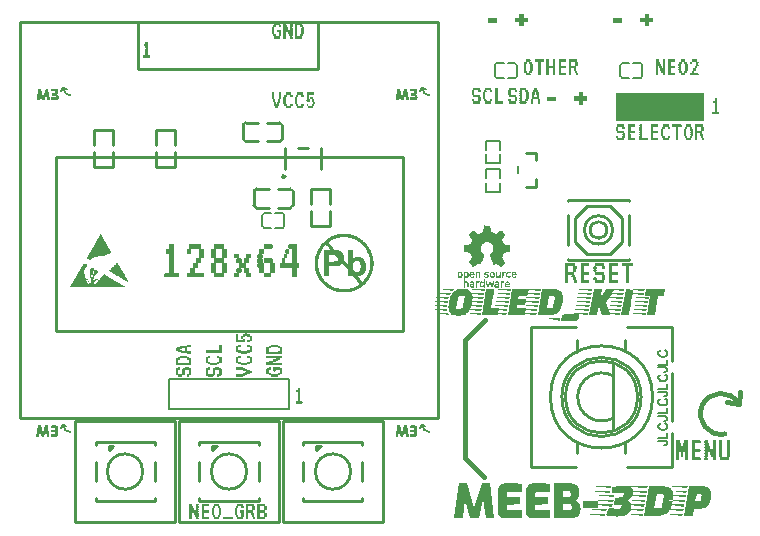
<source format=gto>
G04 Layer: TopSilkLayer*
G04 EasyEDA v6.3.53, 2020-06-18T10:34:05+08:00*
G04 fc4558d4a1fd407c996c982f62b69df0,fed530592efb474aaabf7115e2e2b964,10*
G04 Gerber Generator version 0.2*
G04 Scale: 100 percent, Rotated: No, Reflected: No *
G04 Dimensions in millimeters *
G04 leading zeros omitted , absolute positions ,3 integer and 3 decimal *
%FSLAX33Y33*%
%MOMM*%
G90*
G71D02*

%ADD10C,0.254000*%
%ADD28C,0.399999*%
%ADD29C,0.200000*%
%ADD30C,0.203200*%
%ADD31C,0.202999*%
%ADD32C,0.150012*%

%LPD*%

%LPD*%
G36*
G01X40846Y25476D02*
G01X40580Y25481D01*
G01X40547Y25300D01*
G01X40533Y25222D01*
G01X40518Y25146D01*
G01X40505Y25079D01*
G01X40496Y25031D01*
G01X40477Y24942D01*
G01X40293Y24867D01*
G01X40108Y24792D01*
G01X39894Y24941D01*
G01X39809Y24998D01*
G01X39738Y25046D01*
G01X39686Y25078D01*
G01X39663Y25089D01*
G01X39643Y25075D01*
G01X39598Y25036D01*
G01X39537Y24978D01*
G01X39466Y24908D01*
G01X39285Y24726D01*
G01X39435Y24505D01*
G01X39585Y24283D01*
G01X39539Y24174D01*
G01X39478Y24028D01*
G01X39438Y23945D01*
G01X39409Y23906D01*
G01X39379Y23892D01*
G01X39347Y23886D01*
G01X39291Y23875D01*
G01X39219Y23862D01*
G01X39140Y23848D01*
G01X39062Y23833D01*
G01X38995Y23818D01*
G01X38945Y23805D01*
G01X38920Y23794D01*
G01X38909Y23766D01*
G01X38901Y23706D01*
G01X38896Y23627D01*
G01X38894Y23537D01*
G01X38896Y23446D01*
G01X38901Y23367D01*
G01X38909Y23307D01*
G01X38920Y23279D01*
G01X38946Y23269D01*
G01X38998Y23255D01*
G01X39069Y23240D01*
G01X39150Y23224D01*
G01X39232Y23209D01*
G01X39304Y23194D01*
G01X39358Y23182D01*
G01X39387Y23173D01*
G01X39403Y23154D01*
G01X39427Y23112D01*
G01X39455Y23056D01*
G01X39485Y22990D01*
G01X39513Y22923D01*
G01X39537Y22861D01*
G01X39554Y22810D01*
G01X39560Y22778D01*
G01X39549Y22753D01*
G01X39519Y22702D01*
G01X39475Y22633D01*
G01X39422Y22553D01*
G01X39283Y22353D01*
G01X39464Y22169D01*
G01X39536Y22097D01*
G01X39597Y22038D01*
G01X39641Y21999D01*
G01X39662Y21984D01*
G01X39684Y21995D01*
G01X39732Y22024D01*
G01X39798Y22067D01*
G01X39876Y22120D01*
G01X40072Y22256D01*
G01X40170Y22206D01*
G01X40209Y22188D01*
G01X40244Y22176D01*
G01X40269Y22170D01*
G01X40283Y22173D01*
G01X40290Y22185D01*
G01X40304Y22213D01*
G01X40322Y22256D01*
G01X40346Y22309D01*
G01X40373Y22372D01*
G01X40402Y22442D01*
G01X40434Y22516D01*
G01X40466Y22592D01*
G01X40497Y22669D01*
G01X40528Y22744D01*
G01X40556Y22814D01*
G01X40582Y22877D01*
G01X40603Y22931D01*
G01X40620Y22974D01*
G01X40631Y23003D01*
G01X40634Y23016D01*
G01X40630Y23025D01*
G01X40619Y23035D01*
G01X40603Y23048D01*
G01X40583Y23059D01*
G01X40546Y23083D01*
G01X40508Y23116D01*
G01X40470Y23155D01*
G01X40433Y23198D01*
G01X40399Y23245D01*
G01X40370Y23293D01*
G01X40346Y23341D01*
G01X40329Y23385D01*
G01X40317Y23437D01*
G01X40310Y23488D01*
G01X40308Y23538D01*
G01X40310Y23588D01*
G01X40317Y23636D01*
G01X40328Y23683D01*
G01X40344Y23728D01*
G01X40363Y23771D01*
G01X40386Y23813D01*
G01X40413Y23852D01*
G01X40443Y23888D01*
G01X40475Y23922D01*
G01X40511Y23953D01*
G01X40549Y23981D01*
G01X40590Y24006D01*
G01X40632Y24028D01*
G01X40676Y24045D01*
G01X40722Y24059D01*
G01X40769Y24068D01*
G01X40818Y24073D01*
G01X40868Y24074D01*
G01X40918Y24070D01*
G01X40969Y24061D01*
G01X41021Y24046D01*
G01X41075Y24024D01*
G01X41126Y23997D01*
G01X41173Y23964D01*
G01X41216Y23926D01*
G01X41255Y23885D01*
G01X41289Y23840D01*
G01X41318Y23792D01*
G01X41342Y23741D01*
G01X41362Y23688D01*
G01X41375Y23633D01*
G01X41383Y23577D01*
G01X41386Y23521D01*
G01X41381Y23465D01*
G01X41371Y23408D01*
G01X41355Y23353D01*
G01X41331Y23300D01*
G01X41278Y23221D01*
G01X41204Y23135D01*
G01X41131Y23067D01*
G01X41081Y23038D01*
G01X41074Y23037D01*
G01X41069Y23032D01*
G01X41066Y23026D01*
G01X41064Y23017D01*
G01X41068Y23004D01*
G01X41078Y22975D01*
G01X41094Y22933D01*
G01X41141Y22814D01*
G01X41169Y22743D01*
G01X41200Y22668D01*
G01X41231Y22589D01*
G01X41263Y22512D01*
G01X41293Y22436D01*
G01X41323Y22365D01*
G01X41349Y22301D01*
G01X41372Y22246D01*
G01X41390Y22203D01*
G01X41403Y22173D01*
G01X41410Y22161D01*
G01X41421Y22162D01*
G01X41445Y22170D01*
G01X41480Y22184D01*
G01X41521Y22203D01*
G01X41626Y22255D01*
G01X41822Y22119D01*
G01X41899Y22067D01*
G01X41965Y22023D01*
G01X42012Y21995D01*
G01X42034Y21984D01*
G01X42057Y21999D01*
G01X42101Y22038D01*
G01X42159Y22093D01*
G01X42223Y22157D01*
G01X42286Y22223D01*
G01X42340Y22282D01*
G01X42378Y22327D01*
G01X42392Y22351D01*
G01X42382Y22376D01*
G01X42355Y22424D01*
G01X42314Y22490D01*
G01X42265Y22565D01*
G01X42216Y22641D01*
G01X42175Y22708D01*
G01X42148Y22758D01*
G01X42138Y22784D01*
G01X42143Y22810D01*
G01X42159Y22858D01*
G01X42182Y22921D01*
G01X42210Y22993D01*
G01X42281Y23173D01*
G01X42371Y23192D01*
G01X42417Y23201D01*
G01X42477Y23212D01*
G01X42543Y23224D01*
G01X42607Y23235D01*
G01X42666Y23246D01*
G01X42718Y23258D01*
G01X42757Y23269D01*
G01X42778Y23278D01*
G01X42789Y23301D01*
G01X42796Y23349D01*
G01X42801Y23427D01*
G01X42802Y23537D01*
G01X42801Y23646D01*
G01X42796Y23724D01*
G01X42789Y23773D01*
G01X42778Y23795D01*
G01X42752Y23805D01*
G01X42700Y23819D01*
G01X42630Y23833D01*
G01X42548Y23849D01*
G01X42466Y23863D01*
G01X42392Y23878D01*
G01X42336Y23890D01*
G01X42304Y23898D01*
G01X42283Y23918D01*
G01X42255Y23961D01*
G01X42223Y24020D01*
G01X42191Y24087D01*
G01X42162Y24156D01*
G01X42139Y24218D01*
G01X42126Y24267D01*
G01X42125Y24296D01*
G01X42139Y24322D01*
G01X42170Y24370D01*
G01X42213Y24435D01*
G01X42264Y24509D01*
G01X42314Y24583D01*
G01X42354Y24648D01*
G01X42382Y24697D01*
G01X42392Y24721D01*
G01X42378Y24745D01*
G01X42340Y24791D01*
G01X42286Y24850D01*
G01X42223Y24916D01*
G01X42159Y24981D01*
G01X42101Y25036D01*
G01X42057Y25075D01*
G01X42033Y25089D01*
G01X42010Y25078D01*
G01X41959Y25046D01*
G01X41887Y24999D01*
G01X41803Y24941D01*
G01X41589Y24794D01*
G01X41404Y24867D01*
G01X41333Y24896D01*
G01X41274Y24922D01*
G01X41234Y24941D01*
G01X41218Y24951D01*
G01X41213Y24975D01*
G01X41202Y25034D01*
G01X41185Y25117D01*
G01X41165Y25216D01*
G01X41113Y25470D01*
G01X40846Y25476D01*
G37*

%LPD*%
G36*
G01X42177Y21574D02*
G01X42118Y21574D01*
G01X42128Y21056D01*
G01X42177Y21056D01*
G01X42205Y21059D01*
G01X42221Y21081D01*
G01X42229Y21136D01*
G01X42236Y21242D01*
G01X42241Y21316D01*
G01X42248Y21380D01*
G01X42255Y21429D01*
G01X42262Y21453D01*
G01X42274Y21464D01*
G01X42292Y21471D01*
G01X42317Y21474D01*
G01X42346Y21472D01*
G01X42397Y21476D01*
G01X42439Y21494D01*
G01X42464Y21522D01*
G01X42461Y21553D01*
G01X42426Y21569D01*
G01X42364Y21573D01*
G01X42300Y21567D01*
G01X42259Y21551D01*
G01X42248Y21540D01*
G01X42241Y21537D01*
G01X42237Y21540D01*
G01X42236Y21551D01*
G01X42231Y21560D01*
G01X42219Y21567D01*
G01X42200Y21572D01*
G01X42177Y21574D01*
G37*

%LPD*%
G36*
G01X39643Y21564D02*
G01X39570Y21574D01*
G01X39498Y21564D01*
G01X39437Y21534D01*
G01X39405Y21499D01*
G01X39382Y21452D01*
G01X39366Y21397D01*
G01X39359Y21336D01*
G01X39360Y21275D01*
G01X39369Y21217D01*
G01X39388Y21165D01*
G01X39415Y21123D01*
G01X39465Y21085D01*
G01X39528Y21061D01*
G01X39597Y21054D01*
G01X39663Y21065D01*
G01X39721Y21088D01*
G01X39754Y21114D01*
G01X39762Y21139D01*
G01X39745Y21164D01*
G01X39726Y21176D01*
G01X39707Y21180D01*
G01X39683Y21177D01*
G01X39650Y21167D01*
G01X39597Y21150D01*
G01X39560Y21146D01*
G01X39532Y21157D01*
G01X39501Y21183D01*
G01X39463Y21231D01*
G01X39468Y21261D01*
G01X39521Y21277D01*
G01X39628Y21281D01*
G01X39716Y21282D01*
G01X39766Y21287D01*
G01X39789Y21297D01*
G01X39794Y21315D01*
G01X39787Y21377D01*
G01X39767Y21439D01*
G01X39738Y21495D01*
G01X39703Y21534D01*
G01X39643Y21564D01*
G37*

%LPC*%
G36*
G01X39601Y21474D02*
G01X39570Y21476D01*
G01X39538Y21474D01*
G01X39514Y21467D01*
G01X39496Y21455D01*
G01X39483Y21438D01*
G01X39465Y21397D01*
G01X39471Y21373D01*
G01X39504Y21362D01*
G01X39570Y21359D01*
G01X39635Y21362D01*
G01X39669Y21373D01*
G01X39674Y21397D01*
G01X39657Y21438D01*
G01X39644Y21455D01*
G01X39625Y21467D01*
G01X39601Y21474D01*
G37*

%LPD*%
G36*
G01X43176Y21570D02*
G01X43109Y21573D01*
G01X43047Y21560D01*
G01X43000Y21533D01*
G01X42972Y21500D01*
G01X42949Y21462D01*
G01X42932Y21418D01*
G01X42922Y21372D01*
G01X42919Y21322D01*
G01X42921Y21272D01*
G01X42931Y21221D01*
G01X42948Y21172D01*
G01X42972Y21131D01*
G01X43006Y21098D01*
G01X43046Y21074D01*
G01X43092Y21059D01*
G01X43141Y21053D01*
G01X43191Y21057D01*
G01X43241Y21072D01*
G01X43288Y21097D01*
G01X43311Y21115D01*
G01X43321Y21129D01*
G01X43316Y21144D01*
G01X43300Y21163D01*
G01X43281Y21182D01*
G01X43265Y21189D01*
G01X43245Y21185D01*
G01X43216Y21172D01*
G01X43170Y21151D01*
G01X43134Y21147D01*
G01X43102Y21160D01*
G01X43065Y21192D01*
G01X43025Y21239D01*
G01X43027Y21266D01*
G01X43078Y21278D01*
G01X43183Y21281D01*
G01X43349Y21281D01*
G01X43349Y21341D01*
G01X43340Y21406D01*
G01X43316Y21468D01*
G01X43281Y21520D01*
G01X43240Y21552D01*
G01X43176Y21570D01*
G37*

%LPC*%
G36*
G01X43172Y21473D02*
G01X43126Y21475D01*
G01X43081Y21462D01*
G01X43048Y21433D01*
G01X43024Y21393D01*
G01X43025Y21371D01*
G01X43057Y21361D01*
G01X43124Y21359D01*
G01X43179Y21360D01*
G01X43212Y21366D01*
G01X43228Y21376D01*
G01X43232Y21394D01*
G01X43230Y21410D01*
G01X43225Y21426D01*
G01X43217Y21441D01*
G01X43209Y21452D01*
G01X43172Y21473D01*
G37*

%LPD*%
G36*
G01X41344Y21572D02*
G01X41293Y21574D01*
G01X41242Y21571D01*
G01X41205Y21563D01*
G01X41173Y21545D01*
G01X41141Y21516D01*
G01X41110Y21482D01*
G01X41092Y21447D01*
G01X41085Y21399D01*
G01X41083Y21323D01*
G01X41085Y21249D01*
G01X41092Y21199D01*
G01X41107Y21162D01*
G01X41134Y21127D01*
G01X41175Y21089D01*
G01X41222Y21064D01*
G01X41273Y21053D01*
G01X41325Y21054D01*
G01X41375Y21068D01*
G01X41421Y21093D01*
G01X41459Y21130D01*
G01X41487Y21177D01*
G01X41509Y21267D01*
G01X41507Y21362D01*
G01X41485Y21449D01*
G01X41442Y21518D01*
G01X41411Y21546D01*
G01X41381Y21563D01*
G01X41344Y21572D01*
G37*

%LPC*%
G36*
G01X41328Y21469D02*
G01X41285Y21474D01*
G01X41244Y21462D01*
G01X41212Y21433D01*
G01X41189Y21377D01*
G01X41182Y21307D01*
G01X41189Y21241D01*
G01X41212Y21194D01*
G01X41247Y21173D01*
G01X41293Y21164D01*
G01X41338Y21169D01*
G01X41372Y21187D01*
G01X41391Y21237D01*
G01X41396Y21315D01*
G01X41387Y21395D01*
G01X41365Y21445D01*
G01X41328Y21469D01*
G37*

%LPD*%
G36*
G01X42743Y21571D02*
G01X42700Y21573D01*
G01X42651Y21571D01*
G01X42613Y21563D01*
G01X42579Y21545D01*
G01X42544Y21517D01*
G01X42508Y21482D01*
G01X42489Y21448D01*
G01X42481Y21400D01*
G01X42480Y21323D01*
G01X42481Y21247D01*
G01X42489Y21198D01*
G01X42506Y21162D01*
G01X42537Y21127D01*
G01X42589Y21083D01*
G01X42645Y21058D01*
G01X42706Y21053D01*
G01X42771Y21065D01*
G01X42829Y21090D01*
G01X42863Y21118D01*
G01X42873Y21147D01*
G01X42857Y21176D01*
G01X42840Y21190D01*
G01X42824Y21196D01*
G01X42807Y21194D01*
G01X42786Y21185D01*
G01X42739Y21169D01*
G01X42688Y21164D01*
G01X42641Y21171D01*
G01X42611Y21188D01*
G01X42591Y21224D01*
G01X42577Y21272D01*
G01X42571Y21322D01*
G01X42575Y21367D01*
G01X42606Y21430D01*
G01X42656Y21467D01*
G01X42717Y21475D01*
G01X42783Y21452D01*
G01X42803Y21441D01*
G01X42820Y21439D01*
G01X42836Y21446D01*
G01X42856Y21463D01*
G01X42874Y21483D01*
G01X42879Y21498D01*
G01X42868Y21513D01*
G01X42841Y21535D01*
G01X42814Y21552D01*
G01X42782Y21563D01*
G01X42743Y21571D01*
G37*

%LPD*%
G36*
G01X40893Y21568D02*
G01X40802Y21575D01*
G01X40714Y21564D01*
G01X40654Y21535D01*
G01X40627Y21491D01*
G01X40616Y21436D01*
G01X40620Y21379D01*
G01X40640Y21331D01*
G01X40659Y21315D01*
G01X40691Y21300D01*
G01X40733Y21285D01*
G01X40782Y21273D01*
G01X40839Y21260D01*
G01X40875Y21247D01*
G01X40893Y21232D01*
G01X40898Y21212D01*
G01X40883Y21173D01*
G01X40841Y21153D01*
G01X40783Y21154D01*
G01X40715Y21177D01*
G01X40670Y21198D01*
G01X40642Y21206D01*
G01X40624Y21200D01*
G01X40605Y21183D01*
G01X40589Y21163D01*
G01X40586Y21148D01*
G01X40598Y21131D01*
G01X40625Y21108D01*
G01X40667Y21081D01*
G01X40713Y21063D01*
G01X40760Y21053D01*
G01X40807Y21051D01*
G01X40853Y21056D01*
G01X40896Y21068D01*
G01X40934Y21086D01*
G01X40967Y21110D01*
G01X40993Y21139D01*
G01X41011Y21173D01*
G01X41018Y21211D01*
G01X41013Y21252D01*
G01X40995Y21296D01*
G01X40962Y21327D01*
G01X40910Y21351D01*
G01X40832Y21369D01*
G01X40776Y21380D01*
G01X40743Y21392D01*
G01X40727Y21407D01*
G01X40722Y21427D01*
G01X40725Y21447D01*
G01X40737Y21460D01*
G01X40759Y21468D01*
G01X40795Y21472D01*
G01X40826Y21473D01*
G01X40857Y21471D01*
G01X40884Y21466D01*
G01X40924Y21450D01*
G01X40941Y21450D01*
G01X40957Y21458D01*
G01X40975Y21475D01*
G01X40992Y21496D01*
G01X40996Y21510D01*
G01X40987Y21524D01*
G01X40963Y21542D01*
G01X40893Y21568D01*
G37*

%LPD*%
G36*
G01X38627Y21569D02*
G01X38555Y21573D01*
G01X38485Y21565D01*
G01X38434Y21545D01*
G01X38393Y21503D01*
G01X38366Y21445D01*
G01X38353Y21370D01*
G01X38353Y21278D01*
G01X38359Y21215D01*
G01X38370Y21172D01*
G01X38387Y21140D01*
G01X38415Y21112D01*
G01X38489Y21064D01*
G01X38564Y21049D01*
G01X38639Y21065D01*
G01X38713Y21112D01*
G01X38741Y21141D01*
G01X38759Y21173D01*
G01X38769Y21218D01*
G01X38775Y21285D01*
G01X38774Y21380D01*
G01X38758Y21457D01*
G01X38727Y21515D01*
G01X38682Y21554D01*
G01X38627Y21569D01*
G37*

%LPC*%
G36*
G01X38605Y21470D02*
G01X38561Y21475D01*
G01X38517Y21467D01*
G01X38486Y21447D01*
G01X38468Y21397D01*
G01X38461Y21320D01*
G01X38467Y21245D01*
G01X38484Y21194D01*
G01X38516Y21173D01*
G01X38560Y21164D01*
G01X38604Y21169D01*
G01X38638Y21187D01*
G01X38655Y21237D01*
G01X38661Y21320D01*
G01X38655Y21403D01*
G01X38638Y21452D01*
G01X38605Y21470D01*
G37*

%LPD*%
G36*
G01X41709Y21574D02*
G01X41591Y21574D01*
G01X41591Y21389D01*
G01X41596Y21258D01*
G01X41612Y21170D01*
G01X41643Y21112D01*
G01X41692Y21075D01*
G01X41735Y21055D01*
G01X41771Y21048D01*
G01X41806Y21055D01*
G01X41849Y21074D01*
G01X41876Y21087D01*
G01X41894Y21091D01*
G01X41904Y21087D01*
G01X41912Y21072D01*
G01X41920Y21061D01*
G01X41933Y21054D01*
G01X41949Y21050D01*
G01X41967Y21050D01*
G01X41992Y21058D01*
G01X42006Y21090D01*
G01X42013Y21168D01*
G01X42017Y21315D01*
G01X42022Y21574D01*
G01X41904Y21574D01*
G01X41904Y21392D01*
G01X41900Y21274D01*
G01X41886Y21204D01*
G01X41857Y21172D01*
G01X41806Y21163D01*
G01X41755Y21172D01*
G01X41726Y21204D01*
G01X41712Y21274D01*
G01X41709Y21392D01*
G01X41709Y21574D01*
G37*

%LPD*%
G36*
G01X39931Y21574D02*
G01X39873Y21574D01*
G01X39873Y21044D01*
G01X39926Y21050D01*
G01X39980Y21056D01*
G01X39986Y21241D01*
G01X39993Y21361D01*
G01X40007Y21432D01*
G01X40035Y21467D01*
G01X40078Y21476D01*
G01X40132Y21466D01*
G01X40164Y21428D01*
G01X40181Y21353D01*
G01X40185Y21229D01*
G01X40185Y21044D01*
G01X40239Y21050D01*
G01X40292Y21056D01*
G01X40291Y21269D01*
G01X40290Y21390D01*
G01X40284Y21459D01*
G01X40267Y21497D01*
G01X40236Y21528D01*
G01X40183Y21558D01*
G01X40118Y21573D01*
G01X40057Y21571D01*
G01X40013Y21551D01*
G01X40002Y21540D01*
G01X39995Y21537D01*
G01X39991Y21540D01*
G01X39990Y21551D01*
G01X39985Y21560D01*
G01X39973Y21567D01*
G01X39954Y21572D01*
G01X39931Y21574D01*
G37*

%LPD*%
G36*
G01X40773Y20753D02*
G01X40717Y20753D01*
G01X40800Y20494D01*
G01X40847Y20355D01*
G01X40878Y20277D01*
G01X40902Y20243D01*
G01X40929Y20236D01*
G01X40955Y20241D01*
G01X40976Y20263D01*
G01X40997Y20311D01*
G01X41024Y20395D01*
G01X41044Y20458D01*
G01X41062Y20512D01*
G01X41077Y20549D01*
G01X41085Y20566D01*
G01X41093Y20557D01*
G01X41107Y20524D01*
G01X41125Y20472D01*
G01X41145Y20406D01*
G01X41173Y20315D01*
G01X41194Y20264D01*
G01X41214Y20241D01*
G01X41241Y20236D01*
G01X41257Y20237D01*
G01X41271Y20243D01*
G01X41285Y20261D01*
G01X41303Y20296D01*
G01X41325Y20354D01*
G01X41355Y20440D01*
G01X41394Y20560D01*
G01X41446Y20719D01*
G01X41449Y20736D01*
G01X41443Y20746D01*
G01X41428Y20752D01*
G01X41400Y20753D01*
G01X41366Y20750D01*
G01X41343Y20730D01*
G01X41324Y20678D01*
G01X41297Y20579D01*
G01X41278Y20512D01*
G01X41262Y20458D01*
G01X41249Y20423D01*
G01X41242Y20413D01*
G01X41235Y20429D01*
G01X41220Y20466D01*
G01X41202Y20519D01*
G01X41182Y20583D01*
G01X41154Y20663D01*
G01X41133Y20713D01*
G01X41112Y20740D01*
G01X41089Y20750D01*
G01X41065Y20747D01*
G01X41044Y20725D01*
G01X41021Y20671D01*
G01X40989Y20576D01*
G01X40968Y20510D01*
G01X40953Y20462D01*
G01X40940Y20436D01*
G01X40929Y20430D01*
G01X40917Y20447D01*
G01X40903Y20487D01*
G01X40885Y20552D01*
G01X40860Y20641D01*
G01X40841Y20702D01*
G01X40825Y20736D01*
G01X40804Y20750D01*
G01X40773Y20753D01*
G37*

%LPD*%
G36*
G01X42646Y20740D02*
G01X42593Y20754D01*
G01X42537Y20752D01*
G01X42481Y20734D01*
G01X42428Y20698D01*
G01X42390Y20651D01*
G01X42365Y20594D01*
G01X42353Y20529D01*
G01X42354Y20463D01*
G01X42366Y20398D01*
G01X42390Y20339D01*
G01X42426Y20290D01*
G01X42472Y20255D01*
G01X42536Y20234D01*
G01X42606Y20232D01*
G01X42673Y20246D01*
G01X42726Y20276D01*
G01X42745Y20296D01*
G01X42753Y20310D01*
G01X42749Y20325D01*
G01X42733Y20345D01*
G01X42714Y20362D01*
G01X42698Y20369D01*
G01X42678Y20364D01*
G01X42648Y20348D01*
G01X42596Y20329D01*
G01X42546Y20331D01*
G01X42504Y20353D01*
G01X42474Y20393D01*
G01X42465Y20413D01*
G01X42457Y20431D01*
G01X42452Y20444D01*
G01X42451Y20452D01*
G01X42464Y20455D01*
G01X42500Y20458D01*
G01X42554Y20460D01*
G01X42788Y20460D01*
G01X42777Y20553D01*
G01X42762Y20617D01*
G01X42733Y20671D01*
G01X42694Y20712D01*
G01X42646Y20740D01*
G37*

%LPC*%
G36*
G01X42609Y20649D02*
G01X42566Y20655D01*
G01X42524Y20649D01*
G01X42495Y20632D01*
G01X42465Y20585D01*
G01X42464Y20556D01*
G01X42494Y20543D01*
G01X42559Y20539D01*
G01X42613Y20540D01*
G01X42646Y20545D01*
G01X42662Y20556D01*
G01X42666Y20574D01*
G01X42664Y20589D01*
G01X42659Y20606D01*
G01X42651Y20620D01*
G01X42642Y20633D01*
G01X42609Y20649D01*
G37*

%LPD*%
G36*
G01X40674Y20968D02*
G01X40556Y20968D01*
G01X40556Y20841D01*
G01X40555Y20771D01*
G01X40550Y20735D01*
G01X40539Y20725D01*
G01X40518Y20733D01*
G01X40436Y20756D01*
G01X40355Y20742D01*
G01X40290Y20698D01*
G01X40252Y20626D01*
G01X40243Y20541D01*
G01X40248Y20438D01*
G01X40265Y20345D01*
G01X40291Y20286D01*
G01X40338Y20252D01*
G01X40395Y20234D01*
G01X40455Y20234D01*
G01X40508Y20254D01*
G01X40534Y20270D01*
G01X40548Y20275D01*
G01X40554Y20270D01*
G01X40556Y20255D01*
G01X40559Y20240D01*
G01X40569Y20232D01*
G01X40585Y20229D01*
G01X40610Y20230D01*
G01X40664Y20236D01*
G01X40674Y20968D01*
G37*

%LPC*%
G36*
G01X40492Y20646D02*
G01X40453Y20655D01*
G01X40415Y20650D01*
G01X40384Y20633D01*
G01X40369Y20586D01*
G01X40361Y20505D01*
G01X40363Y20423D01*
G01X40376Y20370D01*
G01X40405Y20344D01*
G01X40442Y20333D01*
G01X40481Y20339D01*
G01X40516Y20362D01*
G01X40545Y20418D01*
G01X40558Y20495D01*
G01X40551Y20571D01*
G01X40526Y20625D01*
G01X40492Y20646D01*
G37*

%LPD*%
G36*
G01X42048Y20753D02*
G01X42001Y20753D01*
G01X42001Y20226D01*
G01X42050Y20226D01*
G01X42078Y20229D01*
G01X42093Y20248D01*
G01X42098Y20299D01*
G01X42099Y20397D01*
G01X42105Y20528D01*
G01X42126Y20609D01*
G01X42164Y20647D01*
G01X42225Y20650D01*
G01X42256Y20647D01*
G01X42279Y20650D01*
G01X42296Y20660D01*
G01X42311Y20678D01*
G01X42319Y20694D01*
G01X42324Y20710D01*
G01X42326Y20725D01*
G01X42323Y20735D01*
G01X42292Y20749D01*
G01X42236Y20753D01*
G01X42179Y20746D01*
G01X42139Y20729D01*
G01X42126Y20718D01*
G01X42117Y20714D01*
G01X42110Y20718D01*
G01X42105Y20729D01*
G01X42098Y20738D01*
G01X42085Y20746D01*
G01X42068Y20751D01*
G01X42048Y20753D01*
G37*

%LPD*%
G36*
G01X41734Y20751D02*
G01X41673Y20753D01*
G01X41617Y20751D01*
G01X41576Y20745D01*
G01X41547Y20734D01*
G01X41525Y20716D01*
G01X41505Y20684D01*
G01X41519Y20662D01*
G01X41566Y20650D01*
G01X41650Y20646D01*
G01X41710Y20645D01*
G01X41743Y20639D01*
G01X41757Y20622D01*
G01X41764Y20592D01*
G01X41765Y20562D01*
G01X41755Y20546D01*
G01X41727Y20540D01*
G01X41672Y20539D01*
G01X41594Y20536D01*
G01X41544Y20524D01*
G01X41509Y20499D01*
G01X41482Y20457D01*
G01X41466Y20406D01*
G01X41469Y20357D01*
G01X41488Y20313D01*
G01X41520Y20274D01*
G01X41562Y20245D01*
G01X41611Y20229D01*
G01X41664Y20227D01*
G01X41719Y20242D01*
G01X41740Y20250D01*
G01X41756Y20253D01*
G01X41769Y20252D01*
G01X41777Y20245D01*
G01X41785Y20237D01*
G01X41800Y20232D01*
G01X41817Y20228D01*
G01X41837Y20226D01*
G01X41864Y20229D01*
G01X41878Y20253D01*
G01X41883Y20317D01*
G01X41884Y20442D01*
G01X41883Y20562D01*
G01X41877Y20633D01*
G01X41863Y20674D01*
G01X41836Y20706D01*
G01X41807Y20730D01*
G01X41776Y20744D01*
G01X41734Y20751D01*
G37*

%LPC*%
G36*
G01X41738Y20458D02*
G01X41704Y20458D01*
G01X41638Y20453D01*
G01X41598Y20442D01*
G01X41578Y20422D01*
G01X41572Y20391D01*
G01X41583Y20356D01*
G01X41615Y20334D01*
G01X41661Y20325D01*
G01X41718Y20332D01*
G01X41742Y20340D01*
G01X41757Y20354D01*
G01X41765Y20373D01*
G01X41767Y20402D01*
G01X41765Y20434D01*
G01X41757Y20451D01*
G01X41738Y20458D01*
G37*

%LPD*%
G36*
G01X39939Y20753D02*
G01X39892Y20753D01*
G01X39892Y20226D01*
G01X39941Y20226D01*
G01X39969Y20229D01*
G01X39983Y20247D01*
G01X39989Y20295D01*
G01X39990Y20387D01*
G01X39996Y20515D01*
G01X40015Y20594D01*
G01X40052Y20635D01*
G01X40112Y20646D01*
G01X40147Y20648D01*
G01X40174Y20656D01*
G01X40196Y20669D01*
G01X40214Y20688D01*
G01X40228Y20711D01*
G01X40233Y20725D01*
G01X40228Y20734D01*
G01X40213Y20742D01*
G01X40166Y20752D01*
G01X40112Y20752D01*
G01X40063Y20745D01*
G01X40030Y20729D01*
G01X40017Y20718D01*
G01X40008Y20714D01*
G01X40001Y20718D01*
G01X39995Y20729D01*
G01X39988Y20738D01*
G01X39975Y20746D01*
G01X39958Y20751D01*
G01X39939Y20753D01*
G37*

%LPD*%
G36*
G01X39629Y20751D02*
G01X39575Y20753D01*
G01X39528Y20751D01*
G01X39486Y20745D01*
G01X39451Y20735D01*
G01X39425Y20721D01*
G01X39401Y20703D01*
G01X39391Y20690D01*
G01X39395Y20679D01*
G01X39410Y20665D01*
G01X39431Y20656D01*
G01X39461Y20651D01*
G01X39499Y20649D01*
G01X39543Y20651D01*
G01X39607Y20653D01*
G01X39649Y20643D01*
G01X39670Y20617D01*
G01X39677Y20573D01*
G01X39673Y20555D01*
G01X39657Y20545D01*
G01X39625Y20540D01*
G01X39572Y20539D01*
G01X39484Y20529D01*
G01X39419Y20501D01*
G01X39378Y20456D01*
G01X39365Y20395D01*
G01X39367Y20367D01*
G01X39373Y20338D01*
G01X39383Y20311D01*
G01X39395Y20290D01*
G01X39435Y20256D01*
G01X39493Y20235D01*
G01X39556Y20231D01*
G01X39615Y20244D01*
G01X39639Y20254D01*
G01X39656Y20258D01*
G01X39667Y20255D01*
G01X39680Y20239D01*
G01X39692Y20232D01*
G01X39709Y20228D01*
G01X39728Y20226D01*
G01X39755Y20230D01*
G01X39769Y20253D01*
G01X39774Y20318D01*
G01X39775Y20442D01*
G01X39774Y20562D01*
G01X39768Y20633D01*
G01X39753Y20674D01*
G01X39727Y20706D01*
G01X39698Y20730D01*
G01X39668Y20744D01*
G01X39629Y20751D01*
G37*

%LPC*%
G36*
G01X39640Y20459D02*
G01X39603Y20460D01*
G01X39537Y20453D01*
G01X39491Y20433D01*
G01X39468Y20404D01*
G01X39474Y20369D01*
G01X39526Y20330D01*
G01X39594Y20331D01*
G01X39652Y20364D01*
G01X39677Y20423D01*
G01X39674Y20442D01*
G01X39663Y20453D01*
G01X39640Y20459D01*
G37*

%LPD*%
G36*
G01X38915Y21574D02*
G01X38857Y21574D01*
G01X38862Y20905D01*
G01X38866Y20236D01*
G01X38974Y20224D01*
G01X38974Y20409D01*
G01X38979Y20532D01*
G01X38995Y20608D01*
G01X39027Y20646D01*
G01X39081Y20656D01*
G01X39124Y20647D01*
G01X39151Y20612D01*
G01X39167Y20540D01*
G01X39174Y20420D01*
G01X39178Y20315D01*
G01X39185Y20260D01*
G01X39200Y20239D01*
G01X39228Y20236D01*
G01X39256Y20239D01*
G01X39271Y20261D01*
G01X39278Y20320D01*
G01X39282Y20434D01*
G01X39284Y20546D01*
G01X39280Y20612D01*
G01X39265Y20654D01*
G01X39237Y20692D01*
G01X39189Y20732D01*
G01X39133Y20753D01*
G01X39072Y20753D01*
G01X38991Y20726D01*
G01X38979Y20743D01*
G01X38975Y20799D01*
G01X38974Y20907D01*
G01X38974Y21102D01*
G01X39034Y21072D01*
G01X39083Y21055D01*
G01X39132Y21055D01*
G01X39180Y21070D01*
G01X39229Y21102D01*
G01X39252Y21126D01*
G01X39268Y21157D01*
G01X39277Y21202D01*
G01X39283Y21268D01*
G01X39285Y21367D01*
G01X39278Y21439D01*
G01X39260Y21493D01*
G01X39228Y21535D01*
G01X39184Y21561D01*
G01X39127Y21573D01*
G01X39066Y21571D01*
G01X39012Y21554D01*
G01X38995Y21546D01*
G01X38983Y21543D01*
G01X38976Y21546D01*
G01X38974Y21554D01*
G01X38970Y21561D01*
G01X38957Y21568D01*
G01X38938Y21572D01*
G01X38915Y21574D01*
G37*

%LPC*%
G36*
G01X39115Y21470D02*
G01X39077Y21475D01*
G01X39038Y21467D01*
G01X39005Y21445D01*
G01X38984Y21401D01*
G01X38975Y21332D01*
G01X38978Y21259D01*
G01X38994Y21202D01*
G01X39022Y21176D01*
G01X39065Y21164D01*
G01X39110Y21167D01*
G01X39146Y21187D01*
G01X39163Y21237D01*
G01X39169Y21320D01*
G01X39163Y21403D01*
G01X39146Y21452D01*
G01X39115Y21470D01*
G37*

%LPD*%
G36*
G01X28772Y24792D02*
G01X28716Y24792D01*
G01X28660Y24791D01*
G01X28604Y24788D01*
G01X28547Y24784D01*
G01X28491Y24779D01*
G01X28432Y24773D01*
G01X28373Y24765D01*
G01X28315Y24756D01*
G01X28258Y24746D01*
G01X28201Y24734D01*
G01X28145Y24721D01*
G01X28089Y24707D01*
G01X28034Y24691D01*
G01X27980Y24675D01*
G01X27926Y24656D01*
G01X27873Y24638D01*
G01X27820Y24617D01*
G01X27769Y24596D01*
G01X27718Y24573D01*
G01X27668Y24550D01*
G01X27618Y24525D01*
G01X27569Y24499D01*
G01X27521Y24473D01*
G01X27473Y24445D01*
G01X27426Y24416D01*
G01X27380Y24386D01*
G01X27335Y24355D01*
G01X27291Y24323D01*
G01X27247Y24290D01*
G01X27204Y24257D01*
G01X27120Y24187D01*
G01X27040Y24113D01*
G01X27002Y24075D01*
G01X26963Y24037D01*
G01X26926Y23997D01*
G01X26890Y23957D01*
G01X26855Y23916D01*
G01X26820Y23874D01*
G01X26787Y23832D01*
G01X26754Y23789D01*
G01X26722Y23745D01*
G01X26692Y23700D01*
G01X26662Y23656D01*
G01X26633Y23610D01*
G01X26605Y23564D01*
G01X26578Y23517D01*
G01X26552Y23469D01*
G01X26527Y23421D01*
G01X26503Y23373D01*
G01X26480Y23324D01*
G01X26458Y23275D01*
G01X26437Y23225D01*
G01X26417Y23175D01*
G01X26381Y23073D01*
G01X26364Y23022D01*
G01X26334Y22918D01*
G01X26321Y22865D01*
G01X26309Y22812D01*
G01X26297Y22760D01*
G01X26279Y22652D01*
G01X26271Y22599D01*
G01X26264Y22545D01*
G01X26259Y22490D01*
G01X26255Y22436D01*
G01X26252Y22382D01*
G01X26250Y22272D01*
G01X26251Y22218D01*
G01X26253Y22163D01*
G01X26256Y22108D01*
G01X26266Y21998D01*
G01X26282Y21888D01*
G01X26291Y21833D01*
G01X26315Y21723D01*
G01X26328Y21669D01*
G01X26344Y21614D01*
G01X26360Y21560D01*
G01X26378Y21506D01*
G01X26397Y21451D01*
G01X26417Y21398D01*
G01X26439Y21344D01*
G01X26462Y21290D01*
G01X26487Y21238D01*
G01X26513Y21185D01*
G01X26540Y21132D01*
G01X26568Y21082D01*
G01X26597Y21032D01*
G01X26657Y20936D01*
G01X26688Y20890D01*
G01X26720Y20844D01*
G01X26786Y20756D01*
G01X26820Y20713D01*
G01X26855Y20672D01*
G01X26891Y20631D01*
G01X26927Y20591D01*
G01X26964Y20553D01*
G01X27002Y20515D01*
G01X27040Y20478D01*
G01X27118Y20408D01*
G01X27158Y20374D01*
G01X27199Y20341D01*
G01X27240Y20309D01*
G01X27281Y20278D01*
G01X27324Y20249D01*
G01X27366Y20220D01*
G01X27409Y20192D01*
G01X27453Y20165D01*
G01X27497Y20139D01*
G01X27541Y20114D01*
G01X27586Y20090D01*
G01X27631Y20067D01*
G01X27677Y20045D01*
G01X27723Y20024D01*
G01X27770Y20004D01*
G01X27816Y19985D01*
G01X27910Y19949D01*
G01X27958Y19933D01*
G01X28006Y19918D01*
G01X28054Y19904D01*
G01X28102Y19891D01*
G01X28200Y19867D01*
G01X28249Y19857D01*
G01X28347Y19839D01*
G01X28396Y19832D01*
G01X28446Y19825D01*
G01X28496Y19820D01*
G01X28545Y19816D01*
G01X28595Y19812D01*
G01X28645Y19810D01*
G01X28695Y19809D01*
G01X28744Y19808D01*
G01X28844Y19810D01*
G01X28894Y19812D01*
G01X28944Y19816D01*
G01X28993Y19820D01*
G01X29043Y19825D01*
G01X29092Y19832D01*
G01X29142Y19839D01*
G01X29192Y19848D01*
G01X29240Y19857D01*
G01X29290Y19867D01*
G01X29338Y19879D01*
G01X29387Y19891D01*
G01X29435Y19904D01*
G01X29483Y19918D01*
G01X29531Y19933D01*
G01X29579Y19949D01*
G01X29673Y19985D01*
G01X29720Y20004D01*
G01X29766Y20024D01*
G01X29812Y20045D01*
G01X29858Y20067D01*
G01X29903Y20090D01*
G01X29948Y20114D01*
G01X29992Y20139D01*
G01X30036Y20165D01*
G01X30080Y20192D01*
G01X30123Y20220D01*
G01X30166Y20249D01*
G01X30208Y20278D01*
G01X30250Y20309D01*
G01X30291Y20341D01*
G01X30331Y20374D01*
G01X30371Y20408D01*
G01X30411Y20443D01*
G01X30449Y20478D01*
G01X30487Y20515D01*
G01X30525Y20553D01*
G01X30562Y20591D01*
G01X30598Y20631D01*
G01X30634Y20672D01*
G01X30669Y20713D01*
G01X30703Y20756D01*
G01X30769Y20844D01*
G01X30801Y20890D01*
G01X30832Y20936D01*
G01X30892Y21032D01*
G01X30921Y21082D01*
G01X30949Y21132D01*
G01X30975Y21182D01*
G01X31000Y21233D01*
G01X31024Y21283D01*
G01X31046Y21334D01*
G01X31068Y21384D01*
G01X31087Y21436D01*
G01X31106Y21487D01*
G01X31140Y21589D01*
G01X31155Y21640D01*
G01X31169Y21692D01*
G01X31181Y21743D01*
G01X31193Y21795D01*
G01X31203Y21846D01*
G01X31212Y21898D01*
G01X31220Y21949D01*
G01X31227Y22001D01*
G01X31232Y22052D01*
G01X31237Y22104D01*
G01X31240Y22155D01*
G01X31242Y22206D01*
G01X31243Y22258D01*
G01X31243Y22308D01*
G01X31242Y22359D01*
G01X31240Y22410D01*
G01X31237Y22461D01*
G01X31233Y22511D01*
G01X31228Y22561D01*
G01X31221Y22612D01*
G01X31214Y22662D01*
G01X31205Y22711D01*
G01X31196Y22761D01*
G01X31174Y22859D01*
G01X31162Y22907D01*
G01X31148Y22956D01*
G01X31134Y23004D01*
G01X31119Y23052D01*
G01X31103Y23099D01*
G01X31086Y23146D01*
G01X31068Y23193D01*
G01X31049Y23239D01*
G01X31029Y23285D01*
G01X31008Y23331D01*
G01X30987Y23376D01*
G01X30964Y23420D01*
G01X30941Y23465D01*
G01X30917Y23508D01*
G01X30891Y23552D01*
G01X30839Y23636D01*
G01X30812Y23678D01*
G01X30754Y23760D01*
G01X30724Y23800D01*
G01X30693Y23840D01*
G01X30662Y23879D01*
G01X30630Y23917D01*
G01X30597Y23954D01*
G01X30563Y23991D01*
G01X30528Y24028D01*
G01X30493Y24064D01*
G01X30457Y24099D01*
G01X30383Y24167D01*
G01X30345Y24200D01*
G01X30307Y24232D01*
G01X30267Y24264D01*
G01X30187Y24324D01*
G01X30146Y24354D01*
G01X30104Y24382D01*
G01X30061Y24410D01*
G01X30018Y24436D01*
G01X29974Y24462D01*
G01X29930Y24487D01*
G01X29885Y24511D01*
G01X29840Y24534D01*
G01X29794Y24556D01*
G01X29747Y24578D01*
G01X29701Y24599D01*
G01X29605Y24637D01*
G01X29507Y24671D01*
G01X29407Y24701D01*
G01X29357Y24714D01*
G01X29305Y24727D01*
G01X29254Y24738D01*
G01X29202Y24749D01*
G01X29150Y24758D01*
G01X29097Y24766D01*
G01X29044Y24773D01*
G01X28990Y24779D01*
G01X28936Y24784D01*
G01X28882Y24788D01*
G01X28772Y24792D01*
G37*

%LPC*%
G36*
G01X27210Y23849D02*
G01X27186Y23854D01*
G01X27165Y23842D01*
G01X27140Y23815D01*
G01X27108Y23777D01*
G01X27069Y23731D01*
G01X27032Y23685D01*
G01X26995Y23638D01*
G01X26961Y23591D01*
G01X26928Y23543D01*
G01X26896Y23494D01*
G01X26865Y23445D01*
G01X26836Y23396D01*
G01X26808Y23346D01*
G01X26783Y23295D01*
G01X26758Y23245D01*
G01X26734Y23193D01*
G01X26712Y23142D01*
G01X26691Y23090D01*
G01X26672Y23038D01*
G01X26654Y22986D01*
G01X26637Y22933D01*
G01X26622Y22880D01*
G01X26608Y22827D01*
G01X26595Y22774D01*
G01X26584Y22720D01*
G01X26574Y22667D01*
G01X26558Y22559D01*
G01X26552Y22505D01*
G01X26544Y22397D01*
G01X26542Y22343D01*
G01X26542Y22236D01*
G01X26544Y22182D01*
G01X26547Y22129D01*
G01X26552Y22075D01*
G01X26558Y22022D01*
G01X26565Y21969D01*
G01X26573Y21916D01*
G01X26583Y21863D01*
G01X26594Y21811D01*
G01X26606Y21759D01*
G01X26620Y21707D01*
G01X26635Y21656D01*
G01X26651Y21604D01*
G01X26668Y21554D01*
G01X26687Y21503D01*
G01X26706Y21453D01*
G01X26727Y21404D01*
G01X26750Y21355D01*
G01X26773Y21307D01*
G01X26797Y21258D01*
G01X26823Y21211D01*
G01X26851Y21164D01*
G01X26879Y21118D01*
G01X26909Y21072D01*
G01X26939Y21027D01*
G01X26971Y20983D01*
G01X27004Y20939D01*
G01X27039Y20896D01*
G01X27074Y20854D01*
G01X27111Y20813D01*
G01X27149Y20772D01*
G01X27188Y20732D01*
G01X27228Y20694D01*
G01X27270Y20655D01*
G01X27312Y20618D01*
G01X27356Y20582D01*
G01X27401Y20546D01*
G01X27447Y20512D01*
G01X27494Y20479D01*
G01X27543Y20446D01*
G01X27592Y20415D01*
G01X27694Y20355D01*
G01X27748Y20327D01*
G01X27803Y20300D01*
G01X27859Y20275D01*
G01X27915Y20253D01*
G01X27973Y20231D01*
G01X28032Y20211D01*
G01X28092Y20193D01*
G01X28153Y20177D01*
G01X28214Y20162D01*
G01X28275Y20149D01*
G01X28338Y20137D01*
G01X28400Y20128D01*
G01X28463Y20119D01*
G01X28527Y20113D01*
G01X28590Y20108D01*
G01X28654Y20104D01*
G01X28718Y20103D01*
G01X28782Y20103D01*
G01X28845Y20104D01*
G01X28909Y20107D01*
G01X28972Y20112D01*
G01X29035Y20118D01*
G01X29098Y20126D01*
G01X29160Y20136D01*
G01X29221Y20147D01*
G01X29282Y20159D01*
G01X29342Y20173D01*
G01X29402Y20190D01*
G01X29460Y20207D01*
G01X29518Y20226D01*
G01X29575Y20246D01*
G01X29630Y20268D01*
G01X29685Y20292D01*
G01X29738Y20317D01*
G01X29790Y20344D01*
G01X29840Y20371D01*
G01X29890Y20401D01*
G01X29937Y20432D01*
G01X29983Y20465D01*
G01X30027Y20499D01*
G01X30078Y20541D01*
G01X29878Y20775D01*
G01X29836Y20825D01*
G01X29792Y20875D01*
G01X29750Y20925D01*
G01X29708Y20973D01*
G01X29669Y21018D01*
G01X29634Y21059D01*
G01X29604Y21093D01*
G01X29580Y21120D01*
G01X29483Y21230D01*
G01X29045Y21224D01*
G01X29045Y21483D01*
G01X29044Y21743D01*
G01X28814Y22010D01*
G01X28585Y22276D01*
G01X28529Y22223D01*
G01X28491Y22190D01*
G01X28451Y22160D01*
G01X28407Y22134D01*
G01X28360Y22111D01*
G01X28309Y22092D01*
G01X28252Y22076D01*
G01X28190Y22063D01*
G01X28121Y22052D01*
G01X28046Y22044D01*
G01X27963Y22039D01*
G01X27872Y22036D01*
G01X27772Y22034D01*
G01X27504Y22034D01*
G01X27504Y21226D01*
G01X27053Y21226D01*
G01X27053Y23405D01*
G01X27324Y23411D01*
G01X27595Y23416D01*
G01X27426Y23613D01*
G01X27344Y23710D01*
G01X27284Y23780D01*
G01X27241Y23825D01*
G01X27210Y23849D01*
G37*
G36*
G01X28671Y24493D02*
G01X28592Y24494D01*
G01X28523Y24493D01*
G01X28466Y24490D01*
G01X28425Y24485D01*
G01X28357Y24472D01*
G01X28292Y24458D01*
G01X28228Y24443D01*
G01X28167Y24427D01*
G01X28107Y24410D01*
G01X28050Y24392D01*
G01X27993Y24372D01*
G01X27937Y24352D01*
G01X27883Y24329D01*
G01X27830Y24306D01*
G01X27777Y24281D01*
G01X27724Y24255D01*
G01X27673Y24227D01*
G01X27621Y24197D01*
G01X27570Y24166D01*
G01X27518Y24133D01*
G01X27481Y24109D01*
G01X27455Y24091D01*
G01X27442Y24073D01*
G01X27444Y24050D01*
G01X27462Y24018D01*
G01X27497Y23972D01*
G01X27553Y23907D01*
G01X27629Y23818D01*
G01X27716Y23717D01*
G01X27787Y23634D01*
G01X27845Y23568D01*
G01X27892Y23515D01*
G01X27930Y23476D01*
G01X27962Y23447D01*
G01X27990Y23428D01*
G01X28016Y23415D01*
G01X28044Y23407D01*
G01X28074Y23401D01*
G01X28111Y23397D01*
G01X28156Y23392D01*
G01X28223Y23382D01*
G01X28287Y23368D01*
G01X28346Y23350D01*
G01X28400Y23328D01*
G01X28450Y23303D01*
G01X28496Y23273D01*
G01X28537Y23240D01*
G01X28574Y23203D01*
G01X28607Y23161D01*
G01X28635Y23116D01*
G01X28660Y23066D01*
G01X28680Y23012D01*
G01X28697Y22954D01*
G01X28709Y22892D01*
G01X28718Y22825D01*
G01X28722Y22753D01*
G01X28730Y22543D01*
G01X28888Y22362D01*
G01X29045Y22182D01*
G01X29045Y23406D01*
G01X29478Y23406D01*
G01X29478Y22920D01*
G01X29480Y22828D01*
G01X29483Y22760D01*
G01X29488Y22714D01*
G01X29495Y22688D01*
G01X29505Y22680D01*
G01X29518Y22685D01*
G01X29535Y22703D01*
G01X29574Y22739D01*
G01X29625Y22770D01*
G01X29686Y22798D01*
G01X29754Y22820D01*
G01X29826Y22836D01*
G01X29899Y22846D01*
G01X29970Y22847D01*
G01X30036Y22840D01*
G01X30083Y22830D01*
G01X30127Y22816D01*
G01X30170Y22800D01*
G01X30211Y22781D01*
G01X30250Y22759D01*
G01X30287Y22735D01*
G01X30322Y22708D01*
G01X30355Y22679D01*
G01X30385Y22647D01*
G01X30414Y22614D01*
G01X30441Y22579D01*
G01X30467Y22542D01*
G01X30489Y22504D01*
G01X30510Y22464D01*
G01X30529Y22423D01*
G01X30546Y22381D01*
G01X30561Y22337D01*
G01X30574Y22293D01*
G01X30585Y22248D01*
G01X30595Y22202D01*
G01X30601Y22156D01*
G01X30606Y22109D01*
G01X30609Y22062D01*
G01X30611Y22015D01*
G01X30610Y21968D01*
G01X30607Y21921D01*
G01X30602Y21875D01*
G01X30595Y21828D01*
G01X30586Y21783D01*
G01X30575Y21738D01*
G01X30562Y21694D01*
G01X30547Y21651D01*
G01X30531Y21609D01*
G01X30512Y21568D01*
G01X30491Y21529D01*
G01X30468Y21491D01*
G01X30443Y21454D01*
G01X30416Y21419D01*
G01X30387Y21387D01*
G01X30357Y21356D01*
G01X30324Y21327D01*
G01X30289Y21302D01*
G01X30252Y21278D01*
G01X30214Y21256D01*
G01X30172Y21238D01*
G01X30130Y21222D01*
G01X30085Y21209D01*
G01X30038Y21199D01*
G01X29911Y21178D01*
G01X30063Y21000D01*
G01X30125Y20927D01*
G01X30183Y20861D01*
G01X30229Y20808D01*
G01X30259Y20776D01*
G01X30303Y20730D01*
G01X30384Y20822D01*
G01X30423Y20867D01*
G01X30460Y20912D01*
G01X30496Y20959D01*
G01X30531Y21005D01*
G01X30564Y21053D01*
G01X30596Y21100D01*
G01X30626Y21148D01*
G01X30655Y21197D01*
G01X30682Y21246D01*
G01X30708Y21295D01*
G01X30733Y21345D01*
G01X30757Y21395D01*
G01X30779Y21445D01*
G01X30799Y21496D01*
G01X30819Y21546D01*
G01X30837Y21597D01*
G01X30854Y21649D01*
G01X30869Y21700D01*
G01X30883Y21752D01*
G01X30895Y21803D01*
G01X30907Y21856D01*
G01X30917Y21908D01*
G01X30926Y21960D01*
G01X30933Y22012D01*
G01X30940Y22065D01*
G01X30948Y22169D01*
G01X30950Y22221D01*
G01X30951Y22273D01*
G01X30951Y22326D01*
G01X30950Y22378D01*
G01X30947Y22430D01*
G01X30943Y22482D01*
G01X30938Y22533D01*
G01X30932Y22585D01*
G01X30916Y22687D01*
G01X30906Y22738D01*
G01X30895Y22789D01*
G01X30869Y22889D01*
G01X30854Y22939D01*
G01X30822Y23037D01*
G01X30803Y23086D01*
G01X30784Y23134D01*
G01X30764Y23182D01*
G01X30720Y23276D01*
G01X30696Y23322D01*
G01X30671Y23368D01*
G01X30645Y23413D01*
G01X30618Y23458D01*
G01X30590Y23502D01*
G01X30561Y23546D01*
G01X30530Y23589D01*
G01X30499Y23631D01*
G01X30433Y23713D01*
G01X30398Y23753D01*
G01X30362Y23793D01*
G01X30326Y23831D01*
G01X30288Y23869D01*
G01X30249Y23906D01*
G01X30210Y23942D01*
G01X30169Y23978D01*
G01X30085Y24046D01*
G01X30041Y24078D01*
G01X29996Y24110D01*
G01X29950Y24141D01*
G01X29904Y24171D01*
G01X29808Y24227D01*
G01X29758Y24254D01*
G01X29708Y24279D01*
G01X29656Y24304D01*
G01X29604Y24327D01*
G01X29551Y24350D01*
G01X29496Y24371D01*
G01X29441Y24391D01*
G01X29386Y24410D01*
G01X29329Y24427D01*
G01X29271Y24443D01*
G01X29228Y24452D01*
G01X29169Y24461D01*
G01X29099Y24469D01*
G01X29019Y24476D01*
G01X28933Y24482D01*
G01X28845Y24487D01*
G01X28756Y24491D01*
G01X28671Y24493D01*
G37*
G36*
G01X29834Y22504D02*
G01X29786Y22504D01*
G01X29740Y22496D01*
G01X29696Y22481D01*
G01X29655Y22458D01*
G01X29618Y22428D01*
G01X29584Y22391D01*
G01X29554Y22348D01*
G01X29529Y22299D01*
G01X29510Y22244D01*
G01X29496Y22184D01*
G01X29487Y22117D01*
G01X29483Y22052D01*
G01X29484Y21990D01*
G01X29488Y21930D01*
G01X29497Y21874D01*
G01X29511Y21821D01*
G01X29528Y21771D01*
G01X29549Y21726D01*
G01X29574Y21685D01*
G01X29602Y21648D01*
G01X29634Y21617D01*
G01X29669Y21590D01*
G01X29706Y21569D01*
G01X29747Y21554D01*
G01X29790Y21545D01*
G01X29836Y21542D01*
G01X29880Y21547D01*
G01X29920Y21559D01*
G01X29958Y21578D01*
G01X29993Y21603D01*
G01X30024Y21634D01*
G01X30052Y21670D01*
G01X30077Y21710D01*
G01X30099Y21754D01*
G01X30117Y21802D01*
G01X30131Y21852D01*
G01X30142Y21904D01*
G01X30150Y21957D01*
G01X30154Y22011D01*
G01X30154Y22065D01*
G01X30150Y22119D01*
G01X30142Y22171D01*
G01X30131Y22222D01*
G01X30115Y22271D01*
G01X30096Y22316D01*
G01X30072Y22358D01*
G01X30044Y22396D01*
G01X30011Y22429D01*
G01X29975Y22457D01*
G01X29934Y22478D01*
G01X29884Y22495D01*
G01X29834Y22504D01*
G37*
G36*
G01X27947Y23012D02*
G01X27504Y23012D01*
G01X27504Y22429D01*
G01X27710Y22429D01*
G01X27803Y22430D01*
G01X27885Y22435D01*
G01X27959Y22442D01*
G01X28024Y22453D01*
G01X28079Y22466D01*
G01X28125Y22483D01*
G01X28162Y22504D01*
G01X28190Y22527D01*
G01X28209Y22554D01*
G01X28218Y22584D01*
G01X28219Y22618D01*
G01X28211Y22656D01*
G01X28194Y22697D01*
G01X28169Y22742D01*
G01X28135Y22791D01*
G01X28092Y22843D01*
G01X27947Y23012D01*
G37*

%LPD*%
G36*
G01X8147Y24786D02*
G01X8142Y24792D01*
G01X8139Y24789D01*
G01X8133Y24778D01*
G01X8123Y24762D01*
G01X8109Y24740D01*
G01X8092Y24712D01*
G01X8072Y24678D01*
G01X8049Y24639D01*
G01X8023Y24595D01*
G01X7994Y24547D01*
G01X7963Y24494D01*
G01X7930Y24436D01*
G01X7894Y24375D01*
G01X7856Y24310D01*
G01X7816Y24242D01*
G01X7775Y24171D01*
G01X7732Y24097D01*
G01X7687Y24020D01*
G01X7642Y23941D01*
G01X7594Y23860D01*
G01X7547Y23777D01*
G01X7499Y23694D01*
G01X7452Y23613D01*
G01X7406Y23534D01*
G01X7362Y23457D01*
G01X7319Y23382D01*
G01X7278Y23310D01*
G01X7238Y23242D01*
G01X7201Y23176D01*
G01X7165Y23114D01*
G01X7132Y23056D01*
G01X7101Y23002D01*
G01X7072Y22953D01*
G01X7047Y22908D01*
G01X7024Y22868D01*
G01X7004Y22833D01*
G01X6987Y22804D01*
G01X6974Y22780D01*
G01X6964Y22763D01*
G01X6958Y22752D01*
G01X6955Y22747D01*
G01X6965Y22734D01*
G01X6996Y22710D01*
G01X7044Y22678D01*
G01X7103Y22642D01*
G01X7257Y22553D01*
G01X7337Y22639D01*
G01X7362Y22665D01*
G01X7385Y22687D01*
G01X7409Y22708D01*
G01X7435Y22726D01*
G01X7463Y22743D01*
G01X7495Y22759D01*
G01X7532Y22773D01*
G01X7576Y22787D01*
G01X7626Y22801D01*
G01X7686Y22815D01*
G01X7754Y22829D01*
G01X7834Y22844D01*
G01X7925Y22860D01*
G01X8029Y22877D01*
G01X8147Y22896D01*
G01X8281Y22917D01*
G01X8374Y22934D01*
G01X8472Y22955D01*
G01X8564Y22978D01*
G01X8638Y23000D01*
G01X8709Y23026D01*
G01X8781Y23056D01*
G01X8851Y23088D01*
G01X8916Y23120D01*
G01X8972Y23151D01*
G01X9015Y23178D01*
G01X9042Y23201D01*
G01X9050Y23216D01*
G01X9046Y23226D01*
G01X9036Y23246D01*
G01X9019Y23276D01*
G01X8998Y23314D01*
G01X8972Y23362D01*
G01X8941Y23416D01*
G01X8907Y23477D01*
G01X8868Y23544D01*
G01X8828Y23616D01*
G01X8785Y23691D01*
G01X8739Y23769D01*
G01X8693Y23851D01*
G01X8549Y24100D01*
G01X8502Y24182D01*
G01X8455Y24263D01*
G01X8410Y24341D01*
G01X8367Y24415D01*
G01X8325Y24485D01*
G01X8288Y24550D01*
G01X8253Y24609D01*
G01X8222Y24662D01*
G01X8195Y24706D01*
G01X8174Y24742D01*
G01X8157Y24769D01*
G01X8147Y24786D01*
G37*

%LPD*%
G36*
G01X9540Y22367D02*
G01X9535Y22373D01*
G01X9514Y22361D01*
G01X9464Y22316D01*
G01X9395Y22246D01*
G01X9312Y22159D01*
G01X9268Y22111D01*
G01X9221Y22060D01*
G01X9173Y22009D01*
G01X9126Y21958D01*
G01X9080Y21910D01*
G01X9037Y21865D01*
G01X9000Y21826D01*
G01X8968Y21794D01*
G01X8916Y21739D01*
G01X8875Y21692D01*
G01X8850Y21658D01*
G01X8845Y21642D01*
G01X8866Y21628D01*
G01X8890Y21614D01*
G01X8922Y21595D01*
G01X8960Y21572D01*
G01X9006Y21545D01*
G01X9056Y21515D01*
G01X9113Y21482D01*
G01X9174Y21446D01*
G01X9240Y21408D01*
G01X9309Y21368D01*
G01X9381Y21326D01*
G01X9455Y21283D01*
G01X9531Y21239D01*
G01X9608Y21194D01*
G01X9764Y21104D01*
G01X9841Y21060D01*
G01X9917Y21016D01*
G01X9991Y20973D01*
G01X10062Y20932D01*
G01X10131Y20893D01*
G01X10196Y20856D01*
G01X10257Y20821D01*
G01X10313Y20789D01*
G01X10363Y20760D01*
G01X10407Y20735D01*
G01X10445Y20714D01*
G01X10476Y20697D01*
G01X10499Y20684D01*
G01X10513Y20677D01*
G01X10518Y20674D01*
G01X10516Y20679D01*
G01X10508Y20694D01*
G01X10496Y20717D01*
G01X10478Y20748D01*
G01X10457Y20786D01*
G01X10432Y20831D01*
G01X10402Y20882D01*
G01X10370Y20939D01*
G01X10335Y21001D01*
G01X10297Y21067D01*
G01X10257Y21136D01*
G01X10215Y21209D01*
G01X10172Y21284D01*
G01X10082Y21440D01*
G01X10036Y21519D01*
G01X9991Y21598D01*
G01X9945Y21676D01*
G01X9900Y21754D01*
G01X9857Y21829D01*
G01X9814Y21902D01*
G01X9773Y21972D01*
G01X9735Y22039D01*
G01X9698Y22101D01*
G01X9665Y22159D01*
G01X9634Y22210D01*
G01X9607Y22256D01*
G01X9584Y22295D01*
G01X9564Y22327D01*
G01X9550Y22351D01*
G01X9540Y22367D01*
G37*

%LPD*%
G36*
G01X6839Y22262D02*
G01X6716Y22332D01*
G01X6637Y22198D01*
G01X6598Y22131D01*
G01X6558Y22062D01*
G01X6435Y21849D01*
G01X6351Y21703D01*
G01X6224Y21484D01*
G01X6183Y21411D01*
G01X6141Y21339D01*
G01X6100Y21268D01*
G01X6060Y21197D01*
G01X6020Y21128D01*
G01X5981Y21060D01*
G01X5943Y20993D01*
G01X5906Y20928D01*
G01X5870Y20865D01*
G01X5835Y20804D01*
G01X5802Y20745D01*
G01X5769Y20688D01*
G01X5739Y20635D01*
G01X5710Y20583D01*
G01X5683Y20536D01*
G01X5657Y20490D01*
G01X5634Y20449D01*
G01X5613Y20411D01*
G01X5593Y20376D01*
G01X5577Y20346D01*
G01X5562Y20319D01*
G01X5550Y20297D01*
G01X5541Y20279D01*
G01X5534Y20267D01*
G01X5530Y20259D01*
G01X5529Y20256D01*
G01X5531Y20255D01*
G01X5552Y20255D01*
G01X5569Y20254D01*
G01X5647Y20254D01*
G01X5681Y20253D01*
G01X5860Y20253D01*
G01X5914Y20252D01*
G01X7496Y20252D01*
G01X7601Y20253D01*
G01X7924Y20253D01*
G01X10311Y20258D01*
G01X9373Y20800D01*
G01X8436Y21341D01*
G01X8333Y21253D01*
G01X8284Y21208D01*
G01X8226Y21150D01*
G01X8166Y21086D01*
G01X8113Y21024D01*
G01X8041Y20944D01*
G01X7989Y20896D01*
G01X7955Y20881D01*
G01X7943Y20901D01*
G01X7932Y20933D01*
G01X7900Y20958D01*
G01X7853Y20976D01*
G01X7797Y20982D01*
G01X7752Y20980D01*
G01X7718Y20970D01*
G01X7686Y20950D01*
G01X7652Y20918D01*
G01X7626Y20888D01*
G01X7599Y20853D01*
G01X7575Y20818D01*
G01X7557Y20787D01*
G01X7544Y20762D01*
G01X7532Y20742D01*
G01X7522Y20731D01*
G01X7517Y20728D01*
G01X7515Y20745D01*
G01X7517Y20786D01*
G01X7520Y20846D01*
G01X7526Y20917D01*
G01X7535Y20990D01*
G01X7547Y21053D01*
G01X7564Y21110D01*
G01X7590Y21164D01*
G01X7626Y21221D01*
G01X7675Y21284D01*
G01X7739Y21357D01*
G01X7820Y21446D01*
G01X7876Y21508D01*
G01X7919Y21561D01*
G01X7945Y21599D01*
G01X7950Y21617D01*
G01X7901Y21651D01*
G01X7832Y21690D01*
G01X7773Y21718D01*
G01X7753Y21720D01*
G01X7757Y21708D01*
G01X7757Y21694D01*
G01X7753Y21680D01*
G01X7746Y21667D01*
G01X7737Y21649D01*
G01X7732Y21623D01*
G01X7732Y21589D01*
G01X7737Y21547D01*
G01X7743Y21498D01*
G01X7742Y21471D01*
G01X7733Y21461D01*
G01X7713Y21462D01*
G01X7682Y21497D01*
G01X7667Y21569D01*
G01X7672Y21648D01*
G01X7698Y21705D01*
G01X7709Y21720D01*
G01X7716Y21733D01*
G01X7717Y21746D01*
G01X7713Y21754D01*
G01X7663Y21788D01*
G01X7594Y21827D01*
G01X7535Y21854D01*
G01X7516Y21856D01*
G01X7520Y21845D01*
G01X7518Y21830D01*
G01X7512Y21814D01*
G01X7501Y21799D01*
G01X7465Y21747D01*
G01X7428Y21678D01*
G01X7399Y21609D01*
G01X7388Y21561D01*
G01X7392Y21537D01*
G01X7402Y21501D01*
G01X7419Y21457D01*
G01X7438Y21411D01*
G01X7472Y21324D01*
G01X7485Y21259D01*
G01X7477Y21204D01*
G01X7448Y21146D01*
G01X7410Y21101D01*
G01X7371Y21083D01*
G01X7336Y21091D01*
G01X7312Y21126D01*
G01X7306Y21162D01*
G01X7302Y21228D01*
G01X7299Y21315D01*
G01X7299Y21412D01*
G01X7302Y21652D01*
G01X7399Y21766D01*
G01X7452Y21830D01*
G01X7477Y21867D01*
G01X7477Y21889D01*
G01X7458Y21907D01*
G01X7425Y21928D01*
G01X7400Y21929D01*
G01X7371Y21908D01*
G01X7329Y21860D01*
G01X7291Y21811D01*
G01X7260Y21765D01*
G01X7237Y21719D01*
G01X7220Y21670D01*
G01X7208Y21614D01*
G01X7202Y21548D01*
G01X7199Y21470D01*
G01X7199Y21375D01*
G01X7202Y21238D01*
G01X7208Y21155D01*
G01X7221Y21109D01*
G01X7244Y21077D01*
G01X7276Y21036D01*
G01X7300Y20990D01*
G01X7317Y20939D01*
G01X7327Y20886D01*
G01X7328Y20830D01*
G01X7321Y20774D01*
G01X7307Y20719D01*
G01X7284Y20665D01*
G01X7265Y20631D01*
G01X7246Y20601D01*
G01X7229Y20580D01*
G01X7217Y20571D01*
G01X7206Y20578D01*
G01X7192Y20603D01*
G01X7176Y20641D01*
G01X7161Y20689D01*
G01X7123Y20808D01*
G01X7090Y20879D01*
G01X7053Y20914D01*
G01X7004Y20923D01*
G01X6974Y20926D01*
G01X6946Y20933D01*
G01X6921Y20946D01*
G01X6902Y20963D01*
G01X6890Y20981D01*
G01X6877Y21012D01*
G01X6861Y21052D01*
G01X6845Y21101D01*
G01X6828Y21157D01*
G01X6812Y21218D01*
G01X6795Y21281D01*
G01X6781Y21345D01*
G01X6767Y21408D01*
G01X6755Y21468D01*
G01X6746Y21523D01*
G01X6740Y21571D01*
G01X6735Y21643D01*
G01X6741Y21695D01*
G01X6765Y21750D01*
G01X6814Y21829D01*
G01X6874Y21925D01*
G01X6920Y22001D01*
G01X6955Y22060D01*
G01X6979Y22103D01*
G01X6992Y22134D01*
G01X6998Y22154D01*
G01X6995Y22167D01*
G01X6988Y22175D01*
G01X6968Y22187D01*
G01X6933Y22207D01*
G01X6888Y22233D01*
G01X6839Y22262D01*
G37*

%LPC*%
G36*
G01X7825Y20912D02*
G01X7785Y20920D01*
G01X7745Y20905D01*
G01X7703Y20868D01*
G01X7648Y20805D01*
G01X7613Y20750D01*
G01X7592Y20701D01*
G01X7586Y20652D01*
G01X7593Y20607D01*
G01X7612Y20566D01*
G01X7638Y20537D01*
G01X7667Y20526D01*
G01X7708Y20549D01*
G01X7771Y20604D01*
G01X7834Y20671D01*
G01X7875Y20727D01*
G01X7897Y20776D01*
G01X7902Y20815D01*
G01X7891Y20849D01*
G01X7864Y20883D01*
G01X7825Y20912D01*
G37*
G36*
G01X6986Y20860D02*
G01X6960Y20861D01*
G01X6943Y20857D01*
G01X6935Y20846D01*
G01X6932Y20829D01*
G01X6952Y20765D01*
G01X6999Y20680D01*
G01X7054Y20605D01*
G01X7098Y20569D01*
G01X7117Y20568D01*
G01X7127Y20576D01*
G01X7128Y20598D01*
G01X7121Y20638D01*
G01X7113Y20673D01*
G01X7102Y20712D01*
G01X7088Y20751D01*
G01X7074Y20784D01*
G01X7056Y20816D01*
G01X7036Y20839D01*
G01X7013Y20853D01*
G01X6986Y20860D01*
G37*
G36*
G01X7638Y21771D02*
G01X7617Y21775D01*
G01X7589Y21764D01*
G01X7561Y21741D01*
G01X7535Y21707D01*
G01X7515Y21667D01*
G01X7500Y21624D01*
G01X7492Y21578D01*
G01X7489Y21530D01*
G01X7491Y21482D01*
G01X7500Y21434D01*
G01X7516Y21388D01*
G01X7538Y21346D01*
G01X7558Y21325D01*
G01X7575Y21324D01*
G01X7589Y21339D01*
G01X7598Y21370D01*
G01X7602Y21413D01*
G01X7598Y21468D01*
G01X7587Y21532D01*
G01X7575Y21593D01*
G01X7573Y21631D01*
G01X7582Y21658D01*
G01X7605Y21685D01*
G01X7621Y21704D01*
G01X7634Y21723D01*
G01X7643Y21740D01*
G01X7646Y21752D01*
G01X7638Y21771D01*
G37*

%LPD*%
G54D28*
G01X40647Y17500D02*
G01X38947Y15800D01*
G01X38947Y5800D01*
G01X40547Y4200D01*
G01X40547Y4200D01*
G54D10*
G01X11270Y38700D02*
G01X26547Y38700D01*
G01X26547Y42700D01*
G01X11270Y42715D02*
G01X11270Y38700D01*
G54D28*
G01X62147Y10400D02*
G01X61147Y10500D01*
G01X62147Y10400D02*
G01X62247Y11400D01*
G54D29*
G01X35353Y8599D02*
G01X35173Y8359D01*
G01X35353Y8599D02*
G01X35633Y8499D01*
G01X35363Y37099D02*
G01X35183Y36859D01*
G01X35363Y37099D02*
G01X35643Y36999D01*
G01X4953Y8589D02*
G01X4773Y8349D01*
G01X4953Y8589D02*
G01X5233Y8489D01*
G01X4973Y37099D02*
G01X4793Y36859D01*
G01X4973Y37099D02*
G01X5253Y36999D01*
G54D30*
G01X13929Y9906D02*
G01X13929Y12446D01*
G01X24089Y12446D01*
G01X24089Y9906D01*
G01X22184Y9906D01*
G54D31*
G01X13929Y9906D02*
G01X22184Y9906D01*
G54D10*
G01X44534Y5065D02*
G01X44534Y16865D01*
G01X51550Y13759D02*
G01X51550Y8171D01*
G01X56534Y16865D02*
G01X52706Y16865D01*
G01X48362Y16865D02*
G01X44534Y16865D01*
G01X44534Y5065D02*
G01X48362Y5065D01*
G01X52706Y5065D02*
G01X56534Y5065D01*
G01X52566Y6177D02*
G01X52566Y6990D01*
G01X48502Y6177D02*
G01X48502Y6990D01*
G01X56534Y16865D02*
G01X52706Y16865D01*
G01X48362Y16865D02*
G01X44534Y16865D01*
G01X52566Y15016D02*
G01X52566Y15753D01*
G01X48502Y15753D02*
G01X48502Y14775D01*
G01X56534Y16865D02*
G01X56534Y14031D01*
G01X56534Y12979D02*
G01X56534Y8951D01*
G01X56534Y7899D02*
G01X56534Y5065D01*
G01X44182Y31660D02*
G01X44997Y31660D01*
G01X44997Y31000D01*
G01X44997Y29400D02*
G01X44997Y28740D01*
G01X44997Y29400D01*
G01X44997Y28740D01*
G01X44182Y28740D01*
G54D29*
G01X43447Y30500D02*
G01X43447Y29900D01*
G54D10*
G01X47734Y27650D02*
G01X52834Y27650D01*
G01X52834Y22550D02*
G01X47734Y22550D01*
G01X47734Y27650D02*
G01X47734Y27531D01*
G01X47734Y26369D02*
G01X47734Y23831D01*
G01X47734Y22669D02*
G01X47734Y22550D01*
G01X52834Y27650D02*
G01X52834Y27531D01*
G01X52834Y26369D02*
G01X52834Y23831D01*
G01X52834Y22669D02*
G01X52834Y22550D01*
G01X49284Y27100D02*
G01X51284Y27100D01*
G01X51284Y27100D01*
G01X52284Y26100D01*
G01X52284Y24100D01*
G01X51284Y23100D01*
G01X49284Y23100D01*
G01X48284Y24100D01*
G01X48284Y26100D01*
G01X48284Y26100D01*
G01X49284Y27100D01*
G01X9147Y33550D02*
G01X7547Y33550D01*
G01X7552Y31699D02*
G01X7552Y30449D01*
G01X9152Y31699D02*
G01X9152Y30449D01*
G01X7547Y32300D02*
G01X7547Y33550D01*
G01X9147Y32300D02*
G01X9147Y33550D01*
G01X9152Y30449D02*
G01X7552Y30449D01*
G01X14447Y33550D02*
G01X12847Y33550D01*
G01X12852Y31699D02*
G01X12852Y30449D01*
G01X14452Y31699D02*
G01X14452Y30449D01*
G01X12847Y32300D02*
G01X12847Y33550D01*
G01X14447Y32300D02*
G01X14447Y33550D01*
G01X14452Y30449D02*
G01X12852Y30449D01*
G01X8798Y6450D02*
G01X8798Y6850D01*
G01X9198Y6850D01*
G01X8798Y6450D01*
G01X7698Y2150D02*
G01X7698Y2420D01*
G01X7698Y3880D02*
G01X7698Y5419D01*
G01X7698Y6880D02*
G01X7698Y7150D01*
G01X12698Y2150D02*
G01X12698Y2420D01*
G01X12698Y3880D02*
G01X12698Y5419D01*
G01X12698Y6880D02*
G01X12698Y7150D01*
G01X12698Y2150D02*
G01X7698Y2150D01*
G01X12698Y7150D02*
G01X7698Y7150D01*
G01X17598Y6450D02*
G01X17598Y6850D01*
G01X17998Y6850D01*
G01X17598Y6450D01*
G01X16498Y2150D02*
G01X16498Y2420D01*
G01X16498Y3880D02*
G01X16498Y5419D01*
G01X16498Y6880D02*
G01X16498Y7150D01*
G01X21498Y2150D02*
G01X21498Y2420D01*
G01X21498Y3880D02*
G01X21498Y5419D01*
G01X21498Y6880D02*
G01X21498Y7150D01*
G01X21498Y2150D02*
G01X16498Y2150D01*
G01X21498Y7150D02*
G01X16498Y7150D01*
G01X26398Y6450D02*
G01X26398Y6850D01*
G01X26798Y6850D01*
G01X26398Y6450D01*
G01X25298Y2150D02*
G01X25298Y2420D01*
G01X25298Y3880D02*
G01X25298Y5419D01*
G01X25298Y6880D02*
G01X25298Y7150D01*
G01X30298Y2150D02*
G01X30298Y2420D01*
G01X30298Y3880D02*
G01X30298Y5419D01*
G01X30298Y6880D02*
G01X30298Y7150D01*
G01X30298Y2150D02*
G01X25298Y2150D01*
G01X30298Y7150D02*
G01X25298Y7150D01*
G54D32*
G01X40747Y30250D02*
G01X41947Y30250D01*
G01X40747Y29480D02*
G01X40747Y30250D01*
G01X40747Y28350D02*
G01X41947Y28350D01*
G01X40747Y29120D02*
G01X40747Y28350D01*
G01X41947Y29120D02*
G01X41947Y28350D01*
G01X41947Y29480D02*
G01X41947Y30250D01*
G01X41948Y30754D02*
G01X40748Y30754D01*
G01X41948Y31524D02*
G01X41948Y30754D01*
G01X41948Y32654D02*
G01X40748Y32654D01*
G01X41948Y31884D02*
G01X41948Y32654D01*
G01X40748Y31884D02*
G01X40748Y32654D01*
G01X40748Y31524D02*
G01X40748Y30754D01*
G01X42627Y38000D02*
G01X43247Y38000D01*
G01X42267Y38000D02*
G01X41647Y38000D01*
G01X42267Y39200D02*
G01X41647Y39200D01*
G01X41497Y39000D02*
G01X41497Y38200D01*
G01X42627Y39200D02*
G01X43247Y39200D01*
G01X43397Y39000D02*
G01X43397Y38200D01*
G01X41497Y39050D02*
G01X41497Y39000D01*
G01X41497Y38150D02*
G01X41497Y38200D01*
G01X43397Y39050D02*
G01X43397Y39000D01*
G01X43397Y38150D02*
G01X43397Y38200D01*
G01X53227Y38000D02*
G01X53847Y38000D01*
G01X52867Y38000D02*
G01X52247Y38000D01*
G01X52867Y39200D02*
G01X52247Y39200D01*
G01X52097Y39000D02*
G01X52097Y38200D01*
G01X53227Y39200D02*
G01X53847Y39200D01*
G01X53997Y39000D02*
G01X53997Y38200D01*
G01X52097Y39050D02*
G01X52097Y39000D01*
G01X52097Y38150D02*
G01X52097Y38200D01*
G01X53997Y39050D02*
G01X53997Y39000D01*
G01X53997Y38150D02*
G01X53997Y38200D01*
G54D10*
G01X26823Y32058D02*
G01X26823Y30258D01*
G01X24873Y32058D02*
G01X25673Y32058D01*
G01X23723Y32058D02*
G01X23723Y30258D01*
G01X25947Y25450D02*
G01X27547Y25450D01*
G01X27542Y27301D02*
G01X27542Y28550D01*
G01X25942Y27301D02*
G01X25942Y28550D01*
G01X27547Y26700D02*
G01X27547Y25450D01*
G01X25947Y26700D02*
G01X25947Y25450D01*
G01X25942Y28550D02*
G01X27542Y28550D01*
G01X23497Y34000D02*
G01X23497Y32800D01*
G01X21447Y34200D02*
G01X20447Y34200D01*
G01X21447Y32600D02*
G01X20447Y32600D01*
G01X22247Y34200D02*
G01X23247Y34200D01*
G01X22247Y32600D02*
G01X23247Y32600D01*
G01X20197Y34000D02*
G01X20197Y32800D01*
G01X20397Y34200D02*
G01X20447Y34200D01*
G01X20397Y32600D02*
G01X20447Y32600D01*
G01X23297Y34200D02*
G01X23247Y34200D01*
G01X23297Y32600D02*
G01X23247Y32600D01*
G01X24397Y28400D02*
G01X24397Y27200D01*
G01X22347Y28600D02*
G01X21347Y28600D01*
G01X22347Y27000D02*
G01X21347Y27000D01*
G01X23147Y28600D02*
G01X24147Y28600D01*
G01X23147Y27000D02*
G01X24147Y27000D01*
G01X21097Y28400D02*
G01X21097Y27200D01*
G01X21297Y28600D02*
G01X21347Y28600D01*
G01X21297Y27000D02*
G01X21347Y27000D01*
G01X24197Y28600D02*
G01X24147Y28600D01*
G01X24197Y27000D02*
G01X24147Y27000D01*
G54D32*
G01X22927Y25300D02*
G01X23547Y25300D01*
G01X22567Y25300D02*
G01X21947Y25300D01*
G01X22567Y26500D02*
G01X21947Y26500D01*
G01X21797Y26300D02*
G01X21797Y25500D01*
G01X22927Y26500D02*
G01X23547Y26500D01*
G01X23697Y26300D02*
G01X23697Y25500D01*
G01X21797Y26350D02*
G01X21797Y26300D01*
G01X21797Y25450D02*
G01X21797Y25500D01*
G01X23697Y26350D02*
G01X23697Y26300D01*
G01X23697Y25450D02*
G01X23697Y25500D01*
G54D30*
G01X55341Y7264D02*
G01X55922Y7264D01*
G01X56031Y7226D01*
G01X56067Y7191D01*
G01X56103Y7117D01*
G01X56103Y7046D01*
G01X56067Y6972D01*
G01X56031Y6937D01*
G01X55922Y6901D01*
G01X55849Y6901D01*
G01X55341Y7503D02*
G01X56103Y7503D01*
G01X56103Y7503D02*
G01X56103Y7940D01*
G01X55521Y8725D02*
G01X55450Y8689D01*
G01X55376Y8616D01*
G01X55341Y8544D01*
G01X55341Y8397D01*
G01X55376Y8326D01*
G01X55450Y8252D01*
G01X55521Y8217D01*
G01X55630Y8179D01*
G01X55813Y8179D01*
G01X55922Y8217D01*
G01X55993Y8252D01*
G01X56067Y8326D01*
G01X56103Y8397D01*
G01X56103Y8544D01*
G01X56067Y8616D01*
G01X55993Y8689D01*
G01X55922Y8725D01*
G01X55341Y9329D02*
G01X55922Y9329D01*
G01X56031Y9294D01*
G01X56067Y9256D01*
G01X56103Y9184D01*
G01X56103Y9111D01*
G01X56067Y9037D01*
G01X56031Y9002D01*
G01X55922Y8966D01*
G01X55849Y8966D01*
G01X55341Y9568D02*
G01X56103Y9568D01*
G01X56103Y9568D02*
G01X56103Y10005D01*
G01X55521Y10790D02*
G01X55450Y10754D01*
G01X55376Y10681D01*
G01X55341Y10609D01*
G01X55341Y10465D01*
G01X55376Y10391D01*
G01X55450Y10317D01*
G01X55521Y10282D01*
G01X55630Y10246D01*
G01X55813Y10246D01*
G01X55922Y10282D01*
G01X55993Y10317D01*
G01X56067Y10391D01*
G01X56103Y10465D01*
G01X56103Y10609D01*
G01X56067Y10681D01*
G01X55993Y10754D01*
G01X55922Y10790D01*
G01X55341Y11394D02*
G01X55922Y11394D01*
G01X56031Y11359D01*
G01X56067Y11321D01*
G01X56103Y11250D01*
G01X56103Y11176D01*
G01X56067Y11102D01*
G01X56031Y11067D01*
G01X55922Y11031D01*
G01X55849Y11031D01*
G01X55341Y11633D02*
G01X56103Y11633D01*
G01X56103Y11633D02*
G01X56103Y12070D01*
G01X55521Y12857D02*
G01X55450Y12819D01*
G01X55376Y12748D01*
G01X55341Y12674D01*
G01X55341Y12530D01*
G01X55376Y12456D01*
G01X55450Y12382D01*
G01X55521Y12347D01*
G01X55630Y12311D01*
G01X55813Y12311D01*
G01X55922Y12347D01*
G01X55993Y12382D01*
G01X56067Y12456D01*
G01X56103Y12530D01*
G01X56103Y12674D01*
G01X56067Y12748D01*
G01X55993Y12819D01*
G01X55922Y12857D01*
G01X55341Y13459D02*
G01X55922Y13459D01*
G01X56031Y13424D01*
G01X56067Y13388D01*
G01X56103Y13315D01*
G01X56103Y13241D01*
G01X56067Y13170D01*
G01X56031Y13132D01*
G01X55922Y13096D01*
G01X55849Y13096D01*
G01X55341Y13701D02*
G01X56103Y13701D01*
G01X56103Y13701D02*
G01X56103Y14135D01*
G01X55521Y14922D02*
G01X55450Y14884D01*
G01X55376Y14813D01*
G01X55341Y14739D01*
G01X55341Y14595D01*
G01X55376Y14521D01*
G01X55450Y14450D01*
G01X55521Y14412D01*
G01X55630Y14376D01*
G01X55813Y14376D01*
G01X55922Y14412D01*
G01X55993Y14450D01*
G01X56067Y14521D01*
G01X56103Y14595D01*
G01X56103Y14739D01*
G01X56067Y14813D01*
G01X55993Y14884D01*
G01X55922Y14922D01*

%LPD*%
G36*
G01X3068Y37064D02*
G01X2832Y37064D01*
G01X2718Y36099D01*
G01X2961Y36099D01*
G01X3022Y36609D01*
G01X3147Y36099D01*
G01X3383Y36099D01*
G01X3510Y36619D01*
G01X3574Y36099D01*
G01X3817Y36099D01*
G01X3701Y37064D01*
G01X3467Y37064D01*
G01X3269Y36386D01*
G01X3068Y37064D01*
G37*

%LPD*%
G36*
G01X4287Y37071D02*
G01X4244Y37072D01*
G01X4200Y37071D01*
G01X4156Y37068D01*
G01X4112Y37064D01*
G01X4067Y37058D01*
G01X4020Y37052D01*
G01X3970Y37045D01*
G01X3919Y37036D01*
G01X3919Y36833D01*
G01X4186Y36833D01*
G01X4217Y36832D01*
G01X4244Y36829D01*
G01X4264Y36824D01*
G01X4280Y36817D01*
G01X4292Y36808D01*
G01X4301Y36797D01*
G01X4306Y36782D01*
G01X4308Y36764D01*
G01X4308Y36751D01*
G01X4306Y36739D01*
G01X4302Y36728D01*
G01X4293Y36718D01*
G01X4282Y36711D01*
G01X4269Y36705D01*
G01X4252Y36701D01*
G01X4231Y36698D01*
G01X4206Y36696D01*
G01X3985Y36680D01*
G01X3985Y36487D01*
G01X4216Y36475D01*
G01X4261Y36469D01*
G01X4292Y36457D01*
G01X4312Y36436D01*
G01X4318Y36408D01*
G01X4318Y36383D01*
G01X4316Y36369D01*
G01X4311Y36357D01*
G01X4302Y36348D01*
G01X4290Y36340D01*
G01X4274Y36335D01*
G01X4252Y36332D01*
G01X4225Y36330D01*
G01X3906Y36330D01*
G01X3906Y36127D01*
G01X3996Y36111D01*
G01X4090Y36100D01*
G01X4188Y36094D01*
G01X4290Y36091D01*
G01X4352Y36095D01*
G01X4407Y36107D01*
G01X4455Y36127D01*
G01X4496Y36154D01*
G01X4528Y36190D01*
G01X4551Y36232D01*
G01X4565Y36280D01*
G01X4569Y36335D01*
G01X4569Y36370D01*
G01X4567Y36410D01*
G01X4562Y36446D01*
G01X4552Y36478D01*
G01X4539Y36508D01*
G01X4522Y36533D01*
G01X4501Y36555D01*
G01X4476Y36572D01*
G01X4447Y36584D01*
G01X4475Y36595D01*
G01X4498Y36610D01*
G01X4516Y36627D01*
G01X4531Y36647D01*
G01X4542Y36672D01*
G01X4550Y36699D01*
G01X4555Y36729D01*
G01X4557Y36762D01*
G01X4557Y36828D01*
G01X4552Y36885D01*
G01X4539Y36934D01*
G01X4516Y36976D01*
G01X4485Y37010D01*
G01X4447Y37036D01*
G01X4402Y37055D01*
G01X4348Y37067D01*
G01X4287Y37071D01*
G37*

%LPD*%

%LPD*%
G36*
G01X3048Y8554D02*
G01X2812Y8554D01*
G01X2698Y7589D01*
G01X2942Y7589D01*
G01X3003Y8099D01*
G01X3127Y7589D01*
G01X3363Y7589D01*
G01X3490Y8109D01*
G01X3554Y7589D01*
G01X3798Y7589D01*
G01X3681Y8554D01*
G01X3447Y8554D01*
G01X3249Y7876D01*
G01X3048Y8554D01*
G37*

%LPD*%
G36*
G01X4268Y8561D02*
G01X4224Y8562D01*
G01X4181Y8561D01*
G01X4136Y8558D01*
G01X4092Y8554D01*
G01X4047Y8548D01*
G01X3999Y8542D01*
G01X3950Y8535D01*
G01X3899Y8526D01*
G01X3899Y8323D01*
G01X4166Y8323D01*
G01X4197Y8322D01*
G01X4224Y8319D01*
G01X4245Y8314D01*
G01X4260Y8307D01*
G01X4272Y8298D01*
G01X4281Y8287D01*
G01X4286Y8272D01*
G01X4288Y8254D01*
G01X4288Y8241D01*
G01X4286Y8229D01*
G01X4281Y8218D01*
G01X4274Y8208D01*
G01X4262Y8201D01*
G01X4249Y8195D01*
G01X4232Y8191D01*
G01X4211Y8188D01*
G01X4186Y8186D01*
G01X3965Y8170D01*
G01X3965Y7977D01*
G01X4196Y7965D01*
G01X4241Y7959D01*
G01X4273Y7947D01*
G01X4291Y7926D01*
G01X4298Y7899D01*
G01X4298Y7873D01*
G01X4296Y7859D01*
G01X4291Y7847D01*
G01X4282Y7838D01*
G01X4270Y7830D01*
G01X4254Y7826D01*
G01X4232Y7822D01*
G01X4205Y7821D01*
G01X4171Y7820D01*
G01X3887Y7820D01*
G01X3887Y7617D01*
G01X3976Y7601D01*
G01X4070Y7590D01*
G01X4168Y7584D01*
G01X4270Y7581D01*
G01X4333Y7585D01*
G01X4387Y7597D01*
G01X4435Y7617D01*
G01X4476Y7645D01*
G01X4508Y7680D01*
G01X4531Y7722D01*
G01X4545Y7770D01*
G01X4549Y7825D01*
G01X4549Y7860D01*
G01X4547Y7900D01*
G01X4542Y7936D01*
G01X4532Y7968D01*
G01X4519Y7998D01*
G01X4502Y8023D01*
G01X4481Y8045D01*
G01X4456Y8062D01*
G01X4428Y8074D01*
G01X4454Y8085D01*
G01X4478Y8100D01*
G01X4497Y8117D01*
G01X4511Y8137D01*
G01X4523Y8162D01*
G01X4530Y8189D01*
G01X4535Y8219D01*
G01X4537Y8252D01*
G01X4537Y8318D01*
G01X4532Y8375D01*
G01X4519Y8424D01*
G01X4497Y8466D01*
G01X4466Y8500D01*
G01X4428Y8526D01*
G01X4382Y8545D01*
G01X4328Y8557D01*
G01X4268Y8561D01*
G37*

%LPD*%

%LPD*%
G36*
G01X33458Y37064D02*
G01X33222Y37064D01*
G01X33108Y36099D01*
G01X33352Y36099D01*
G01X33412Y36609D01*
G01X33537Y36099D01*
G01X33773Y36099D01*
G01X33900Y36619D01*
G01X33964Y36099D01*
G01X34208Y36099D01*
G01X34091Y37064D01*
G01X33857Y37064D01*
G01X33659Y36386D01*
G01X33458Y37064D01*
G37*

%LPD*%
G36*
G01X34677Y37071D02*
G01X34634Y37072D01*
G01X34591Y37071D01*
G01X34546Y37068D01*
G01X34502Y37064D01*
G01X34457Y37058D01*
G01X34409Y37052D01*
G01X34360Y37045D01*
G01X34309Y37036D01*
G01X34309Y36833D01*
G01X34576Y36833D01*
G01X34607Y36832D01*
G01X34634Y36829D01*
G01X34655Y36824D01*
G01X34670Y36817D01*
G01X34682Y36808D01*
G01X34691Y36797D01*
G01X34696Y36782D01*
G01X34698Y36764D01*
G01X34698Y36751D01*
G01X34696Y36739D01*
G01X34691Y36728D01*
G01X34684Y36718D01*
G01X34672Y36711D01*
G01X34659Y36705D01*
G01X34642Y36701D01*
G01X34621Y36698D01*
G01X34596Y36696D01*
G01X34375Y36680D01*
G01X34375Y36487D01*
G01X34606Y36475D01*
G01X34650Y36469D01*
G01X34682Y36457D01*
G01X34701Y36436D01*
G01X34708Y36408D01*
G01X34708Y36383D01*
G01X34706Y36369D01*
G01X34701Y36357D01*
G01X34692Y36348D01*
G01X34680Y36340D01*
G01X34664Y36335D01*
G01X34642Y36332D01*
G01X34615Y36330D01*
G01X34296Y36330D01*
G01X34296Y36127D01*
G01X34386Y36111D01*
G01X34480Y36100D01*
G01X34578Y36094D01*
G01X34680Y36091D01*
G01X34742Y36095D01*
G01X34797Y36107D01*
G01X34845Y36127D01*
G01X34886Y36154D01*
G01X34918Y36190D01*
G01X34941Y36232D01*
G01X34955Y36280D01*
G01X34959Y36335D01*
G01X34959Y36370D01*
G01X34957Y36410D01*
G01X34952Y36446D01*
G01X34942Y36478D01*
G01X34929Y36508D01*
G01X34912Y36533D01*
G01X34891Y36555D01*
G01X34866Y36572D01*
G01X34837Y36584D01*
G01X34864Y36595D01*
G01X34888Y36610D01*
G01X34907Y36627D01*
G01X34921Y36647D01*
G01X34932Y36672D01*
G01X34940Y36699D01*
G01X34945Y36729D01*
G01X34947Y36762D01*
G01X34947Y36828D01*
G01X34942Y36885D01*
G01X34929Y36934D01*
G01X34907Y36976D01*
G01X34876Y37010D01*
G01X34837Y37036D01*
G01X34792Y37055D01*
G01X34738Y37067D01*
G01X34677Y37071D01*
G37*

%LPD*%

%LPD*%
G36*
G01X33448Y8564D02*
G01X33212Y8564D01*
G01X33098Y7599D01*
G01X33341Y7599D01*
G01X33402Y8109D01*
G01X33527Y7599D01*
G01X33763Y7599D01*
G01X33890Y8119D01*
G01X33954Y7599D01*
G01X34197Y7599D01*
G01X34081Y8564D01*
G01X33847Y8564D01*
G01X33649Y7886D01*
G01X33448Y8564D01*
G37*

%LPD*%
G36*
G01X34667Y8572D02*
G01X34624Y8572D01*
G01X34580Y8571D01*
G01X34536Y8568D01*
G01X34492Y8564D01*
G01X34447Y8558D01*
G01X34400Y8552D01*
G01X34350Y8545D01*
G01X34299Y8536D01*
G01X34299Y8333D01*
G01X34566Y8333D01*
G01X34597Y8332D01*
G01X34624Y8329D01*
G01X34644Y8324D01*
G01X34660Y8318D01*
G01X34672Y8308D01*
G01X34680Y8297D01*
G01X34686Y8282D01*
G01X34688Y8264D01*
G01X34688Y8252D01*
G01X34686Y8238D01*
G01X34681Y8227D01*
G01X34673Y8218D01*
G01X34662Y8211D01*
G01X34649Y8205D01*
G01X34632Y8201D01*
G01X34611Y8198D01*
G01X34586Y8196D01*
G01X34365Y8180D01*
G01X34365Y7987D01*
G01X34596Y7975D01*
G01X34641Y7970D01*
G01X34672Y7957D01*
G01X34692Y7937D01*
G01X34698Y7909D01*
G01X34698Y7883D01*
G01X34696Y7869D01*
G01X34691Y7857D01*
G01X34682Y7848D01*
G01X34670Y7840D01*
G01X34654Y7836D01*
G01X34633Y7832D01*
G01X34605Y7830D01*
G01X34286Y7830D01*
G01X34286Y7627D01*
G01X34376Y7611D01*
G01X34470Y7600D01*
G01X34568Y7593D01*
G01X34670Y7591D01*
G01X34732Y7595D01*
G01X34788Y7607D01*
G01X34835Y7627D01*
G01X34876Y7655D01*
G01X34908Y7690D01*
G01X34931Y7731D01*
G01X34945Y7780D01*
G01X34949Y7835D01*
G01X34949Y7871D01*
G01X34948Y7910D01*
G01X34942Y7946D01*
G01X34932Y7978D01*
G01X34919Y8008D01*
G01X34901Y8034D01*
G01X34881Y8054D01*
G01X34856Y8072D01*
G01X34827Y8084D01*
G01X34855Y8096D01*
G01X34878Y8110D01*
G01X34896Y8127D01*
G01X34911Y8147D01*
G01X34922Y8172D01*
G01X34930Y8199D01*
G01X34935Y8229D01*
G01X34936Y8262D01*
G01X34936Y8328D01*
G01X34932Y8385D01*
G01X34919Y8434D01*
G01X34897Y8477D01*
G01X34865Y8511D01*
G01X34827Y8537D01*
G01X34782Y8555D01*
G01X34728Y8567D01*
G01X34667Y8572D01*
G37*

%LPD*%

%LPD*%
G36*
G01X12123Y41043D02*
G01X11930Y41043D01*
G01X11926Y41023D01*
G01X11924Y41001D01*
G01X11922Y40976D01*
G01X11922Y40922D01*
G01X11924Y40897D01*
G01X11926Y40874D01*
G01X11930Y40853D01*
G01X11787Y40853D01*
G01X11783Y40832D01*
G01X11780Y40809D01*
G01X11778Y40784D01*
G01X11777Y40756D01*
G01X11778Y40729D01*
G01X11780Y40704D01*
G01X11783Y40681D01*
G01X11787Y40660D01*
G01X11930Y40660D01*
G01X11926Y40639D01*
G01X11924Y40616D01*
G01X11922Y40591D01*
G01X11922Y40537D01*
G01X11924Y40513D01*
G01X11926Y40490D01*
G01X11930Y40469D01*
G01X11926Y40448D01*
G01X11924Y40425D01*
G01X11922Y40400D01*
G01X11922Y40346D01*
G01X11924Y40320D01*
G01X11926Y40297D01*
G01X11930Y40276D01*
G01X11926Y40256D01*
G01X11924Y40233D01*
G01X11922Y40207D01*
G01X11922Y40152D01*
G01X11924Y40127D01*
G01X11926Y40104D01*
G01X11930Y40083D01*
G01X11926Y40063D01*
G01X11924Y40040D01*
G01X11922Y40016D01*
G01X11922Y39962D01*
G01X11924Y39937D01*
G01X11926Y39914D01*
G01X11930Y39892D01*
G01X11739Y39892D01*
G01X11735Y39872D01*
G01X11731Y39849D01*
G01X11730Y39824D01*
G01X11729Y39796D01*
G01X11730Y39769D01*
G01X11731Y39744D01*
G01X11735Y39721D01*
G01X11739Y39699D01*
G01X12316Y39699D01*
G01X12319Y39721D01*
G01X12321Y39744D01*
G01X12323Y39769D01*
G01X12323Y39824D01*
G01X12321Y39849D01*
G01X12319Y39872D01*
G01X12316Y39892D01*
G01X12123Y39892D01*
G01X12127Y39914D01*
G01X12130Y39937D01*
G01X12132Y39962D01*
G01X12133Y39989D01*
G01X12132Y40016D01*
G01X12130Y40040D01*
G01X12127Y40063D01*
G01X12123Y40083D01*
G01X12127Y40104D01*
G01X12130Y40127D01*
G01X12132Y40152D01*
G01X12133Y40179D01*
G01X12132Y40207D01*
G01X12130Y40233D01*
G01X12127Y40256D01*
G01X12123Y40276D01*
G01X12127Y40297D01*
G01X12130Y40320D01*
G01X12132Y40346D01*
G01X12133Y40373D01*
G01X12132Y40400D01*
G01X12130Y40425D01*
G01X12127Y40448D01*
G01X12123Y40469D01*
G01X12127Y40490D01*
G01X12130Y40513D01*
G01X12132Y40537D01*
G01X12133Y40563D01*
G01X12132Y40591D01*
G01X12130Y40616D01*
G01X12127Y40639D01*
G01X12123Y40660D01*
G01X12127Y40681D01*
G01X12130Y40704D01*
G01X12132Y40729D01*
G01X12133Y40756D01*
G01X12132Y40784D01*
G01X12130Y40809D01*
G01X12127Y40832D01*
G01X12123Y40853D01*
G01X12127Y40874D01*
G01X12130Y40897D01*
G01X12132Y40922D01*
G01X12133Y40949D01*
G01X12132Y40976D01*
G01X12130Y41001D01*
G01X12127Y41023D01*
G01X12123Y41043D01*
G37*

%LPD*%

%LPD*%
G36*
G01X25023Y11743D02*
G01X24830Y11743D01*
G01X24826Y11723D01*
G01X24824Y11700D01*
G01X24822Y11676D01*
G01X24822Y11622D01*
G01X24824Y11597D01*
G01X24826Y11574D01*
G01X24830Y11553D01*
G01X24687Y11553D01*
G01X24683Y11532D01*
G01X24680Y11509D01*
G01X24678Y11484D01*
G01X24677Y11456D01*
G01X24678Y11429D01*
G01X24680Y11404D01*
G01X24683Y11381D01*
G01X24687Y11359D01*
G01X24830Y11359D01*
G01X24826Y11339D01*
G01X24824Y11316D01*
G01X24822Y11291D01*
G01X24822Y11237D01*
G01X24824Y11213D01*
G01X24826Y11190D01*
G01X24830Y11169D01*
G01X24826Y11148D01*
G01X24824Y11125D01*
G01X24822Y11099D01*
G01X24822Y11046D01*
G01X24824Y11020D01*
G01X24826Y10997D01*
G01X24830Y10976D01*
G01X24826Y10956D01*
G01X24824Y10933D01*
G01X24822Y10907D01*
G01X24822Y10852D01*
G01X24824Y10827D01*
G01X24826Y10804D01*
G01X24830Y10783D01*
G01X24826Y10763D01*
G01X24824Y10740D01*
G01X24822Y10716D01*
G01X24822Y10662D01*
G01X24824Y10637D01*
G01X24826Y10614D01*
G01X24830Y10592D01*
G01X24639Y10592D01*
G01X24635Y10572D01*
G01X24632Y10549D01*
G01X24630Y10524D01*
G01X24629Y10496D01*
G01X24630Y10469D01*
G01X24632Y10444D01*
G01X24635Y10421D01*
G01X24639Y10399D01*
G01X25216Y10399D01*
G01X25219Y10421D01*
G01X25221Y10444D01*
G01X25223Y10469D01*
G01X25223Y10524D01*
G01X25221Y10549D01*
G01X25219Y10572D01*
G01X25216Y10592D01*
G01X25023Y10592D01*
G01X25027Y10614D01*
G01X25030Y10637D01*
G01X25032Y10662D01*
G01X25033Y10689D01*
G01X25032Y10716D01*
G01X25030Y10740D01*
G01X25027Y10763D01*
G01X25023Y10783D01*
G01X25027Y10804D01*
G01X25030Y10827D01*
G01X25032Y10852D01*
G01X25033Y10879D01*
G01X25032Y10907D01*
G01X25030Y10933D01*
G01X25027Y10956D01*
G01X25023Y10976D01*
G01X25027Y10997D01*
G01X25030Y11020D01*
G01X25032Y11046D01*
G01X25033Y11072D01*
G01X25032Y11099D01*
G01X25030Y11125D01*
G01X25027Y11148D01*
G01X25023Y11169D01*
G01X25027Y11190D01*
G01X25030Y11213D01*
G01X25032Y11237D01*
G01X25033Y11263D01*
G01X25032Y11291D01*
G01X25030Y11316D01*
G01X25027Y11339D01*
G01X25023Y11359D01*
G01X25027Y11381D01*
G01X25030Y11404D01*
G01X25032Y11429D01*
G01X25033Y11456D01*
G01X25032Y11484D01*
G01X25030Y11509D01*
G01X25027Y11532D01*
G01X25023Y11553D01*
G01X25027Y11574D01*
G01X25030Y11597D01*
G01X25032Y11622D01*
G01X25033Y11649D01*
G01X25032Y11676D01*
G01X25030Y11700D01*
G01X25027Y11723D01*
G01X25023Y11743D01*
G37*

%LPD*%

%LPD*%
G36*
G01X25139Y42645D02*
G01X24562Y42645D01*
G01X24559Y42624D01*
G01X24557Y42602D01*
G01X24555Y42576D01*
G01X24554Y42548D01*
G01X24555Y42521D01*
G01X24557Y42496D01*
G01X24559Y42473D01*
G01X24562Y42452D01*
G01X24559Y42431D01*
G01X24557Y42408D01*
G01X24555Y42383D01*
G01X24554Y42355D01*
G01X24555Y42329D01*
G01X24557Y42305D01*
G01X24559Y42282D01*
G01X24562Y42261D01*
G01X24559Y42240D01*
G01X24555Y42192D01*
G01X24554Y42165D01*
G01X24555Y42138D01*
G01X24557Y42112D01*
G01X24559Y42089D01*
G01X24562Y42068D01*
G01X24559Y42048D01*
G01X24557Y42025D01*
G01X24555Y42000D01*
G01X24554Y41972D01*
G01X24555Y41945D01*
G01X24557Y41919D01*
G01X24559Y41896D01*
G01X24562Y41875D01*
G01X24559Y41855D01*
G01X24557Y41832D01*
G01X24555Y41808D01*
G01X24554Y41781D01*
G01X24555Y41754D01*
G01X24557Y41729D01*
G01X24559Y41706D01*
G01X24562Y41685D01*
G01X24559Y41664D01*
G01X24557Y41641D01*
G01X24555Y41616D01*
G01X24554Y41588D01*
G01X24555Y41561D01*
G01X24557Y41536D01*
G01X24559Y41513D01*
G01X24562Y41492D01*
G01X24559Y41471D01*
G01X24557Y41448D01*
G01X24555Y41423D01*
G01X24554Y41395D01*
G01X24555Y41369D01*
G01X24557Y41345D01*
G01X24559Y41322D01*
G01X24562Y41301D01*
G01X25139Y41301D01*
G01X25143Y41322D01*
G01X25146Y41345D01*
G01X25148Y41369D01*
G01X25149Y41395D01*
G01X25148Y41423D01*
G01X25146Y41448D01*
G01X25143Y41471D01*
G01X25139Y41492D01*
G01X25235Y41492D01*
G01X25240Y41513D01*
G01X25243Y41536D01*
G01X25245Y41561D01*
G01X25245Y41616D01*
G01X25243Y41641D01*
G01X25240Y41664D01*
G01X25235Y41685D01*
G01X25332Y41685D01*
G01X25335Y41706D01*
G01X25337Y41729D01*
G01X25339Y41754D01*
G01X25339Y41808D01*
G01X25337Y41832D01*
G01X25335Y41855D01*
G01X25332Y41875D01*
G01X25335Y41896D01*
G01X25337Y41919D01*
G01X25339Y41945D01*
G01X25339Y42000D01*
G01X25337Y42025D01*
G01X25335Y42048D01*
G01X25332Y42068D01*
G01X25335Y42089D01*
G01X25337Y42112D01*
G01X25339Y42138D01*
G01X25339Y42192D01*
G01X25335Y42240D01*
G01X25332Y42261D01*
G01X25235Y42261D01*
G01X25240Y42282D01*
G01X25243Y42305D01*
G01X25245Y42329D01*
G01X25245Y42383D01*
G01X25243Y42408D01*
G01X25240Y42431D01*
G01X25235Y42452D01*
G01X25139Y42452D01*
G01X25143Y42473D01*
G01X25146Y42496D01*
G01X25148Y42521D01*
G01X25149Y42548D01*
G01X25148Y42576D01*
G01X25146Y42602D01*
G01X25143Y42624D01*
G01X25139Y42645D01*
G37*

%LPC*%
G36*
G01X25042Y42452D02*
G01X24755Y42452D01*
G01X24760Y42431D01*
G01X24763Y42408D01*
G01X24765Y42383D01*
G01X24765Y42329D01*
G01X24763Y42305D01*
G01X24760Y42282D01*
G01X24755Y42261D01*
G01X24760Y42240D01*
G01X24763Y42216D01*
G01X24765Y42192D01*
G01X24765Y42138D01*
G01X24763Y42112D01*
G01X24760Y42089D01*
G01X24755Y42068D01*
G01X24760Y42048D01*
G01X24763Y42025D01*
G01X24765Y42000D01*
G01X24765Y41945D01*
G01X24763Y41919D01*
G01X24760Y41896D01*
G01X24755Y41875D01*
G01X24760Y41855D01*
G01X24763Y41832D01*
G01X24765Y41808D01*
G01X24765Y41754D01*
G01X24763Y41729D01*
G01X24760Y41706D01*
G01X24755Y41685D01*
G01X24760Y41664D01*
G01X24763Y41641D01*
G01X24765Y41616D01*
G01X24765Y41561D01*
G01X24763Y41536D01*
G01X24760Y41513D01*
G01X24755Y41492D01*
G01X25042Y41492D01*
G01X25038Y41513D01*
G01X25035Y41536D01*
G01X25033Y41561D01*
G01X25032Y41588D01*
G01X25033Y41616D01*
G01X25035Y41641D01*
G01X25038Y41664D01*
G01X25042Y41685D01*
G01X25139Y41685D01*
G01X25134Y41706D01*
G01X25131Y41729D01*
G01X25129Y41754D01*
G01X25129Y41808D01*
G01X25131Y41832D01*
G01X25134Y41855D01*
G01X25139Y41875D01*
G01X25134Y41896D01*
G01X25131Y41919D01*
G01X25129Y41945D01*
G01X25129Y42000D01*
G01X25131Y42025D01*
G01X25134Y42048D01*
G01X25139Y42068D01*
G01X25134Y42089D01*
G01X25131Y42112D01*
G01X25129Y42138D01*
G01X25129Y42192D01*
G01X25131Y42216D01*
G01X25134Y42240D01*
G01X25139Y42261D01*
G01X25042Y42261D01*
G01X25038Y42282D01*
G01X25035Y42305D01*
G01X25033Y42329D01*
G01X25032Y42355D01*
G01X25033Y42383D01*
G01X25035Y42408D01*
G01X25038Y42431D01*
G01X25042Y42452D01*
G37*

%LPD*%
G36*
G01X23843Y42645D02*
G01X23602Y42645D01*
G01X23598Y42624D01*
G01X23596Y42602D01*
G01X23595Y42576D01*
G01X23594Y42548D01*
G01X23595Y42521D01*
G01X23596Y42496D01*
G01X23598Y42473D01*
G01X23602Y42452D01*
G01X23598Y42431D01*
G01X23596Y42408D01*
G01X23595Y42383D01*
G01X23594Y42355D01*
G01X23595Y42329D01*
G01X23596Y42305D01*
G01X23598Y42282D01*
G01X23602Y42261D01*
G01X23598Y42240D01*
G01X23596Y42216D01*
G01X23595Y42192D01*
G01X23594Y42165D01*
G01X23595Y42138D01*
G01X23596Y42112D01*
G01X23598Y42089D01*
G01X23602Y42068D01*
G01X23598Y42048D01*
G01X23596Y42025D01*
G01X23595Y42000D01*
G01X23594Y41972D01*
G01X23595Y41945D01*
G01X23596Y41919D01*
G01X23598Y41896D01*
G01X23602Y41875D01*
G01X23598Y41855D01*
G01X23596Y41832D01*
G01X23595Y41808D01*
G01X23594Y41781D01*
G01X23595Y41754D01*
G01X23596Y41729D01*
G01X23598Y41706D01*
G01X23602Y41685D01*
G01X23598Y41664D01*
G01X23596Y41641D01*
G01X23595Y41616D01*
G01X23594Y41588D01*
G01X23595Y41561D01*
G01X23596Y41536D01*
G01X23598Y41513D01*
G01X23602Y41492D01*
G01X23598Y41471D01*
G01X23596Y41448D01*
G01X23595Y41423D01*
G01X23594Y41395D01*
G01X23595Y41369D01*
G01X23596Y41345D01*
G01X23598Y41322D01*
G01X23602Y41301D01*
G01X23795Y41301D01*
G01X23800Y41322D01*
G01X23803Y41345D01*
G01X23805Y41369D01*
G01X23805Y41423D01*
G01X23803Y41448D01*
G01X23800Y41471D01*
G01X23795Y41492D01*
G01X23800Y41513D01*
G01X23803Y41536D01*
G01X23805Y41561D01*
G01X23805Y41616D01*
G01X23803Y41641D01*
G01X23800Y41664D01*
G01X23795Y41685D01*
G01X23800Y41706D01*
G01X23803Y41729D01*
G01X23805Y41754D01*
G01X23805Y41808D01*
G01X23803Y41832D01*
G01X23800Y41855D01*
G01X23795Y41875D01*
G01X23800Y41896D01*
G01X23803Y41919D01*
G01X23805Y41945D01*
G01X23805Y42000D01*
G01X23803Y42025D01*
G01X23800Y42048D01*
G01X23795Y42068D01*
G01X23892Y42068D01*
G01X23887Y42048D01*
G01X23884Y42025D01*
G01X23882Y42000D01*
G01X23881Y41972D01*
G01X23882Y41945D01*
G01X23884Y41919D01*
G01X23887Y41896D01*
G01X23892Y41875D01*
G01X23988Y41875D01*
G01X23984Y41855D01*
G01X23980Y41832D01*
G01X23978Y41808D01*
G01X23978Y41754D01*
G01X23980Y41729D01*
G01X23984Y41706D01*
G01X23988Y41685D01*
G01X24059Y41685D01*
G01X24055Y41664D01*
G01X24052Y41641D01*
G01X24050Y41616D01*
G01X24049Y41588D01*
G01X24050Y41561D01*
G01X24052Y41536D01*
G01X24055Y41513D01*
G01X24059Y41492D01*
G01X24179Y41492D01*
G01X24174Y41471D01*
G01X24171Y41448D01*
G01X24169Y41423D01*
G01X24168Y41395D01*
G01X24169Y41369D01*
G01X24171Y41345D01*
G01X24174Y41322D01*
G01X24179Y41301D01*
G01X24372Y41301D01*
G01X24375Y41322D01*
G01X24377Y41345D01*
G01X24379Y41369D01*
G01X24379Y41423D01*
G01X24377Y41448D01*
G01X24375Y41471D01*
G01X24372Y41492D01*
G01X24375Y41513D01*
G01X24377Y41536D01*
G01X24379Y41561D01*
G01X24379Y41616D01*
G01X24377Y41641D01*
G01X24375Y41664D01*
G01X24372Y41685D01*
G01X24375Y41706D01*
G01X24377Y41729D01*
G01X24379Y41754D01*
G01X24379Y41808D01*
G01X24377Y41832D01*
G01X24375Y41855D01*
G01X24372Y41875D01*
G01X24375Y41896D01*
G01X24377Y41919D01*
G01X24379Y41945D01*
G01X24379Y42000D01*
G01X24377Y42025D01*
G01X24375Y42048D01*
G01X24372Y42068D01*
G01X24375Y42089D01*
G01X24377Y42112D01*
G01X24379Y42138D01*
G01X24379Y42192D01*
G01X24375Y42240D01*
G01X24372Y42261D01*
G01X24375Y42282D01*
G01X24377Y42305D01*
G01X24379Y42329D01*
G01X24379Y42383D01*
G01X24377Y42408D01*
G01X24375Y42431D01*
G01X24372Y42452D01*
G01X24375Y42473D01*
G01X24377Y42496D01*
G01X24379Y42521D01*
G01X24379Y42576D01*
G01X24377Y42602D01*
G01X24375Y42624D01*
G01X24372Y42645D01*
G01X24179Y42645D01*
G01X24174Y42624D01*
G01X24171Y42602D01*
G01X24169Y42576D01*
G01X24168Y42548D01*
G01X24169Y42521D01*
G01X24171Y42496D01*
G01X24174Y42473D01*
G01X24179Y42452D01*
G01X24174Y42431D01*
G01X24171Y42408D01*
G01X24169Y42383D01*
G01X24168Y42355D01*
G01X24169Y42329D01*
G01X24171Y42305D01*
G01X24174Y42282D01*
G01X24179Y42261D01*
G01X24174Y42240D01*
G01X24171Y42216D01*
G01X24169Y42192D01*
G01X24168Y42165D01*
G01X24169Y42138D01*
G01X24171Y42112D01*
G01X24174Y42089D01*
G01X24179Y42068D01*
G01X24174Y42048D01*
G01X24171Y42025D01*
G01X24169Y42000D01*
G01X24168Y41972D01*
G01X24169Y41945D01*
G01X24171Y41919D01*
G01X24174Y41896D01*
G01X24179Y41875D01*
G01X24082Y41875D01*
G01X24087Y41896D01*
G01X24090Y41919D01*
G01X24092Y41945D01*
G01X24092Y42000D01*
G01X24090Y42025D01*
G01X24087Y42048D01*
G01X24082Y42068D01*
G01X23988Y42068D01*
G01X23991Y42089D01*
G01X23994Y42112D01*
G01X23995Y42138D01*
G01X23996Y42165D01*
G01X23995Y42192D01*
G01X23994Y42216D01*
G01X23991Y42240D01*
G01X23988Y42261D01*
G01X23914Y42261D01*
G01X23919Y42282D01*
G01X23922Y42305D01*
G01X23924Y42329D01*
G01X23925Y42355D01*
G01X23924Y42383D01*
G01X23922Y42408D01*
G01X23919Y42431D01*
G01X23914Y42452D01*
G01X23843Y42452D01*
G01X23848Y42473D01*
G01X23851Y42496D01*
G01X23853Y42521D01*
G01X23853Y42576D01*
G01X23851Y42602D01*
G01X23848Y42624D01*
G01X23843Y42645D01*
G37*

%LPD*%
G36*
G01X23315Y42645D02*
G01X22835Y42645D01*
G01X22830Y42624D01*
G01X22827Y42602D01*
G01X22825Y42576D01*
G01X22825Y42521D01*
G01X22827Y42496D01*
G01X22830Y42473D01*
G01X22835Y42452D01*
G01X22738Y42452D01*
G01X22734Y42431D01*
G01X22731Y42408D01*
G01X22729Y42383D01*
G01X22728Y42355D01*
G01X22729Y42329D01*
G01X22731Y42305D01*
G01X22734Y42282D01*
G01X22738Y42261D01*
G01X22642Y42261D01*
G01X22638Y42240D01*
G01X22636Y42216D01*
G01X22635Y42192D01*
G01X22634Y42165D01*
G01X22635Y42138D01*
G01X22636Y42112D01*
G01X22638Y42089D01*
G01X22642Y42068D01*
G01X22638Y42048D01*
G01X22636Y42025D01*
G01X22635Y42000D01*
G01X22634Y41972D01*
G01X22635Y41945D01*
G01X22636Y41919D01*
G01X22638Y41896D01*
G01X22642Y41875D01*
G01X22638Y41855D01*
G01X22636Y41832D01*
G01X22635Y41808D01*
G01X22634Y41781D01*
G01X22635Y41754D01*
G01X22636Y41729D01*
G01X22638Y41706D01*
G01X22642Y41685D01*
G01X22738Y41685D01*
G01X22734Y41664D01*
G01X22731Y41641D01*
G01X22729Y41616D01*
G01X22728Y41588D01*
G01X22729Y41561D01*
G01X22731Y41536D01*
G01X22734Y41513D01*
G01X22738Y41492D01*
G01X22835Y41492D01*
G01X22830Y41471D01*
G01X22827Y41448D01*
G01X22825Y41423D01*
G01X22825Y41369D01*
G01X22827Y41345D01*
G01X22830Y41322D01*
G01X22835Y41301D01*
G01X23315Y41301D01*
G01X23320Y41322D01*
G01X23323Y41345D01*
G01X23325Y41369D01*
G01X23325Y41423D01*
G01X23323Y41448D01*
G01X23320Y41471D01*
G01X23315Y41492D01*
G01X23411Y41492D01*
G01X23416Y41513D01*
G01X23419Y41536D01*
G01X23421Y41561D01*
G01X23422Y41588D01*
G01X23421Y41616D01*
G01X23419Y41641D01*
G01X23416Y41664D01*
G01X23411Y41685D01*
G01X23416Y41706D01*
G01X23419Y41729D01*
G01X23421Y41754D01*
G01X23422Y41781D01*
G01X23421Y41808D01*
G01X23419Y41832D01*
G01X23416Y41855D01*
G01X23411Y41875D01*
G01X23416Y41896D01*
G01X23419Y41919D01*
G01X23421Y41945D01*
G01X23422Y41972D01*
G01X23421Y42000D01*
G01X23419Y42025D01*
G01X23416Y42048D01*
G01X23411Y42068D01*
G01X23074Y42068D01*
G01X23070Y42048D01*
G01X23068Y42025D01*
G01X23067Y42000D01*
G01X23066Y41972D01*
G01X23067Y41945D01*
G01X23068Y41919D01*
G01X23070Y41896D01*
G01X23074Y41875D01*
G01X23218Y41875D01*
G01X23214Y41855D01*
G01X23211Y41832D01*
G01X23209Y41808D01*
G01X23208Y41781D01*
G01X23209Y41754D01*
G01X23211Y41729D01*
G01X23214Y41706D01*
G01X23218Y41685D01*
G01X23214Y41664D01*
G01X23211Y41641D01*
G01X23209Y41616D01*
G01X23208Y41588D01*
G01X23209Y41561D01*
G01X23211Y41536D01*
G01X23214Y41513D01*
G01X23218Y41492D01*
G01X22931Y41492D01*
G01X22936Y41513D01*
G01X22939Y41536D01*
G01X22941Y41561D01*
G01X22942Y41588D01*
G01X22941Y41616D01*
G01X22939Y41641D01*
G01X22936Y41664D01*
G01X22931Y41685D01*
G01X22835Y41685D01*
G01X22839Y41706D01*
G01X22843Y41729D01*
G01X22845Y41754D01*
G01X22845Y41808D01*
G01X22843Y41832D01*
G01X22839Y41855D01*
G01X22835Y41875D01*
G01X22839Y41896D01*
G01X22843Y41919D01*
G01X22845Y41945D01*
G01X22845Y42000D01*
G01X22843Y42025D01*
G01X22839Y42048D01*
G01X22835Y42068D01*
G01X22839Y42089D01*
G01X22843Y42112D01*
G01X22845Y42138D01*
G01X22845Y42192D01*
G01X22843Y42216D01*
G01X22839Y42240D01*
G01X22835Y42261D01*
G01X22931Y42261D01*
G01X22936Y42282D01*
G01X22939Y42305D01*
G01X22941Y42329D01*
G01X22942Y42355D01*
G01X22941Y42383D01*
G01X22939Y42408D01*
G01X22936Y42431D01*
G01X22931Y42452D01*
G01X23218Y42452D01*
G01X23214Y42431D01*
G01X23211Y42408D01*
G01X23209Y42383D01*
G01X23208Y42355D01*
G01X23209Y42329D01*
G01X23211Y42305D01*
G01X23214Y42282D01*
G01X23218Y42261D01*
G01X23411Y42261D01*
G01X23416Y42282D01*
G01X23419Y42305D01*
G01X23421Y42329D01*
G01X23422Y42355D01*
G01X23421Y42383D01*
G01X23419Y42408D01*
G01X23416Y42431D01*
G01X23411Y42452D01*
G01X23315Y42452D01*
G01X23320Y42473D01*
G01X23323Y42496D01*
G01X23325Y42521D01*
G01X23325Y42576D01*
G01X23323Y42602D01*
G01X23320Y42624D01*
G01X23315Y42645D01*
G37*

%LPD*%

%LPD*%
G36*
G01X26218Y36744D02*
G01X25570Y36744D01*
G01X25566Y36723D01*
G01X25563Y36701D01*
G01X25561Y36675D01*
G01X25560Y36647D01*
G01X25561Y36620D01*
G01X25563Y36595D01*
G01X25566Y36572D01*
G01X25570Y36551D01*
G01X25566Y36531D01*
G01X25563Y36509D01*
G01X25561Y36484D01*
G01X25560Y36457D01*
G01X25561Y36430D01*
G01X25563Y36405D01*
G01X25566Y36382D01*
G01X25570Y36360D01*
G01X25566Y36340D01*
G01X25563Y36317D01*
G01X25561Y36292D01*
G01X25560Y36264D01*
G01X25561Y36237D01*
G01X25563Y36212D01*
G01X25566Y36189D01*
G01X25570Y36167D01*
G01X25566Y36147D01*
G01X25563Y36124D01*
G01X25561Y36099D01*
G01X25560Y36071D01*
G01X25561Y36045D01*
G01X25563Y36021D01*
G01X25566Y35998D01*
G01X25570Y35977D01*
G01X25835Y35977D01*
G01X25839Y35998D01*
G01X25842Y36021D01*
G01X25844Y36045D01*
G01X25845Y36071D01*
G01X25844Y36099D01*
G01X25842Y36124D01*
G01X25839Y36147D01*
G01X25835Y36167D01*
G01X25764Y36167D01*
G01X25767Y36189D01*
G01X25770Y36212D01*
G01X25771Y36237D01*
G01X25771Y36292D01*
G01X25770Y36317D01*
G01X25767Y36340D01*
G01X25764Y36360D01*
G01X25767Y36382D01*
G01X25770Y36405D01*
G01X25771Y36430D01*
G01X25771Y36484D01*
G01X25770Y36509D01*
G01X25767Y36531D01*
G01X25764Y36551D01*
G01X26218Y36551D01*
G01X26223Y36572D01*
G01X26226Y36595D01*
G01X26228Y36620D01*
G01X26228Y36675D01*
G01X26226Y36701D01*
G01X26223Y36723D01*
G01X26218Y36744D01*
G37*

%LPD*%
G36*
G01X26099Y36360D02*
G01X25835Y36360D01*
G01X25831Y36340D01*
G01X25827Y36317D01*
G01X25826Y36292D01*
G01X25824Y36264D01*
G01X25826Y36237D01*
G01X25827Y36212D01*
G01X25831Y36189D01*
G01X25835Y36167D01*
G01X26028Y36167D01*
G01X26024Y36147D01*
G01X26020Y36124D01*
G01X26019Y36099D01*
G01X26018Y36071D01*
G01X26019Y36045D01*
G01X26020Y36021D01*
G01X26024Y35998D01*
G01X26028Y35977D01*
G01X26099Y35977D01*
G01X26095Y35956D01*
G01X26091Y35932D01*
G01X26090Y35908D01*
G01X26089Y35880D01*
G01X26090Y35853D01*
G01X26091Y35828D01*
G01X26095Y35805D01*
G01X26099Y35784D01*
G01X26028Y35784D01*
G01X26024Y35763D01*
G01X26020Y35740D01*
G01X26019Y35715D01*
G01X26018Y35687D01*
G01X26019Y35660D01*
G01X26020Y35635D01*
G01X26024Y35612D01*
G01X26028Y35591D01*
G01X25715Y35591D01*
G01X25720Y35612D01*
G01X25723Y35635D01*
G01X25725Y35660D01*
G01X25725Y35715D01*
G01X25723Y35740D01*
G01X25720Y35763D01*
G01X25715Y35784D01*
G01X25570Y35784D01*
G01X25566Y35763D01*
G01X25563Y35740D01*
G01X25561Y35715D01*
G01X25560Y35687D01*
G01X25561Y35660D01*
G01X25563Y35635D01*
G01X25566Y35612D01*
G01X25570Y35591D01*
G01X25667Y35591D01*
G01X25663Y35571D01*
G01X25659Y35548D01*
G01X25658Y35524D01*
G01X25657Y35497D01*
G01X25658Y35470D01*
G01X25659Y35445D01*
G01X25663Y35421D01*
G01X25667Y35400D01*
G01X26099Y35400D01*
G01X26103Y35421D01*
G01X26106Y35445D01*
G01X26108Y35470D01*
G01X26109Y35497D01*
G01X26108Y35524D01*
G01X26106Y35548D01*
G01X26103Y35571D01*
G01X26099Y35591D01*
G01X26218Y35591D01*
G01X26223Y35612D01*
G01X26226Y35635D01*
G01X26228Y35660D01*
G01X26228Y35715D01*
G01X26226Y35740D01*
G01X26223Y35763D01*
G01X26218Y35784D01*
G01X26292Y35784D01*
G01X26295Y35805D01*
G01X26298Y35828D01*
G01X26299Y35853D01*
G01X26299Y35908D01*
G01X26298Y35932D01*
G01X26295Y35956D01*
G01X26292Y35977D01*
G01X26218Y35977D01*
G01X26223Y35998D01*
G01X26226Y36021D01*
G01X26228Y36045D01*
G01X26228Y36099D01*
G01X26226Y36124D01*
G01X26223Y36147D01*
G01X26218Y36167D01*
G01X26099Y36167D01*
G01X26103Y36189D01*
G01X26106Y36212D01*
G01X26108Y36237D01*
G01X26109Y36264D01*
G01X26108Y36292D01*
G01X26106Y36317D01*
G01X26103Y36340D01*
G01X26099Y36360D01*
G37*

%LPD*%
G36*
G01X25235Y36744D02*
G01X24755Y36744D01*
G01X24751Y36723D01*
G01X24748Y36701D01*
G01X24746Y36675D01*
G01X24745Y36647D01*
G01X24746Y36620D01*
G01X24748Y36595D01*
G01X24751Y36572D01*
G01X24755Y36551D01*
G01X24659Y36551D01*
G01X24655Y36531D01*
G01X24651Y36509D01*
G01X24649Y36484D01*
G01X24648Y36457D01*
G01X24649Y36430D01*
G01X24651Y36405D01*
G01X24655Y36382D01*
G01X24659Y36360D01*
G01X24562Y36360D01*
G01X24558Y36340D01*
G01X24554Y36317D01*
G01X24553Y36292D01*
G01X24552Y36264D01*
G01X24553Y36237D01*
G01X24554Y36212D01*
G01X24558Y36189D01*
G01X24562Y36167D01*
G01X24558Y36147D01*
G01X24554Y36124D01*
G01X24553Y36099D01*
G01X24552Y36071D01*
G01X24553Y36045D01*
G01X24554Y36021D01*
G01X24558Y35998D01*
G01X24562Y35977D01*
G01X24558Y35956D01*
G01X24554Y35932D01*
G01X24553Y35908D01*
G01X24552Y35880D01*
G01X24553Y35853D01*
G01X24554Y35828D01*
G01X24558Y35805D01*
G01X24562Y35784D01*
G01X24659Y35784D01*
G01X24655Y35763D01*
G01X24651Y35740D01*
G01X24649Y35715D01*
G01X24648Y35687D01*
G01X24649Y35660D01*
G01X24651Y35635D01*
G01X24655Y35612D01*
G01X24659Y35591D01*
G01X24755Y35591D01*
G01X24751Y35571D01*
G01X24748Y35548D01*
G01X24746Y35524D01*
G01X24745Y35497D01*
G01X24746Y35470D01*
G01X24748Y35445D01*
G01X24751Y35421D01*
G01X24755Y35400D01*
G01X25235Y35400D01*
G01X25240Y35421D01*
G01X25243Y35445D01*
G01X25245Y35470D01*
G01X25245Y35524D01*
G01X25243Y35548D01*
G01X25240Y35571D01*
G01X25235Y35591D01*
G01X25332Y35591D01*
G01X25335Y35612D01*
G01X25338Y35635D01*
G01X25339Y35660D01*
G01X25339Y35715D01*
G01X25338Y35740D01*
G01X25335Y35763D01*
G01X25332Y35784D01*
G01X25139Y35784D01*
G01X25135Y35763D01*
G01X25131Y35740D01*
G01X25130Y35715D01*
G01X25129Y35687D01*
G01X25130Y35660D01*
G01X25131Y35635D01*
G01X25135Y35612D01*
G01X25139Y35591D01*
G01X24852Y35591D01*
G01X24855Y35612D01*
G01X24858Y35635D01*
G01X24859Y35660D01*
G01X24859Y35715D01*
G01X24858Y35740D01*
G01X24855Y35763D01*
G01X24852Y35784D01*
G01X24755Y35784D01*
G01X24760Y35805D01*
G01X24763Y35828D01*
G01X24765Y35853D01*
G01X24765Y35908D01*
G01X24763Y35932D01*
G01X24760Y35956D01*
G01X24755Y35977D01*
G01X24760Y35998D01*
G01X24763Y36021D01*
G01X24765Y36045D01*
G01X24765Y36099D01*
G01X24763Y36124D01*
G01X24760Y36147D01*
G01X24755Y36167D01*
G01X24760Y36189D01*
G01X24763Y36212D01*
G01X24765Y36237D01*
G01X24765Y36292D01*
G01X24763Y36317D01*
G01X24760Y36340D01*
G01X24755Y36360D01*
G01X24852Y36360D01*
G01X24855Y36382D01*
G01X24858Y36405D01*
G01X24859Y36430D01*
G01X24859Y36484D01*
G01X24858Y36509D01*
G01X24855Y36531D01*
G01X24852Y36551D01*
G01X25139Y36551D01*
G01X25135Y36531D01*
G01X25131Y36509D01*
G01X25130Y36484D01*
G01X25129Y36457D01*
G01X25130Y36430D01*
G01X25131Y36405D01*
G01X25135Y36382D01*
G01X25139Y36360D01*
G01X25332Y36360D01*
G01X25335Y36382D01*
G01X25338Y36405D01*
G01X25339Y36430D01*
G01X25339Y36484D01*
G01X25338Y36509D01*
G01X25335Y36531D01*
G01X25332Y36551D01*
G01X25235Y36551D01*
G01X25240Y36572D01*
G01X25243Y36595D01*
G01X25245Y36620D01*
G01X25245Y36675D01*
G01X25243Y36701D01*
G01X25240Y36723D01*
G01X25235Y36744D01*
G37*

%LPD*%
G36*
G01X24275Y36744D02*
G01X23795Y36744D01*
G01X23791Y36723D01*
G01X23787Y36701D01*
G01X23786Y36675D01*
G01X23785Y36647D01*
G01X23786Y36620D01*
G01X23787Y36595D01*
G01X23791Y36572D01*
G01X23795Y36551D01*
G01X23699Y36551D01*
G01X23694Y36531D01*
G01X23691Y36509D01*
G01X23689Y36484D01*
G01X23688Y36457D01*
G01X23689Y36430D01*
G01X23691Y36405D01*
G01X23694Y36382D01*
G01X23699Y36360D01*
G01X23602Y36360D01*
G01X23599Y36340D01*
G01X23596Y36317D01*
G01X23595Y36292D01*
G01X23594Y36264D01*
G01X23595Y36237D01*
G01X23596Y36212D01*
G01X23599Y36189D01*
G01X23602Y36167D01*
G01X23599Y36147D01*
G01X23596Y36124D01*
G01X23595Y36099D01*
G01X23594Y36071D01*
G01X23595Y36045D01*
G01X23596Y36021D01*
G01X23599Y35998D01*
G01X23602Y35977D01*
G01X23599Y35956D01*
G01X23596Y35932D01*
G01X23595Y35908D01*
G01X23594Y35880D01*
G01X23595Y35853D01*
G01X23596Y35828D01*
G01X23599Y35805D01*
G01X23602Y35784D01*
G01X23699Y35784D01*
G01X23694Y35763D01*
G01X23691Y35740D01*
G01X23689Y35715D01*
G01X23688Y35687D01*
G01X23689Y35660D01*
G01X23691Y35635D01*
G01X23694Y35612D01*
G01X23699Y35591D01*
G01X23795Y35591D01*
G01X23791Y35571D01*
G01X23787Y35548D01*
G01X23786Y35524D01*
G01X23785Y35497D01*
G01X23786Y35470D01*
G01X23787Y35445D01*
G01X23791Y35421D01*
G01X23795Y35400D01*
G01X24275Y35400D01*
G01X24280Y35421D01*
G01X24283Y35445D01*
G01X24285Y35470D01*
G01X24285Y35524D01*
G01X24283Y35548D01*
G01X24280Y35571D01*
G01X24275Y35591D01*
G01X24372Y35591D01*
G01X24375Y35612D01*
G01X24378Y35635D01*
G01X24379Y35660D01*
G01X24379Y35715D01*
G01X24378Y35740D01*
G01X24375Y35763D01*
G01X24372Y35784D01*
G01X24179Y35784D01*
G01X24175Y35763D01*
G01X24171Y35740D01*
G01X24169Y35715D01*
G01X24168Y35687D01*
G01X24169Y35660D01*
G01X24171Y35635D01*
G01X24175Y35612D01*
G01X24179Y35591D01*
G01X23892Y35591D01*
G01X23895Y35612D01*
G01X23898Y35635D01*
G01X23899Y35660D01*
G01X23899Y35715D01*
G01X23898Y35740D01*
G01X23895Y35763D01*
G01X23892Y35784D01*
G01X23795Y35784D01*
G01X23800Y35805D01*
G01X23803Y35828D01*
G01X23805Y35853D01*
G01X23805Y35908D01*
G01X23803Y35932D01*
G01X23800Y35956D01*
G01X23795Y35977D01*
G01X23800Y35998D01*
G01X23803Y36021D01*
G01X23805Y36045D01*
G01X23805Y36099D01*
G01X23803Y36124D01*
G01X23800Y36147D01*
G01X23795Y36167D01*
G01X23800Y36189D01*
G01X23803Y36212D01*
G01X23805Y36237D01*
G01X23805Y36292D01*
G01X23803Y36317D01*
G01X23800Y36340D01*
G01X23795Y36360D01*
G01X23892Y36360D01*
G01X23895Y36382D01*
G01X23898Y36405D01*
G01X23899Y36430D01*
G01X23899Y36484D01*
G01X23898Y36509D01*
G01X23895Y36531D01*
G01X23892Y36551D01*
G01X24179Y36551D01*
G01X24175Y36531D01*
G01X24171Y36509D01*
G01X24169Y36484D01*
G01X24168Y36457D01*
G01X24169Y36430D01*
G01X24171Y36405D01*
G01X24175Y36382D01*
G01X24179Y36360D01*
G01X24372Y36360D01*
G01X24375Y36382D01*
G01X24378Y36405D01*
G01X24379Y36430D01*
G01X24379Y36484D01*
G01X24378Y36509D01*
G01X24375Y36531D01*
G01X24372Y36551D01*
G01X24275Y36551D01*
G01X24280Y36572D01*
G01X24283Y36595D01*
G01X24285Y36620D01*
G01X24285Y36675D01*
G01X24283Y36701D01*
G01X24280Y36723D01*
G01X24275Y36744D01*
G37*

%LPD*%
G36*
G01X22835Y36744D02*
G01X22642Y36744D01*
G01X22639Y36723D01*
G01X22636Y36701D01*
G01X22635Y36675D01*
G01X22634Y36647D01*
G01X22635Y36620D01*
G01X22636Y36595D01*
G01X22639Y36572D01*
G01X22642Y36551D01*
G01X22639Y36531D01*
G01X22636Y36509D01*
G01X22635Y36484D01*
G01X22634Y36457D01*
G01X22635Y36430D01*
G01X22636Y36405D01*
G01X22639Y36382D01*
G01X22642Y36360D01*
G01X22639Y36340D01*
G01X22636Y36317D01*
G01X22635Y36292D01*
G01X22634Y36264D01*
G01X22635Y36237D01*
G01X22636Y36212D01*
G01X22639Y36189D01*
G01X22642Y36167D01*
G01X22716Y36167D01*
G01X22711Y36147D01*
G01X22708Y36124D01*
G01X22706Y36099D01*
G01X22705Y36071D01*
G01X22706Y36045D01*
G01X22708Y36021D01*
G01X22711Y35998D01*
G01X22716Y35977D01*
G01X22787Y35977D01*
G01X22783Y35956D01*
G01X22779Y35932D01*
G01X22778Y35908D01*
G01X22776Y35880D01*
G01X22778Y35853D01*
G01X22779Y35828D01*
G01X22783Y35805D01*
G01X22787Y35784D01*
G01X22835Y35784D01*
G01X22831Y35763D01*
G01X22827Y35740D01*
G01X22826Y35715D01*
G01X22825Y35687D01*
G01X22826Y35660D01*
G01X22827Y35635D01*
G01X22831Y35612D01*
G01X22835Y35591D01*
G01X22931Y35591D01*
G01X22927Y35571D01*
G01X22924Y35548D01*
G01X22922Y35524D01*
G01X22921Y35497D01*
G01X22922Y35470D01*
G01X22924Y35445D01*
G01X22927Y35421D01*
G01X22931Y35400D01*
G01X23122Y35400D01*
G01X23127Y35421D01*
G01X23130Y35445D01*
G01X23132Y35470D01*
G01X23132Y35524D01*
G01X23130Y35548D01*
G01X23127Y35571D01*
G01X23122Y35591D01*
G01X23218Y35591D01*
G01X23223Y35612D01*
G01X23226Y35635D01*
G01X23228Y35660D01*
G01X23229Y35687D01*
G01X23228Y35715D01*
G01X23226Y35740D01*
G01X23223Y35763D01*
G01X23218Y35784D01*
G01X23267Y35784D01*
G01X23271Y35805D01*
G01X23274Y35828D01*
G01X23276Y35853D01*
G01X23277Y35880D01*
G01X23276Y35908D01*
G01X23274Y35932D01*
G01X23271Y35956D01*
G01X23267Y35977D01*
G01X23338Y35977D01*
G01X23342Y35998D01*
G01X23345Y36021D01*
G01X23347Y36045D01*
G01X23348Y36071D01*
G01X23347Y36099D01*
G01X23345Y36124D01*
G01X23342Y36147D01*
G01X23338Y36167D01*
G01X23411Y36167D01*
G01X23415Y36189D01*
G01X23418Y36212D01*
G01X23419Y36237D01*
G01X23419Y36292D01*
G01X23418Y36317D01*
G01X23415Y36340D01*
G01X23411Y36360D01*
G01X23415Y36382D01*
G01X23418Y36405D01*
G01X23419Y36430D01*
G01X23419Y36484D01*
G01X23418Y36509D01*
G01X23415Y36531D01*
G01X23411Y36551D01*
G01X23415Y36572D01*
G01X23418Y36595D01*
G01X23419Y36620D01*
G01X23419Y36675D01*
G01X23418Y36701D01*
G01X23415Y36723D01*
G01X23411Y36744D01*
G01X23218Y36744D01*
G01X23214Y36723D01*
G01X23211Y36701D01*
G01X23209Y36675D01*
G01X23208Y36647D01*
G01X23209Y36620D01*
G01X23211Y36595D01*
G01X23214Y36572D01*
G01X23218Y36551D01*
G01X23214Y36531D01*
G01X23211Y36509D01*
G01X23209Y36484D01*
G01X23208Y36457D01*
G01X23209Y36430D01*
G01X23211Y36405D01*
G01X23214Y36382D01*
G01X23218Y36360D01*
G01X23214Y36340D01*
G01X23211Y36317D01*
G01X23209Y36292D01*
G01X23208Y36264D01*
G01X23209Y36237D01*
G01X23211Y36212D01*
G01X23214Y36189D01*
G01X23218Y36167D01*
G01X23147Y36167D01*
G01X23143Y36147D01*
G01X23140Y36124D01*
G01X23138Y36099D01*
G01X23137Y36071D01*
G01X23138Y36045D01*
G01X23140Y36021D01*
G01X23143Y35998D01*
G01X23147Y35977D01*
G01X23074Y35977D01*
G01X23071Y35956D01*
G01X23068Y35932D01*
G01X23067Y35908D01*
G01X23066Y35880D01*
G01X23067Y35853D01*
G01X23068Y35828D01*
G01X23071Y35805D01*
G01X23074Y35784D01*
G01X22980Y35784D01*
G01X22983Y35805D01*
G01X22986Y35828D01*
G01X22987Y35853D01*
G01X22987Y35908D01*
G01X22986Y35932D01*
G01X22983Y35956D01*
G01X22980Y35977D01*
G01X22906Y35977D01*
G01X22911Y35998D01*
G01X22914Y36021D01*
G01X22916Y36045D01*
G01X22916Y36099D01*
G01X22914Y36124D01*
G01X22911Y36147D01*
G01X22906Y36167D01*
G01X22835Y36167D01*
G01X22839Y36189D01*
G01X22843Y36212D01*
G01X22845Y36237D01*
G01X22845Y36292D01*
G01X22843Y36317D01*
G01X22839Y36340D01*
G01X22835Y36360D01*
G01X22839Y36382D01*
G01X22843Y36405D01*
G01X22845Y36430D01*
G01X22845Y36484D01*
G01X22843Y36509D01*
G01X22839Y36531D01*
G01X22835Y36551D01*
G01X22839Y36572D01*
G01X22843Y36595D01*
G01X22845Y36620D01*
G01X22845Y36675D01*
G01X22843Y36701D01*
G01X22839Y36723D01*
G01X22835Y36744D01*
G37*

%LPD*%

%LPD*%
G36*
G01X43962Y43408D02*
G01X43591Y43408D01*
G01X43591Y43055D01*
G01X43238Y43055D01*
G01X43238Y42687D01*
G01X43591Y42687D01*
G01X43591Y42334D01*
G01X43962Y42334D01*
G01X43962Y42687D01*
G01X44315Y42687D01*
G01X44315Y43055D01*
G01X43962Y43055D01*
G01X43962Y43408D01*
G37*

%LPD*%

%LPD*%
G36*
G01X41649Y43020D02*
G01X40895Y43020D01*
G01X40895Y42649D01*
G01X41649Y42649D01*
G01X41649Y43020D01*
G37*

%LPD*%

%LPD*%
G36*
G01X52249Y43020D02*
G01X51495Y43020D01*
G01X51495Y42649D01*
G01X52249Y42649D01*
G01X52249Y43020D01*
G37*

%LPD*%

%LPD*%
G36*
G01X54562Y43408D02*
G01X54191Y43408D01*
G01X54191Y43055D01*
G01X53838Y43055D01*
G01X53838Y42687D01*
G01X54191Y42687D01*
G01X54191Y42334D01*
G01X54562Y42334D01*
G01X54562Y42687D01*
G01X54915Y42687D01*
G01X54915Y43055D01*
G01X54562Y43055D01*
G01X54562Y43408D01*
G37*

%LPD*%

%LPD*%
G36*
G01X60323Y36243D02*
G01X60130Y36243D01*
G01X60126Y36223D01*
G01X60124Y36200D01*
G01X60122Y36176D01*
G01X60122Y36122D01*
G01X60124Y36097D01*
G01X60126Y36074D01*
G01X60130Y36053D01*
G01X59987Y36053D01*
G01X59983Y36032D01*
G01X59980Y36009D01*
G01X59978Y35984D01*
G01X59977Y35956D01*
G01X59978Y35929D01*
G01X59980Y35904D01*
G01X59983Y35881D01*
G01X59987Y35859D01*
G01X60130Y35859D01*
G01X60126Y35839D01*
G01X60124Y35816D01*
G01X60122Y35791D01*
G01X60122Y35737D01*
G01X60124Y35713D01*
G01X60126Y35690D01*
G01X60130Y35669D01*
G01X60126Y35648D01*
G01X60124Y35625D01*
G01X60122Y35599D01*
G01X60122Y35546D01*
G01X60124Y35520D01*
G01X60126Y35497D01*
G01X60130Y35476D01*
G01X60126Y35456D01*
G01X60124Y35433D01*
G01X60122Y35407D01*
G01X60122Y35352D01*
G01X60124Y35327D01*
G01X60126Y35304D01*
G01X60130Y35283D01*
G01X60126Y35263D01*
G01X60124Y35240D01*
G01X60122Y35216D01*
G01X60122Y35162D01*
G01X60124Y35137D01*
G01X60126Y35114D01*
G01X60130Y35092D01*
G01X59939Y35092D01*
G01X59935Y35072D01*
G01X59932Y35049D01*
G01X59930Y35024D01*
G01X59929Y34996D01*
G01X59930Y34969D01*
G01X59932Y34944D01*
G01X59935Y34921D01*
G01X59939Y34899D01*
G01X60516Y34899D01*
G01X60519Y34921D01*
G01X60521Y34944D01*
G01X60523Y34969D01*
G01X60523Y35024D01*
G01X60521Y35049D01*
G01X60519Y35072D01*
G01X60516Y35092D01*
G01X60323Y35092D01*
G01X60327Y35114D01*
G01X60330Y35137D01*
G01X60332Y35162D01*
G01X60333Y35189D01*
G01X60332Y35216D01*
G01X60330Y35240D01*
G01X60327Y35263D01*
G01X60323Y35283D01*
G01X60327Y35304D01*
G01X60330Y35327D01*
G01X60332Y35352D01*
G01X60333Y35379D01*
G01X60332Y35407D01*
G01X60330Y35433D01*
G01X60327Y35456D01*
G01X60323Y35476D01*
G01X60327Y35497D01*
G01X60330Y35520D01*
G01X60332Y35546D01*
G01X60333Y35572D01*
G01X60332Y35599D01*
G01X60330Y35625D01*
G01X60327Y35648D01*
G01X60323Y35669D01*
G01X60327Y35690D01*
G01X60330Y35713D01*
G01X60332Y35737D01*
G01X60333Y35763D01*
G01X60332Y35791D01*
G01X60330Y35816D01*
G01X60327Y35839D01*
G01X60323Y35859D01*
G01X60327Y35881D01*
G01X60330Y35904D01*
G01X60332Y35929D01*
G01X60333Y35956D01*
G01X60332Y35984D01*
G01X60330Y36009D01*
G01X60327Y36032D01*
G01X60323Y36053D01*
G01X60327Y36074D01*
G01X60330Y36097D01*
G01X60332Y36122D01*
G01X60333Y36149D01*
G01X60332Y36176D01*
G01X60330Y36200D01*
G01X60327Y36223D01*
G01X60323Y36243D01*
G37*

%LPD*%

%LPD*%
G36*
G01X48962Y36769D02*
G01X48591Y36769D01*
G01X48591Y36416D01*
G01X48238Y36416D01*
G01X48238Y36048D01*
G01X48591Y36048D01*
G01X48591Y35695D01*
G01X48962Y35695D01*
G01X48962Y36048D01*
G01X49315Y36048D01*
G01X49315Y36416D01*
G01X48962Y36416D01*
G01X48962Y36769D01*
G37*

%LPD*%

%LPD*%
G36*
G01X46649Y36381D02*
G01X45895Y36381D01*
G01X45895Y36010D01*
G01X46649Y36010D01*
G01X46649Y36381D01*
G37*

%LPD*%

%LPD*%
G36*
G01X53227Y22280D02*
G01X52267Y22280D01*
G01X52261Y22255D01*
G01X52258Y22226D01*
G01X52255Y22195D01*
G01X52254Y22161D01*
G01X52255Y22127D01*
G01X52258Y22096D01*
G01X52261Y22066D01*
G01X52267Y22039D01*
G01X52628Y22039D01*
G01X52622Y22014D01*
G01X52618Y21986D01*
G01X52616Y21954D01*
G01X52615Y21919D01*
G01X52616Y21886D01*
G01X52618Y21855D01*
G01X52622Y21826D01*
G01X52628Y21800D01*
G01X52622Y21775D01*
G01X52618Y21746D01*
G01X52616Y21715D01*
G01X52615Y21681D01*
G01X52616Y21647D01*
G01X52618Y21616D01*
G01X52622Y21586D01*
G01X52628Y21559D01*
G01X52622Y21534D01*
G01X52618Y21506D01*
G01X52616Y21474D01*
G01X52615Y21439D01*
G01X52616Y21406D01*
G01X52618Y21375D01*
G01X52622Y21346D01*
G01X52628Y21320D01*
G01X52622Y21294D01*
G01X52618Y21266D01*
G01X52616Y21235D01*
G01X52615Y21200D01*
G01X52616Y21167D01*
G01X52618Y21136D01*
G01X52622Y21106D01*
G01X52628Y21079D01*
G01X52622Y21054D01*
G01X52618Y21026D01*
G01X52616Y20994D01*
G01X52615Y20959D01*
G01X52616Y20926D01*
G01X52618Y20895D01*
G01X52622Y20866D01*
G01X52628Y20840D01*
G01X52622Y20814D01*
G01X52618Y20786D01*
G01X52616Y20754D01*
G01X52615Y20720D01*
G01X52616Y20687D01*
G01X52618Y20656D01*
G01X52622Y20627D01*
G01X52628Y20601D01*
G01X52866Y20601D01*
G01X52872Y20627D01*
G01X52876Y20656D01*
G01X52879Y20687D01*
G01X52879Y20754D01*
G01X52876Y20786D01*
G01X52872Y20814D01*
G01X52866Y20840D01*
G01X52872Y20866D01*
G01X52876Y20895D01*
G01X52879Y20926D01*
G01X52879Y20994D01*
G01X52876Y21026D01*
G01X52872Y21054D01*
G01X52866Y21079D01*
G01X52872Y21106D01*
G01X52876Y21136D01*
G01X52879Y21167D01*
G01X52879Y21235D01*
G01X52876Y21266D01*
G01X52872Y21294D01*
G01X52866Y21320D01*
G01X52872Y21346D01*
G01X52876Y21375D01*
G01X52879Y21406D01*
G01X52879Y21474D01*
G01X52876Y21506D01*
G01X52872Y21534D01*
G01X52866Y21559D01*
G01X52872Y21586D01*
G01X52876Y21616D01*
G01X52879Y21647D01*
G01X52879Y21715D01*
G01X52876Y21746D01*
G01X52872Y21775D01*
G01X52866Y21800D01*
G01X52872Y21826D01*
G01X52876Y21855D01*
G01X52879Y21886D01*
G01X52879Y21954D01*
G01X52876Y21986D01*
G01X52872Y22014D01*
G01X52866Y22039D01*
G01X53227Y22039D01*
G01X53233Y22066D01*
G01X53237Y22096D01*
G01X53239Y22127D01*
G01X53240Y22161D01*
G01X53239Y22195D01*
G01X53237Y22226D01*
G01X53233Y22255D01*
G01X53227Y22280D01*
G37*

%LPD*%
G36*
G01X51906Y22280D02*
G01X51187Y22280D01*
G01X51182Y22255D01*
G01X51178Y22226D01*
G01X51176Y22195D01*
G01X51175Y22161D01*
G01X51176Y22127D01*
G01X51178Y22096D01*
G01X51182Y22066D01*
G01X51187Y22039D01*
G01X51182Y22014D01*
G01X51178Y21986D01*
G01X51176Y21954D01*
G01X51175Y21919D01*
G01X51176Y21886D01*
G01X51178Y21855D01*
G01X51182Y21826D01*
G01X51187Y21800D01*
G01X51182Y21775D01*
G01X51178Y21746D01*
G01X51176Y21715D01*
G01X51175Y21681D01*
G01X51176Y21647D01*
G01X51178Y21616D01*
G01X51182Y21586D01*
G01X51187Y21559D01*
G01X51182Y21534D01*
G01X51178Y21506D01*
G01X51176Y21474D01*
G01X51175Y21439D01*
G01X51176Y21406D01*
G01X51178Y21375D01*
G01X51182Y21346D01*
G01X51187Y21320D01*
G01X51182Y21294D01*
G01X51178Y21266D01*
G01X51176Y21235D01*
G01X51175Y21200D01*
G01X51176Y21167D01*
G01X51178Y21136D01*
G01X51182Y21106D01*
G01X51187Y21079D01*
G01X51182Y21054D01*
G01X51178Y21026D01*
G01X51176Y20994D01*
G01X51175Y20959D01*
G01X51176Y20926D01*
G01X51178Y20895D01*
G01X51182Y20866D01*
G01X51187Y20840D01*
G01X51182Y20814D01*
G01X51178Y20786D01*
G01X51176Y20754D01*
G01X51175Y20720D01*
G01X51176Y20687D01*
G01X51178Y20656D01*
G01X51182Y20627D01*
G01X51187Y20601D01*
G01X51906Y20601D01*
G01X51912Y20627D01*
G01X51916Y20656D01*
G01X51918Y20687D01*
G01X51919Y20720D01*
G01X51918Y20754D01*
G01X51916Y20786D01*
G01X51912Y20814D01*
G01X51906Y20840D01*
G01X51426Y20840D01*
G01X51432Y20866D01*
G01X51436Y20895D01*
G01X51438Y20926D01*
G01X51439Y20959D01*
G01X51438Y20994D01*
G01X51436Y21026D01*
G01X51432Y21054D01*
G01X51426Y21079D01*
G01X51432Y21106D01*
G01X51436Y21136D01*
G01X51438Y21167D01*
G01X51439Y21200D01*
G01X51438Y21235D01*
G01X51436Y21266D01*
G01X51432Y21294D01*
G01X51426Y21320D01*
G01X51906Y21320D01*
G01X51912Y21346D01*
G01X51916Y21375D01*
G01X51918Y21406D01*
G01X51919Y21439D01*
G01X51918Y21474D01*
G01X51916Y21506D01*
G01X51912Y21534D01*
G01X51906Y21559D01*
G01X51426Y21559D01*
G01X51432Y21586D01*
G01X51436Y21616D01*
G01X51438Y21647D01*
G01X51439Y21681D01*
G01X51438Y21715D01*
G01X51436Y21746D01*
G01X51432Y21775D01*
G01X51426Y21800D01*
G01X51432Y21826D01*
G01X51436Y21855D01*
G01X51438Y21886D01*
G01X51439Y21919D01*
G01X51438Y21954D01*
G01X51436Y21986D01*
G01X51432Y22014D01*
G01X51426Y22039D01*
G01X51906Y22039D01*
G01X51912Y22066D01*
G01X51916Y22096D01*
G01X51918Y22127D01*
G01X51919Y22161D01*
G01X51918Y22195D01*
G01X51916Y22226D01*
G01X51912Y22255D01*
G01X51906Y22280D01*
G37*

%LPD*%
G36*
G01X50707Y22280D02*
G01X49986Y22280D01*
G01X49982Y22255D01*
G01X49978Y22226D01*
G01X49977Y22195D01*
G01X49976Y22161D01*
G01X49977Y22127D01*
G01X49978Y22096D01*
G01X49982Y22066D01*
G01X49986Y22039D01*
G01X49867Y22039D01*
G01X49861Y22014D01*
G01X49857Y21986D01*
G01X49855Y21954D01*
G01X49854Y21919D01*
G01X49855Y21886D01*
G01X49857Y21855D01*
G01X49861Y21826D01*
G01X49867Y21800D01*
G01X49861Y21775D01*
G01X49857Y21746D01*
G01X49855Y21715D01*
G01X49854Y21681D01*
G01X49855Y21647D01*
G01X49857Y21616D01*
G01X49861Y21586D01*
G01X49867Y21559D01*
G01X49986Y21559D01*
G01X49982Y21534D01*
G01X49978Y21506D01*
G01X49977Y21474D01*
G01X49976Y21439D01*
G01X49977Y21406D01*
G01X49978Y21375D01*
G01X49982Y21346D01*
G01X49986Y21320D01*
G01X50585Y21320D01*
G01X50581Y21294D01*
G01X50578Y21266D01*
G01X50576Y21235D01*
G01X50575Y21200D01*
G01X50576Y21167D01*
G01X50578Y21136D01*
G01X50581Y21106D01*
G01X50585Y21079D01*
G01X50581Y21054D01*
G01X50578Y21026D01*
G01X50576Y20994D01*
G01X50575Y20959D01*
G01X50576Y20926D01*
G01X50578Y20895D01*
G01X50581Y20866D01*
G01X50585Y20840D01*
G01X50108Y20840D01*
G01X50112Y20866D01*
G01X50116Y20895D01*
G01X50118Y20926D01*
G01X50118Y20994D01*
G01X50116Y21026D01*
G01X50112Y21054D01*
G01X50108Y21079D01*
G01X49867Y21079D01*
G01X49861Y21054D01*
G01X49857Y21026D01*
G01X49855Y20994D01*
G01X49854Y20959D01*
G01X49855Y20926D01*
G01X49857Y20895D01*
G01X49861Y20866D01*
G01X49867Y20840D01*
G01X49986Y20840D01*
G01X49982Y20814D01*
G01X49978Y20786D01*
G01X49977Y20754D01*
G01X49976Y20720D01*
G01X49977Y20687D01*
G01X49978Y20656D01*
G01X49982Y20627D01*
G01X49986Y20601D01*
G01X50707Y20601D01*
G01X50712Y20627D01*
G01X50715Y20656D01*
G01X50717Y20687D01*
G01X50718Y20720D01*
G01X50717Y20754D01*
G01X50715Y20786D01*
G01X50712Y20814D01*
G01X50707Y20840D01*
G01X50827Y20840D01*
G01X50832Y20866D01*
G01X50836Y20895D01*
G01X50839Y20926D01*
G01X50839Y20994D01*
G01X50836Y21026D01*
G01X50832Y21054D01*
G01X50827Y21079D01*
G01X50832Y21106D01*
G01X50836Y21136D01*
G01X50839Y21167D01*
G01X50839Y21235D01*
G01X50836Y21266D01*
G01X50832Y21294D01*
G01X50827Y21320D01*
G01X50707Y21320D01*
G01X50712Y21346D01*
G01X50715Y21375D01*
G01X50717Y21406D01*
G01X50718Y21439D01*
G01X50717Y21474D01*
G01X50715Y21506D01*
G01X50712Y21534D01*
G01X50707Y21559D01*
G01X50108Y21559D01*
G01X50112Y21586D01*
G01X50116Y21616D01*
G01X50118Y21647D01*
G01X50118Y21715D01*
G01X50116Y21746D01*
G01X50112Y21775D01*
G01X50108Y21800D01*
G01X50112Y21826D01*
G01X50116Y21855D01*
G01X50118Y21886D01*
G01X50118Y21954D01*
G01X50116Y21986D01*
G01X50112Y22014D01*
G01X50108Y22039D01*
G01X50585Y22039D01*
G01X50581Y22014D01*
G01X50578Y21986D01*
G01X50576Y21954D01*
G01X50575Y21919D01*
G01X50576Y21886D01*
G01X50578Y21855D01*
G01X50581Y21826D01*
G01X50585Y21800D01*
G01X50827Y21800D01*
G01X50832Y21826D01*
G01X50836Y21855D01*
G01X50839Y21886D01*
G01X50839Y21954D01*
G01X50836Y21986D01*
G01X50832Y22014D01*
G01X50827Y22039D01*
G01X50707Y22039D01*
G01X50712Y22066D01*
G01X50715Y22096D01*
G01X50717Y22127D01*
G01X50718Y22161D01*
G01X50717Y22195D01*
G01X50715Y22226D01*
G01X50712Y22255D01*
G01X50707Y22280D01*
G37*

%LPD*%
G36*
G01X49506Y22280D02*
G01X48787Y22280D01*
G01X48782Y22255D01*
G01X48778Y22226D01*
G01X48775Y22195D01*
G01X48774Y22161D01*
G01X48775Y22127D01*
G01X48778Y22096D01*
G01X48782Y22066D01*
G01X48787Y22039D01*
G01X48782Y22014D01*
G01X48778Y21986D01*
G01X48775Y21954D01*
G01X48774Y21919D01*
G01X48775Y21886D01*
G01X48778Y21855D01*
G01X48782Y21826D01*
G01X48787Y21800D01*
G01X48782Y21775D01*
G01X48778Y21746D01*
G01X48775Y21715D01*
G01X48774Y21681D01*
G01X48775Y21647D01*
G01X48778Y21616D01*
G01X48782Y21586D01*
G01X48787Y21559D01*
G01X48782Y21534D01*
G01X48778Y21506D01*
G01X48775Y21474D01*
G01X48774Y21439D01*
G01X48775Y21406D01*
G01X48778Y21375D01*
G01X48782Y21346D01*
G01X48787Y21320D01*
G01X48782Y21294D01*
G01X48778Y21266D01*
G01X48775Y21235D01*
G01X48774Y21200D01*
G01X48775Y21167D01*
G01X48778Y21136D01*
G01X48782Y21106D01*
G01X48787Y21079D01*
G01X48782Y21054D01*
G01X48778Y21026D01*
G01X48775Y20994D01*
G01X48774Y20959D01*
G01X48775Y20926D01*
G01X48778Y20895D01*
G01X48782Y20866D01*
G01X48787Y20840D01*
G01X48782Y20814D01*
G01X48778Y20786D01*
G01X48775Y20754D01*
G01X48774Y20720D01*
G01X48775Y20687D01*
G01X48778Y20656D01*
G01X48782Y20627D01*
G01X48787Y20601D01*
G01X49506Y20601D01*
G01X49512Y20627D01*
G01X49516Y20656D01*
G01X49518Y20687D01*
G01X49519Y20720D01*
G01X49518Y20754D01*
G01X49516Y20786D01*
G01X49512Y20814D01*
G01X49506Y20840D01*
G01X49026Y20840D01*
G01X49031Y20866D01*
G01X49036Y20895D01*
G01X49038Y20926D01*
G01X49039Y20959D01*
G01X49038Y20994D01*
G01X49036Y21026D01*
G01X49031Y21054D01*
G01X49026Y21079D01*
G01X49031Y21106D01*
G01X49036Y21136D01*
G01X49038Y21167D01*
G01X49039Y21200D01*
G01X49038Y21235D01*
G01X49036Y21266D01*
G01X49031Y21294D01*
G01X49026Y21320D01*
G01X49506Y21320D01*
G01X49512Y21346D01*
G01X49516Y21375D01*
G01X49518Y21406D01*
G01X49519Y21439D01*
G01X49518Y21474D01*
G01X49516Y21506D01*
G01X49512Y21534D01*
G01X49506Y21559D01*
G01X49026Y21559D01*
G01X49031Y21586D01*
G01X49036Y21616D01*
G01X49038Y21647D01*
G01X49039Y21681D01*
G01X49038Y21715D01*
G01X49036Y21746D01*
G01X49031Y21775D01*
G01X49026Y21800D01*
G01X49031Y21826D01*
G01X49036Y21855D01*
G01X49038Y21886D01*
G01X49039Y21919D01*
G01X49038Y21954D01*
G01X49036Y21986D01*
G01X49031Y22014D01*
G01X49026Y22039D01*
G01X49506Y22039D01*
G01X49512Y22066D01*
G01X49516Y22096D01*
G01X49518Y22127D01*
G01X49519Y22161D01*
G01X49518Y22195D01*
G01X49516Y22226D01*
G01X49512Y22255D01*
G01X49506Y22280D01*
G37*

%LPD*%
G36*
G01X48307Y22280D02*
G01X47466Y22280D01*
G01X47461Y22255D01*
G01X47457Y22226D01*
G01X47455Y22195D01*
G01X47454Y22161D01*
G01X47455Y22127D01*
G01X47457Y22096D01*
G01X47461Y22066D01*
G01X47466Y22039D01*
G01X47461Y22014D01*
G01X47457Y21986D01*
G01X47455Y21954D01*
G01X47454Y21919D01*
G01X47455Y21886D01*
G01X47457Y21855D01*
G01X47461Y21826D01*
G01X47466Y21800D01*
G01X47461Y21775D01*
G01X47457Y21746D01*
G01X47455Y21715D01*
G01X47454Y21681D01*
G01X47455Y21647D01*
G01X47457Y21616D01*
G01X47461Y21586D01*
G01X47466Y21559D01*
G01X47461Y21534D01*
G01X47457Y21506D01*
G01X47455Y21474D01*
G01X47454Y21439D01*
G01X47455Y21406D01*
G01X47457Y21375D01*
G01X47461Y21346D01*
G01X47466Y21320D01*
G01X47461Y21294D01*
G01X47457Y21266D01*
G01X47455Y21235D01*
G01X47454Y21200D01*
G01X47455Y21167D01*
G01X47457Y21136D01*
G01X47461Y21106D01*
G01X47466Y21079D01*
G01X47461Y21054D01*
G01X47457Y21026D01*
G01X47455Y20994D01*
G01X47454Y20959D01*
G01X47455Y20926D01*
G01X47457Y20895D01*
G01X47461Y20866D01*
G01X47466Y20840D01*
G01X47461Y20814D01*
G01X47457Y20786D01*
G01X47455Y20754D01*
G01X47454Y20720D01*
G01X47455Y20687D01*
G01X47457Y20656D01*
G01X47461Y20627D01*
G01X47466Y20601D01*
G01X47708Y20601D01*
G01X47712Y20627D01*
G01X47715Y20656D01*
G01X47717Y20687D01*
G01X47718Y20720D01*
G01X47717Y20754D01*
G01X47715Y20786D01*
G01X47712Y20814D01*
G01X47708Y20840D01*
G01X47712Y20866D01*
G01X47715Y20895D01*
G01X47717Y20926D01*
G01X47718Y20959D01*
G01X47717Y20994D01*
G01X47715Y21026D01*
G01X47712Y21054D01*
G01X47708Y21079D01*
G01X47712Y21106D01*
G01X47715Y21136D01*
G01X47717Y21167D01*
G01X47718Y21200D01*
G01X47717Y21235D01*
G01X47715Y21266D01*
G01X47712Y21294D01*
G01X47708Y21320D01*
G01X48007Y21320D01*
G01X48002Y21294D01*
G01X47998Y21266D01*
G01X47996Y21235D01*
G01X47995Y21200D01*
G01X47996Y21167D01*
G01X47998Y21136D01*
G01X48002Y21106D01*
G01X48007Y21079D01*
G01X48096Y21079D01*
G01X48091Y21054D01*
G01X48087Y21026D01*
G01X48085Y20994D01*
G01X48084Y20959D01*
G01X48085Y20926D01*
G01X48087Y20895D01*
G01X48091Y20866D01*
G01X48096Y20840D01*
G01X48188Y20840D01*
G01X48182Y20814D01*
G01X48179Y20786D01*
G01X48176Y20754D01*
G01X48175Y20720D01*
G01X48176Y20687D01*
G01X48179Y20656D01*
G01X48182Y20627D01*
G01X48188Y20601D01*
G01X48426Y20601D01*
G01X48432Y20627D01*
G01X48436Y20656D01*
G01X48439Y20687D01*
G01X48439Y20754D01*
G01X48436Y20786D01*
G01X48432Y20814D01*
G01X48426Y20840D01*
G01X48338Y20840D01*
G01X48342Y20866D01*
G01X48345Y20895D01*
G01X48347Y20926D01*
G01X48348Y20959D01*
G01X48347Y20994D01*
G01X48345Y21026D01*
G01X48342Y21054D01*
G01X48338Y21079D01*
G01X48246Y21079D01*
G01X48252Y21106D01*
G01X48256Y21136D01*
G01X48258Y21167D01*
G01X48259Y21200D01*
G01X48258Y21235D01*
G01X48256Y21266D01*
G01X48252Y21294D01*
G01X48246Y21320D01*
G01X48188Y21320D01*
G01X48192Y21346D01*
G01X48195Y21375D01*
G01X48197Y21406D01*
G01X48198Y21439D01*
G01X48197Y21474D01*
G01X48195Y21506D01*
G01X48192Y21534D01*
G01X48188Y21559D01*
G01X48365Y21559D01*
G01X48371Y21586D01*
G01X48375Y21616D01*
G01X48378Y21647D01*
G01X48378Y21715D01*
G01X48375Y21746D01*
G01X48371Y21775D01*
G01X48365Y21800D01*
G01X48426Y21800D01*
G01X48432Y21826D01*
G01X48436Y21855D01*
G01X48439Y21886D01*
G01X48439Y21954D01*
G01X48436Y21986D01*
G01X48432Y22014D01*
G01X48426Y22039D01*
G01X48307Y22039D01*
G01X48313Y22066D01*
G01X48317Y22096D01*
G01X48319Y22127D01*
G01X48320Y22161D01*
G01X48319Y22195D01*
G01X48317Y22226D01*
G01X48313Y22255D01*
G01X48307Y22280D01*
G37*

%LPC*%
G36*
G01X48127Y22039D02*
G01X47708Y22039D01*
G01X47712Y22014D01*
G01X47715Y21986D01*
G01X47717Y21954D01*
G01X47718Y21919D01*
G01X47717Y21886D01*
G01X47715Y21855D01*
G01X47712Y21826D01*
G01X47708Y21800D01*
G01X47712Y21775D01*
G01X47715Y21746D01*
G01X47717Y21715D01*
G01X47718Y21681D01*
G01X47717Y21647D01*
G01X47715Y21616D01*
G01X47712Y21586D01*
G01X47708Y21559D01*
G01X48127Y21559D01*
G01X48121Y21586D01*
G01X48118Y21616D01*
G01X48115Y21647D01*
G01X48114Y21681D01*
G01X48115Y21715D01*
G01X48118Y21746D01*
G01X48121Y21775D01*
G01X48127Y21800D01*
G01X48121Y21826D01*
G01X48118Y21855D01*
G01X48115Y21886D01*
G01X48114Y21919D01*
G01X48115Y21954D01*
G01X48118Y21986D01*
G01X48121Y22014D01*
G01X48127Y22039D01*
G37*

%LPD*%

%LPD*%
G36*
G01X22075Y1943D02*
G01X21402Y1943D01*
G01X21398Y1922D01*
G01X21396Y1900D01*
G01X21395Y1876D01*
G01X21394Y1849D01*
G01X21395Y1822D01*
G01X21396Y1796D01*
G01X21398Y1774D01*
G01X21402Y1752D01*
G01X21398Y1732D01*
G01X21396Y1709D01*
G01X21395Y1684D01*
G01X21394Y1656D01*
G01X21395Y1629D01*
G01X21396Y1603D01*
G01X21398Y1581D01*
G01X21402Y1559D01*
G01X21398Y1539D01*
G01X21396Y1516D01*
G01X21395Y1491D01*
G01X21394Y1463D01*
G01X21395Y1437D01*
G01X21396Y1412D01*
G01X21398Y1390D01*
G01X21402Y1369D01*
G01X21398Y1348D01*
G01X21396Y1326D01*
G01X21395Y1300D01*
G01X21394Y1272D01*
G01X21395Y1245D01*
G01X21396Y1220D01*
G01X21398Y1197D01*
G01X21402Y1176D01*
G01X21398Y1155D01*
G01X21396Y1132D01*
G01X21395Y1107D01*
G01X21394Y1079D01*
G01X21395Y1053D01*
G01X21396Y1028D01*
G01X21398Y1005D01*
G01X21402Y983D01*
G01X21398Y962D01*
G01X21396Y940D01*
G01X21395Y916D01*
G01X21394Y889D01*
G01X21395Y862D01*
G01X21396Y836D01*
G01X21398Y813D01*
G01X21402Y792D01*
G01X21398Y772D01*
G01X21396Y749D01*
G01X21395Y724D01*
G01X21394Y696D01*
G01X21395Y669D01*
G01X21396Y643D01*
G01X21398Y620D01*
G01X21402Y599D01*
G01X22075Y599D01*
G01X22080Y620D01*
G01X22083Y644D01*
G01X22085Y669D01*
G01X22085Y724D01*
G01X22083Y749D01*
G01X22080Y772D01*
G01X22075Y792D01*
G01X22171Y792D01*
G01X22176Y813D01*
G01X22179Y836D01*
G01X22181Y862D01*
G01X22182Y889D01*
G01X22181Y916D01*
G01X22179Y940D01*
G01X22176Y962D01*
G01X22171Y983D01*
G01X22176Y1005D01*
G01X22179Y1028D01*
G01X22181Y1053D01*
G01X22182Y1079D01*
G01X22181Y1107D01*
G01X22179Y1132D01*
G01X22176Y1155D01*
G01X22171Y1176D01*
G01X22075Y1176D01*
G01X22080Y1197D01*
G01X22083Y1220D01*
G01X22085Y1245D01*
G01X22085Y1300D01*
G01X22083Y1326D01*
G01X22080Y1348D01*
G01X22075Y1369D01*
G01X22171Y1369D01*
G01X22176Y1390D01*
G01X22179Y1412D01*
G01X22181Y1437D01*
G01X22182Y1463D01*
G01X22181Y1491D01*
G01X22179Y1516D01*
G01X22176Y1539D01*
G01X22171Y1559D01*
G01X22176Y1581D01*
G01X22179Y1603D01*
G01X22181Y1629D01*
G01X22182Y1656D01*
G01X22181Y1684D01*
G01X22179Y1709D01*
G01X22176Y1732D01*
G01X22171Y1752D01*
G01X22075Y1752D01*
G01X22080Y1774D01*
G01X22083Y1796D01*
G01X22085Y1822D01*
G01X22085Y1876D01*
G01X22083Y1900D01*
G01X22080Y1922D01*
G01X22075Y1943D01*
G37*

%LPC*%
G36*
G01X21978Y1176D02*
G01X21595Y1176D01*
G01X21599Y1155D01*
G01X21603Y1132D01*
G01X21605Y1107D01*
G01X21605Y1053D01*
G01X21603Y1028D01*
G01X21599Y1005D01*
G01X21595Y983D01*
G01X21599Y962D01*
G01X21603Y940D01*
G01X21605Y916D01*
G01X21605Y862D01*
G01X21603Y836D01*
G01X21599Y813D01*
G01X21595Y792D01*
G01X21978Y792D01*
G01X21974Y813D01*
G01X21971Y836D01*
G01X21969Y862D01*
G01X21968Y889D01*
G01X21969Y916D01*
G01X21971Y940D01*
G01X21974Y962D01*
G01X21978Y983D01*
G01X21974Y1005D01*
G01X21971Y1028D01*
G01X21969Y1053D01*
G01X21968Y1079D01*
G01X21969Y1107D01*
G01X21971Y1132D01*
G01X21974Y1155D01*
G01X21978Y1176D01*
G37*
G36*
G01X21978Y1752D02*
G01X21595Y1752D01*
G01X21599Y1732D01*
G01X21603Y1709D01*
G01X21605Y1684D01*
G01X21605Y1629D01*
G01X21603Y1603D01*
G01X21595Y1559D01*
G01X21599Y1539D01*
G01X21603Y1516D01*
G01X21605Y1491D01*
G01X21605Y1437D01*
G01X21603Y1412D01*
G01X21599Y1390D01*
G01X21595Y1369D01*
G01X21978Y1369D01*
G01X21974Y1390D01*
G01X21971Y1412D01*
G01X21969Y1437D01*
G01X21968Y1463D01*
G01X21969Y1491D01*
G01X21971Y1516D01*
G01X21974Y1539D01*
G01X21978Y1559D01*
G01X21974Y1581D01*
G01X21971Y1603D01*
G01X21969Y1629D01*
G01X21968Y1656D01*
G01X21969Y1684D01*
G01X21971Y1709D01*
G01X21974Y1732D01*
G01X21978Y1752D01*
G37*

%LPD*%
G36*
G01X21115Y1943D02*
G01X20442Y1943D01*
G01X20438Y1922D01*
G01X20436Y1900D01*
G01X20435Y1876D01*
G01X20434Y1849D01*
G01X20435Y1822D01*
G01X20436Y1796D01*
G01X20438Y1774D01*
G01X20442Y1752D01*
G01X20438Y1732D01*
G01X20436Y1709D01*
G01X20435Y1684D01*
G01X20434Y1656D01*
G01X20435Y1629D01*
G01X20436Y1603D01*
G01X20438Y1581D01*
G01X20442Y1559D01*
G01X20438Y1539D01*
G01X20436Y1516D01*
G01X20435Y1491D01*
G01X20434Y1463D01*
G01X20435Y1437D01*
G01X20436Y1412D01*
G01X20438Y1390D01*
G01X20442Y1369D01*
G01X20438Y1348D01*
G01X20436Y1326D01*
G01X20435Y1300D01*
G01X20434Y1272D01*
G01X20435Y1245D01*
G01X20436Y1220D01*
G01X20438Y1197D01*
G01X20442Y1176D01*
G01X20438Y1155D01*
G01X20436Y1132D01*
G01X20435Y1107D01*
G01X20434Y1079D01*
G01X20435Y1053D01*
G01X20436Y1028D01*
G01X20438Y1005D01*
G01X20442Y983D01*
G01X20438Y962D01*
G01X20436Y940D01*
G01X20435Y916D01*
G01X20434Y889D01*
G01X20435Y862D01*
G01X20436Y836D01*
G01X20438Y813D01*
G01X20442Y792D01*
G01X20438Y772D01*
G01X20436Y749D01*
G01X20435Y724D01*
G01X20434Y696D01*
G01X20435Y669D01*
G01X20436Y643D01*
G01X20438Y620D01*
G01X20442Y599D01*
G01X20635Y599D01*
G01X20639Y620D01*
G01X20642Y644D01*
G01X20644Y669D01*
G01X20645Y696D01*
G01X20644Y724D01*
G01X20642Y749D01*
G01X20639Y772D01*
G01X20635Y792D01*
G01X20639Y813D01*
G01X20642Y836D01*
G01X20644Y862D01*
G01X20645Y889D01*
G01X20644Y916D01*
G01X20642Y940D01*
G01X20639Y962D01*
G01X20635Y983D01*
G01X20639Y1005D01*
G01X20642Y1028D01*
G01X20644Y1053D01*
G01X20645Y1079D01*
G01X20644Y1107D01*
G01X20642Y1132D01*
G01X20639Y1155D01*
G01X20635Y1176D01*
G01X20876Y1176D01*
G01X20871Y1155D01*
G01X20868Y1132D01*
G01X20866Y1107D01*
G01X20866Y1053D01*
G01X20868Y1028D01*
G01X20871Y1005D01*
G01X20876Y983D01*
G01X20947Y983D01*
G01X20943Y962D01*
G01X20940Y940D01*
G01X20938Y916D01*
G01X20937Y889D01*
G01X20938Y862D01*
G01X20940Y836D01*
G01X20943Y813D01*
G01X20947Y792D01*
G01X21018Y792D01*
G01X21014Y772D01*
G01X21011Y749D01*
G01X21009Y724D01*
G01X21008Y696D01*
G01X21009Y669D01*
G01X21011Y643D01*
G01X21014Y620D01*
G01X21018Y599D01*
G01X21211Y599D01*
G01X21216Y620D01*
G01X21219Y644D01*
G01X21221Y669D01*
G01X21222Y696D01*
G01X21221Y724D01*
G01X21219Y749D01*
G01X21216Y772D01*
G01X21211Y792D01*
G01X21138Y792D01*
G01X21142Y813D01*
G01X21145Y836D01*
G01X21147Y862D01*
G01X21148Y889D01*
G01X21147Y916D01*
G01X21145Y940D01*
G01X21142Y962D01*
G01X21138Y983D01*
G01X21067Y983D01*
G01X21071Y1005D01*
G01X21074Y1028D01*
G01X21076Y1053D01*
G01X21077Y1079D01*
G01X21076Y1107D01*
G01X21074Y1132D01*
G01X21071Y1155D01*
G01X21067Y1176D01*
G01X21018Y1176D01*
G01X21023Y1197D01*
G01X21026Y1220D01*
G01X21028Y1245D01*
G01X21028Y1300D01*
G01X21026Y1326D01*
G01X21023Y1348D01*
G01X21018Y1369D01*
G01X21163Y1369D01*
G01X21168Y1390D01*
G01X21171Y1412D01*
G01X21173Y1437D01*
G01X21173Y1491D01*
G01X21171Y1516D01*
G01X21168Y1539D01*
G01X21163Y1559D01*
G01X21211Y1559D01*
G01X21216Y1581D01*
G01X21219Y1603D01*
G01X21221Y1629D01*
G01X21222Y1656D01*
G01X21221Y1684D01*
G01X21219Y1709D01*
G01X21216Y1732D01*
G01X21211Y1752D01*
G01X21115Y1752D01*
G01X21119Y1774D01*
G01X21122Y1796D01*
G01X21124Y1822D01*
G01X21125Y1849D01*
G01X21124Y1876D01*
G01X21122Y1900D01*
G01X21119Y1922D01*
G01X21115Y1943D01*
G37*

%LPC*%
G36*
G01X20970Y1752D02*
G01X20635Y1752D01*
G01X20639Y1732D01*
G01X20642Y1709D01*
G01X20644Y1684D01*
G01X20645Y1656D01*
G01X20644Y1629D01*
G01X20642Y1603D01*
G01X20639Y1581D01*
G01X20635Y1559D01*
G01X20639Y1539D01*
G01X20642Y1516D01*
G01X20644Y1491D01*
G01X20645Y1463D01*
G01X20644Y1437D01*
G01X20642Y1412D01*
G01X20639Y1390D01*
G01X20635Y1369D01*
G01X20970Y1369D01*
G01X20966Y1390D01*
G01X20964Y1412D01*
G01X20963Y1437D01*
G01X20962Y1463D01*
G01X20963Y1491D01*
G01X20964Y1516D01*
G01X20966Y1539D01*
G01X20970Y1559D01*
G01X20966Y1581D01*
G01X20964Y1603D01*
G01X20963Y1629D01*
G01X20962Y1656D01*
G01X20963Y1684D01*
G01X20964Y1709D01*
G01X20966Y1732D01*
G01X20970Y1752D01*
G37*

%LPD*%
G36*
G01X20155Y1943D02*
G01X19675Y1943D01*
G01X19670Y1922D01*
G01X19667Y1900D01*
G01X19665Y1876D01*
G01X19664Y1849D01*
G01X19665Y1822D01*
G01X19667Y1796D01*
G01X19670Y1774D01*
G01X19675Y1752D01*
G01X19578Y1752D01*
G01X19574Y1732D01*
G01X19571Y1709D01*
G01X19568Y1684D01*
G01X19568Y1629D01*
G01X19571Y1603D01*
G01X19574Y1581D01*
G01X19578Y1559D01*
G01X19482Y1559D01*
G01X19478Y1539D01*
G01X19476Y1516D01*
G01X19474Y1491D01*
G01X19474Y1437D01*
G01X19476Y1412D01*
G01X19478Y1390D01*
G01X19482Y1369D01*
G01X19478Y1348D01*
G01X19476Y1326D01*
G01X19474Y1300D01*
G01X19474Y1245D01*
G01X19476Y1220D01*
G01X19478Y1197D01*
G01X19482Y1176D01*
G01X19478Y1155D01*
G01X19476Y1132D01*
G01X19474Y1107D01*
G01X19474Y1053D01*
G01X19476Y1028D01*
G01X19478Y1005D01*
G01X19482Y983D01*
G01X19578Y983D01*
G01X19574Y962D01*
G01X19571Y940D01*
G01X19568Y916D01*
G01X19568Y862D01*
G01X19571Y836D01*
G01X19574Y813D01*
G01X19578Y792D01*
G01X19675Y792D01*
G01X19670Y772D01*
G01X19667Y749D01*
G01X19665Y724D01*
G01X19664Y696D01*
G01X19665Y669D01*
G01X19667Y643D01*
G01X19670Y620D01*
G01X19675Y599D01*
G01X20155Y599D01*
G01X20159Y620D01*
G01X20162Y644D01*
G01X20164Y669D01*
G01X20165Y696D01*
G01X20164Y724D01*
G01X20162Y749D01*
G01X20159Y772D01*
G01X20155Y792D01*
G01X20251Y792D01*
G01X20256Y813D01*
G01X20259Y836D01*
G01X20261Y862D01*
G01X20261Y916D01*
G01X20259Y940D01*
G01X20256Y962D01*
G01X20251Y983D01*
G01X20256Y1005D01*
G01X20259Y1028D01*
G01X20261Y1053D01*
G01X20261Y1107D01*
G01X20259Y1132D01*
G01X20256Y1155D01*
G01X20251Y1176D01*
G01X20256Y1197D01*
G01X20259Y1220D01*
G01X20261Y1245D01*
G01X20261Y1300D01*
G01X20259Y1326D01*
G01X20256Y1348D01*
G01X20251Y1369D01*
G01X19916Y1369D01*
G01X19911Y1348D01*
G01X19908Y1326D01*
G01X19906Y1300D01*
G01X19906Y1245D01*
G01X19908Y1220D01*
G01X19911Y1197D01*
G01X19916Y1176D01*
G01X20058Y1176D01*
G01X20054Y1155D01*
G01X20051Y1132D01*
G01X20049Y1107D01*
G01X20048Y1079D01*
G01X20049Y1053D01*
G01X20051Y1028D01*
G01X20054Y1005D01*
G01X20058Y983D01*
G01X20054Y962D01*
G01X20051Y940D01*
G01X20049Y916D01*
G01X20048Y889D01*
G01X20049Y862D01*
G01X20051Y836D01*
G01X20054Y813D01*
G01X20058Y792D01*
G01X19771Y792D01*
G01X19776Y813D01*
G01X19779Y836D01*
G01X19781Y862D01*
G01X19781Y916D01*
G01X19779Y940D01*
G01X19776Y962D01*
G01X19771Y983D01*
G01X19675Y983D01*
G01X19679Y1005D01*
G01X19682Y1028D01*
G01X19684Y1053D01*
G01X19685Y1079D01*
G01X19684Y1107D01*
G01X19682Y1132D01*
G01X19679Y1155D01*
G01X19675Y1176D01*
G01X19679Y1197D01*
G01X19682Y1220D01*
G01X19684Y1245D01*
G01X19685Y1272D01*
G01X19684Y1300D01*
G01X19682Y1326D01*
G01X19679Y1348D01*
G01X19675Y1369D01*
G01X19679Y1390D01*
G01X19682Y1412D01*
G01X19684Y1437D01*
G01X19685Y1463D01*
G01X19684Y1491D01*
G01X19682Y1516D01*
G01X19679Y1539D01*
G01X19675Y1559D01*
G01X19771Y1559D01*
G01X19776Y1581D01*
G01X19779Y1603D01*
G01X19781Y1629D01*
G01X19781Y1684D01*
G01X19779Y1709D01*
G01X19776Y1732D01*
G01X19771Y1752D01*
G01X20058Y1752D01*
G01X20054Y1732D01*
G01X20051Y1709D01*
G01X20049Y1684D01*
G01X20048Y1656D01*
G01X20049Y1629D01*
G01X20051Y1603D01*
G01X20054Y1581D01*
G01X20058Y1559D01*
G01X20251Y1559D01*
G01X20256Y1581D01*
G01X20259Y1603D01*
G01X20261Y1629D01*
G01X20261Y1684D01*
G01X20259Y1709D01*
G01X20256Y1732D01*
G01X20251Y1752D01*
G01X20155Y1752D01*
G01X20159Y1774D01*
G01X20162Y1796D01*
G01X20164Y1822D01*
G01X20165Y1849D01*
G01X20164Y1876D01*
G01X20162Y1900D01*
G01X20159Y1922D01*
G01X20155Y1943D01*
G37*

%LPD*%
G36*
G01X19291Y792D02*
G01X18524Y792D01*
G01X18519Y772D01*
G01X18516Y749D01*
G01X18514Y724D01*
G01X18514Y669D01*
G01X18516Y643D01*
G01X18519Y620D01*
G01X18524Y599D01*
G01X19291Y599D01*
G01X19296Y620D01*
G01X19299Y644D01*
G01X19301Y669D01*
G01X19301Y724D01*
G01X19299Y749D01*
G01X19296Y772D01*
G01X19291Y792D01*
G37*

%LPD*%
G36*
G01X18138Y1943D02*
G01X17754Y1943D01*
G01X17750Y1922D01*
G01X17747Y1900D01*
G01X17745Y1876D01*
G01X17744Y1849D01*
G01X17745Y1822D01*
G01X17747Y1796D01*
G01X17750Y1774D01*
G01X17754Y1752D01*
G01X17635Y1752D01*
G01X17630Y1732D01*
G01X17627Y1709D01*
G01X17625Y1684D01*
G01X17625Y1629D01*
G01X17627Y1603D01*
G01X17630Y1581D01*
G01X17635Y1559D01*
G01X17564Y1559D01*
G01X17559Y1539D01*
G01X17556Y1516D01*
G01X17554Y1491D01*
G01X17554Y1437D01*
G01X17556Y1412D01*
G01X17559Y1390D01*
G01X17564Y1369D01*
G01X17559Y1348D01*
G01X17556Y1326D01*
G01X17554Y1300D01*
G01X17554Y1245D01*
G01X17556Y1220D01*
G01X17559Y1197D01*
G01X17564Y1176D01*
G01X17559Y1155D01*
G01X17556Y1132D01*
G01X17554Y1107D01*
G01X17554Y1053D01*
G01X17556Y1028D01*
G01X17559Y1005D01*
G01X17564Y983D01*
G01X17635Y983D01*
G01X17630Y962D01*
G01X17627Y940D01*
G01X17625Y916D01*
G01X17625Y862D01*
G01X17627Y836D01*
G01X17630Y813D01*
G01X17635Y792D01*
G01X17754Y792D01*
G01X17750Y772D01*
G01X17747Y749D01*
G01X17745Y724D01*
G01X17744Y696D01*
G01X17745Y669D01*
G01X17747Y643D01*
G01X17750Y620D01*
G01X17754Y599D01*
G01X18138Y599D01*
G01X18143Y620D01*
G01X18146Y644D01*
G01X18148Y669D01*
G01X18148Y724D01*
G01X18146Y749D01*
G01X18143Y772D01*
G01X18138Y792D01*
G01X18260Y792D01*
G01X18263Y813D01*
G01X18265Y836D01*
G01X18267Y862D01*
G01X18267Y916D01*
G01X18265Y940D01*
G01X18263Y962D01*
G01X18260Y983D01*
G01X18331Y983D01*
G01X18336Y1005D01*
G01X18339Y1028D01*
G01X18341Y1053D01*
G01X18341Y1107D01*
G01X18339Y1132D01*
G01X18336Y1155D01*
G01X18331Y1176D01*
G01X18336Y1197D01*
G01X18339Y1220D01*
G01X18341Y1245D01*
G01X18341Y1300D01*
G01X18339Y1326D01*
G01X18336Y1348D01*
G01X18331Y1369D01*
G01X18336Y1390D01*
G01X18339Y1412D01*
G01X18341Y1437D01*
G01X18341Y1491D01*
G01X18339Y1516D01*
G01X18336Y1539D01*
G01X18331Y1559D01*
G01X18260Y1559D01*
G01X18263Y1581D01*
G01X18265Y1603D01*
G01X18267Y1629D01*
G01X18267Y1684D01*
G01X18265Y1709D01*
G01X18263Y1732D01*
G01X18260Y1752D01*
G01X18138Y1752D01*
G01X18143Y1774D01*
G01X18146Y1796D01*
G01X18148Y1822D01*
G01X18148Y1876D01*
G01X18146Y1900D01*
G01X18143Y1922D01*
G01X18138Y1943D01*
G37*

%LPC*%
G36*
G01X18067Y1752D02*
G01X17828Y1752D01*
G01X17832Y1732D01*
G01X17834Y1709D01*
G01X17835Y1684D01*
G01X17836Y1656D01*
G01X17835Y1629D01*
G01X17834Y1603D01*
G01X17832Y1581D01*
G01X17828Y1559D01*
G01X17754Y1559D01*
G01X17759Y1539D01*
G01X17762Y1516D01*
G01X17764Y1491D01*
G01X17765Y1463D01*
G01X17764Y1437D01*
G01X17762Y1412D01*
G01X17759Y1390D01*
G01X17754Y1369D01*
G01X17759Y1348D01*
G01X17762Y1326D01*
G01X17764Y1300D01*
G01X17765Y1272D01*
G01X17764Y1245D01*
G01X17762Y1220D01*
G01X17759Y1197D01*
G01X17754Y1176D01*
G01X17759Y1155D01*
G01X17762Y1132D01*
G01X17764Y1107D01*
G01X17765Y1079D01*
G01X17764Y1053D01*
G01X17762Y1028D01*
G01X17759Y1005D01*
G01X17754Y983D01*
G01X17828Y983D01*
G01X17832Y962D01*
G01X17834Y940D01*
G01X17835Y916D01*
G01X17836Y889D01*
G01X17835Y862D01*
G01X17834Y836D01*
G01X17832Y813D01*
G01X17828Y792D01*
G01X18067Y792D01*
G01X18062Y813D01*
G01X18059Y836D01*
G01X18057Y862D01*
G01X18057Y916D01*
G01X18059Y940D01*
G01X18062Y962D01*
G01X18067Y983D01*
G01X18138Y983D01*
G01X18134Y1005D01*
G01X18132Y1028D01*
G01X18131Y1053D01*
G01X18130Y1079D01*
G01X18131Y1107D01*
G01X18132Y1132D01*
G01X18134Y1155D01*
G01X18138Y1176D01*
G01X18134Y1197D01*
G01X18132Y1220D01*
G01X18131Y1245D01*
G01X18130Y1272D01*
G01X18131Y1300D01*
G01X18132Y1326D01*
G01X18134Y1348D01*
G01X18138Y1369D01*
G01X18134Y1390D01*
G01X18132Y1412D01*
G01X18131Y1437D01*
G01X18130Y1463D01*
G01X18131Y1491D01*
G01X18132Y1516D01*
G01X18134Y1539D01*
G01X18138Y1559D01*
G01X18067Y1559D01*
G01X18062Y1581D01*
G01X18059Y1603D01*
G01X18057Y1629D01*
G01X18057Y1684D01*
G01X18059Y1709D01*
G01X18062Y1732D01*
G01X18067Y1752D01*
G37*

%LPD*%
G36*
G01X17274Y1943D02*
G01X16698Y1943D01*
G01X16694Y1922D01*
G01X16692Y1900D01*
G01X16691Y1876D01*
G01X16690Y1849D01*
G01X16691Y1822D01*
G01X16692Y1796D01*
G01X16694Y1774D01*
G01X16698Y1752D01*
G01X16694Y1732D01*
G01X16692Y1709D01*
G01X16691Y1684D01*
G01X16690Y1656D01*
G01X16691Y1629D01*
G01X16692Y1603D01*
G01X16694Y1581D01*
G01X16698Y1559D01*
G01X16694Y1539D01*
G01X16692Y1516D01*
G01X16691Y1491D01*
G01X16690Y1463D01*
G01X16691Y1437D01*
G01X16692Y1412D01*
G01X16694Y1390D01*
G01X16698Y1369D01*
G01X16694Y1348D01*
G01X16692Y1326D01*
G01X16691Y1300D01*
G01X16690Y1272D01*
G01X16691Y1245D01*
G01X16692Y1220D01*
G01X16694Y1197D01*
G01X16698Y1176D01*
G01X16694Y1155D01*
G01X16692Y1132D01*
G01X16691Y1107D01*
G01X16690Y1079D01*
G01X16691Y1053D01*
G01X16692Y1028D01*
G01X16694Y1005D01*
G01X16698Y983D01*
G01X16694Y962D01*
G01X16692Y940D01*
G01X16691Y916D01*
G01X16690Y889D01*
G01X16691Y862D01*
G01X16692Y836D01*
G01X16694Y813D01*
G01X16698Y792D01*
G01X16694Y772D01*
G01X16692Y749D01*
G01X16691Y724D01*
G01X16690Y696D01*
G01X16691Y669D01*
G01X16692Y643D01*
G01X16694Y620D01*
G01X16698Y599D01*
G01X17274Y599D01*
G01X17279Y620D01*
G01X17282Y644D01*
G01X17284Y669D01*
G01X17285Y696D01*
G01X17284Y724D01*
G01X17282Y749D01*
G01X17279Y772D01*
G01X17274Y792D01*
G01X16891Y792D01*
G01X16895Y813D01*
G01X16898Y836D01*
G01X16900Y862D01*
G01X16901Y889D01*
G01X16900Y916D01*
G01X16898Y940D01*
G01X16895Y962D01*
G01X16891Y983D01*
G01X16895Y1005D01*
G01X16898Y1028D01*
G01X16900Y1053D01*
G01X16901Y1079D01*
G01X16900Y1107D01*
G01X16898Y1132D01*
G01X16895Y1155D01*
G01X16891Y1176D01*
G01X17274Y1176D01*
G01X17279Y1197D01*
G01X17282Y1220D01*
G01X17284Y1245D01*
G01X17285Y1272D01*
G01X17284Y1300D01*
G01X17282Y1326D01*
G01X17279Y1348D01*
G01X17274Y1369D01*
G01X16891Y1369D01*
G01X16895Y1390D01*
G01X16898Y1412D01*
G01X16900Y1437D01*
G01X16901Y1463D01*
G01X16900Y1491D01*
G01X16898Y1516D01*
G01X16895Y1539D01*
G01X16891Y1559D01*
G01X16895Y1581D01*
G01X16898Y1603D01*
G01X16900Y1629D01*
G01X16901Y1656D01*
G01X16900Y1684D01*
G01X16898Y1709D01*
G01X16895Y1732D01*
G01X16891Y1752D01*
G01X17274Y1752D01*
G01X17279Y1774D01*
G01X17282Y1796D01*
G01X17284Y1822D01*
G01X17285Y1849D01*
G01X17284Y1876D01*
G01X17282Y1900D01*
G01X17279Y1922D01*
G01X17274Y1943D01*
G37*

%LPD*%
G36*
G01X15882Y1943D02*
G01X15644Y1943D01*
G01X15639Y1922D01*
G01X15636Y1900D01*
G01X15634Y1876D01*
G01X15634Y1822D01*
G01X15636Y1796D01*
G01X15639Y1774D01*
G01X15644Y1752D01*
G01X15639Y1732D01*
G01X15636Y1709D01*
G01X15634Y1684D01*
G01X15634Y1629D01*
G01X15636Y1603D01*
G01X15639Y1581D01*
G01X15644Y1559D01*
G01X15639Y1539D01*
G01X15636Y1516D01*
G01X15634Y1491D01*
G01X15634Y1437D01*
G01X15636Y1412D01*
G01X15639Y1390D01*
G01X15644Y1369D01*
G01X15639Y1348D01*
G01X15636Y1326D01*
G01X15634Y1300D01*
G01X15634Y1245D01*
G01X15636Y1220D01*
G01X15639Y1197D01*
G01X15644Y1176D01*
G01X15639Y1155D01*
G01X15636Y1132D01*
G01X15634Y1107D01*
G01X15634Y1053D01*
G01X15636Y1028D01*
G01X15639Y1005D01*
G01X15644Y983D01*
G01X15639Y962D01*
G01X15636Y940D01*
G01X15634Y916D01*
G01X15634Y862D01*
G01X15636Y836D01*
G01X15639Y813D01*
G01X15644Y792D01*
G01X15639Y772D01*
G01X15636Y749D01*
G01X15634Y724D01*
G01X15634Y669D01*
G01X15636Y643D01*
G01X15639Y620D01*
G01X15644Y599D01*
G01X15834Y599D01*
G01X15839Y620D01*
G01X15842Y644D01*
G01X15844Y669D01*
G01X15844Y724D01*
G01X15842Y749D01*
G01X15839Y772D01*
G01X15834Y792D01*
G01X15839Y813D01*
G01X15842Y836D01*
G01X15844Y862D01*
G01X15844Y916D01*
G01X15842Y940D01*
G01X15839Y962D01*
G01X15834Y983D01*
G01X15839Y1005D01*
G01X15842Y1028D01*
G01X15844Y1053D01*
G01X15844Y1107D01*
G01X15842Y1132D01*
G01X15839Y1155D01*
G01X15834Y1176D01*
G01X15839Y1197D01*
G01X15842Y1220D01*
G01X15844Y1245D01*
G01X15844Y1300D01*
G01X15842Y1326D01*
G01X15839Y1348D01*
G01X15834Y1369D01*
G01X15931Y1369D01*
G01X15926Y1348D01*
G01X15923Y1326D01*
G01X15921Y1300D01*
G01X15921Y1245D01*
G01X15923Y1220D01*
G01X15926Y1197D01*
G01X15931Y1176D01*
G01X16027Y1176D01*
G01X16023Y1155D01*
G01X16020Y1132D01*
G01X16018Y1107D01*
G01X16017Y1079D01*
G01X16018Y1053D01*
G01X16020Y1028D01*
G01X16023Y1005D01*
G01X16027Y983D01*
G01X16098Y983D01*
G01X16094Y962D01*
G01X16091Y940D01*
G01X16089Y916D01*
G01X16088Y889D01*
G01X16089Y862D01*
G01X16091Y836D01*
G01X16094Y813D01*
G01X16098Y792D01*
G01X16218Y792D01*
G01X16214Y772D01*
G01X16212Y749D01*
G01X16211Y724D01*
G01X16210Y696D01*
G01X16211Y669D01*
G01X16212Y643D01*
G01X16214Y620D01*
G01X16218Y599D01*
G01X16411Y599D01*
G01X16415Y620D01*
G01X16418Y644D01*
G01X16420Y669D01*
G01X16421Y696D01*
G01X16420Y724D01*
G01X16418Y749D01*
G01X16415Y772D01*
G01X16411Y792D01*
G01X16415Y813D01*
G01X16418Y836D01*
G01X16420Y862D01*
G01X16421Y889D01*
G01X16420Y916D01*
G01X16418Y940D01*
G01X16415Y962D01*
G01X16411Y983D01*
G01X16415Y1005D01*
G01X16418Y1028D01*
G01X16420Y1053D01*
G01X16421Y1079D01*
G01X16420Y1107D01*
G01X16418Y1132D01*
G01X16415Y1155D01*
G01X16411Y1176D01*
G01X16415Y1197D01*
G01X16418Y1220D01*
G01X16420Y1245D01*
G01X16421Y1272D01*
G01X16420Y1300D01*
G01X16418Y1326D01*
G01X16415Y1348D01*
G01X16411Y1369D01*
G01X16415Y1390D01*
G01X16418Y1412D01*
G01X16420Y1437D01*
G01X16421Y1463D01*
G01X16420Y1491D01*
G01X16418Y1516D01*
G01X16415Y1539D01*
G01X16411Y1559D01*
G01X16415Y1581D01*
G01X16418Y1603D01*
G01X16420Y1629D01*
G01X16421Y1656D01*
G01X16420Y1684D01*
G01X16418Y1709D01*
G01X16415Y1732D01*
G01X16411Y1752D01*
G01X16415Y1774D01*
G01X16418Y1796D01*
G01X16420Y1822D01*
G01X16421Y1849D01*
G01X16420Y1876D01*
G01X16418Y1900D01*
G01X16415Y1922D01*
G01X16411Y1943D01*
G01X16218Y1943D01*
G01X16214Y1922D01*
G01X16212Y1900D01*
G01X16211Y1876D01*
G01X16210Y1849D01*
G01X16211Y1822D01*
G01X16212Y1796D01*
G01X16214Y1774D01*
G01X16218Y1752D01*
G01X16214Y1732D01*
G01X16212Y1709D01*
G01X16211Y1684D01*
G01X16210Y1656D01*
G01X16211Y1629D01*
G01X16212Y1603D01*
G01X16214Y1581D01*
G01X16218Y1559D01*
G01X16214Y1539D01*
G01X16212Y1516D01*
G01X16211Y1491D01*
G01X16210Y1463D01*
G01X16211Y1437D01*
G01X16212Y1412D01*
G01X16214Y1390D01*
G01X16218Y1369D01*
G01X16214Y1348D01*
G01X16212Y1326D01*
G01X16211Y1300D01*
G01X16210Y1272D01*
G01X16211Y1245D01*
G01X16212Y1220D01*
G01X16214Y1197D01*
G01X16218Y1176D01*
G01X16124Y1176D01*
G01X16127Y1197D01*
G01X16129Y1220D01*
G01X16131Y1245D01*
G01X16131Y1300D01*
G01X16129Y1326D01*
G01X16127Y1348D01*
G01X16124Y1369D01*
G01X16027Y1369D01*
G01X16032Y1390D01*
G01X16035Y1412D01*
G01X16037Y1437D01*
G01X16037Y1491D01*
G01X16035Y1516D01*
G01X16032Y1539D01*
G01X16027Y1559D01*
G01X15954Y1559D01*
G01X15958Y1581D01*
G01X15961Y1603D01*
G01X15963Y1629D01*
G01X15964Y1656D01*
G01X15963Y1684D01*
G01X15961Y1709D01*
G01X15958Y1732D01*
G01X15954Y1752D01*
G01X15882Y1752D01*
G01X15887Y1774D01*
G01X15890Y1796D01*
G01X15892Y1822D01*
G01X15893Y1849D01*
G01X15892Y1876D01*
G01X15890Y1900D01*
G01X15887Y1922D01*
G01X15882Y1943D01*
G37*

%LPD*%

%LPD*%
G36*
G01X58647Y39544D02*
G01X58167Y39544D01*
G01X58163Y39524D01*
G01X58160Y39501D01*
G01X58158Y39475D01*
G01X58157Y39447D01*
G01X58158Y39420D01*
G01X58160Y39396D01*
G01X58163Y39372D01*
G01X58167Y39351D01*
G01X58071Y39351D01*
G01X58066Y39331D01*
G01X58063Y39308D01*
G01X58061Y39284D01*
G01X58061Y39230D01*
G01X58063Y39205D01*
G01X58066Y39182D01*
G01X58071Y39160D01*
G01X58216Y39160D01*
G01X58220Y39182D01*
G01X58223Y39205D01*
G01X58225Y39230D01*
G01X58226Y39257D01*
G01X58225Y39284D01*
G01X58223Y39308D01*
G01X58220Y39331D01*
G01X58216Y39351D01*
G01X58551Y39351D01*
G01X58546Y39331D01*
G01X58543Y39308D01*
G01X58541Y39284D01*
G01X58541Y39230D01*
G01X58543Y39205D01*
G01X58546Y39182D01*
G01X58551Y39160D01*
G01X58546Y39140D01*
G01X58543Y39117D01*
G01X58541Y39092D01*
G01X58541Y39037D01*
G01X58543Y39012D01*
G01X58546Y38989D01*
G01X58551Y38967D01*
G01X58431Y38967D01*
G01X58427Y38947D01*
G01X58424Y38924D01*
G01X58422Y38899D01*
G01X58421Y38871D01*
G01X58422Y38845D01*
G01X58424Y38820D01*
G01X58427Y38798D01*
G01X58431Y38777D01*
G01X58312Y38777D01*
G01X58304Y38733D01*
G01X58302Y38707D01*
G01X58302Y38653D01*
G01X58304Y38628D01*
G01X58308Y38605D01*
G01X58312Y38584D01*
G01X58190Y38584D01*
G01X58187Y38563D01*
G01X58184Y38541D01*
G01X58183Y38515D01*
G01X58183Y38460D01*
G01X58184Y38435D01*
G01X58187Y38412D01*
G01X58190Y38391D01*
G01X58071Y38391D01*
G01X58066Y38370D01*
G01X58063Y38348D01*
G01X58061Y38324D01*
G01X58061Y38270D01*
G01X58063Y38245D01*
G01X58066Y38222D01*
G01X58071Y38200D01*
G01X58744Y38200D01*
G01X58747Y38222D01*
G01X58749Y38245D01*
G01X58751Y38270D01*
G01X58752Y38297D01*
G01X58751Y38324D01*
G01X58749Y38348D01*
G01X58747Y38370D01*
G01X58744Y38391D01*
G01X58383Y38391D01*
G01X58387Y38412D01*
G01X58391Y38435D01*
G01X58392Y38460D01*
G01X58393Y38487D01*
G01X58392Y38515D01*
G01X58391Y38541D01*
G01X58387Y38563D01*
G01X58383Y38584D01*
G01X58503Y38584D01*
G01X58507Y38605D01*
G01X58510Y38628D01*
G01X58512Y38653D01*
G01X58513Y38680D01*
G01X58512Y38707D01*
G01X58510Y38733D01*
G01X58507Y38755D01*
G01X58503Y38777D01*
G01X58622Y38777D01*
G01X58626Y38798D01*
G01X58630Y38820D01*
G01X58631Y38845D01*
G01X58632Y38871D01*
G01X58631Y38899D01*
G01X58630Y38924D01*
G01X58626Y38947D01*
G01X58622Y38967D01*
G01X58744Y38967D01*
G01X58747Y38989D01*
G01X58749Y39012D01*
G01X58751Y39037D01*
G01X58752Y39064D01*
G01X58751Y39092D01*
G01X58749Y39117D01*
G01X58747Y39140D01*
G01X58744Y39160D01*
G01X58747Y39182D01*
G01X58749Y39205D01*
G01X58751Y39230D01*
G01X58752Y39257D01*
G01X58751Y39284D01*
G01X58749Y39308D01*
G01X58747Y39331D01*
G01X58744Y39351D01*
G01X58647Y39351D01*
G01X58651Y39372D01*
G01X58655Y39396D01*
G01X58657Y39420D01*
G01X58658Y39447D01*
G01X58657Y39475D01*
G01X58655Y39501D01*
G01X58651Y39524D01*
G01X58647Y39544D01*
G37*

%LPD*%
G36*
G01X57639Y39544D02*
G01X57255Y39544D01*
G01X57251Y39524D01*
G01X57248Y39501D01*
G01X57246Y39475D01*
G01X57245Y39447D01*
G01X57246Y39420D01*
G01X57248Y39396D01*
G01X57251Y39372D01*
G01X57255Y39351D01*
G01X57136Y39351D01*
G01X57132Y39331D01*
G01X57128Y39308D01*
G01X57126Y39284D01*
G01X57126Y39230D01*
G01X57128Y39205D01*
G01X57132Y39182D01*
G01X57136Y39160D01*
G01X57062Y39160D01*
G01X57058Y39140D01*
G01X57055Y39117D01*
G01X57053Y39092D01*
G01X57052Y39064D01*
G01X57053Y39037D01*
G01X57055Y39012D01*
G01X57058Y38989D01*
G01X57062Y38967D01*
G01X57058Y38947D01*
G01X57055Y38924D01*
G01X57053Y38899D01*
G01X57052Y38871D01*
G01X57053Y38845D01*
G01X57055Y38820D01*
G01X57058Y38798D01*
G01X57062Y38777D01*
G01X57058Y38755D01*
G01X57055Y38733D01*
G01X57053Y38707D01*
G01X57052Y38680D01*
G01X57053Y38653D01*
G01X57055Y38628D01*
G01X57058Y38605D01*
G01X57062Y38584D01*
G01X57136Y38584D01*
G01X57132Y38563D01*
G01X57128Y38541D01*
G01X57126Y38515D01*
G01X57126Y38460D01*
G01X57128Y38435D01*
G01X57132Y38412D01*
G01X57136Y38391D01*
G01X57255Y38391D01*
G01X57251Y38370D01*
G01X57248Y38348D01*
G01X57246Y38324D01*
G01X57245Y38297D01*
G01X57246Y38270D01*
G01X57248Y38245D01*
G01X57251Y38222D01*
G01X57255Y38200D01*
G01X57639Y38200D01*
G01X57643Y38222D01*
G01X57647Y38245D01*
G01X57648Y38270D01*
G01X57649Y38297D01*
G01X57648Y38324D01*
G01X57647Y38348D01*
G01X57643Y38370D01*
G01X57639Y38391D01*
G01X57758Y38391D01*
G01X57762Y38412D01*
G01X57766Y38435D01*
G01X57768Y38460D01*
G01X57769Y38487D01*
G01X57768Y38515D01*
G01X57766Y38541D01*
G01X57762Y38563D01*
G01X57758Y38584D01*
G01X57832Y38584D01*
G01X57835Y38605D01*
G01X57838Y38628D01*
G01X57839Y38653D01*
G01X57840Y38680D01*
G01X57839Y38707D01*
G01X57838Y38733D01*
G01X57832Y38777D01*
G01X57835Y38798D01*
G01X57838Y38820D01*
G01X57839Y38845D01*
G01X57840Y38871D01*
G01X57839Y38899D01*
G01X57838Y38924D01*
G01X57835Y38947D01*
G01X57832Y38967D01*
G01X57835Y38989D01*
G01X57838Y39012D01*
G01X57839Y39037D01*
G01X57840Y39064D01*
G01X57839Y39092D01*
G01X57838Y39117D01*
G01X57835Y39140D01*
G01X57832Y39160D01*
G01X57758Y39160D01*
G01X57762Y39182D01*
G01X57766Y39205D01*
G01X57768Y39230D01*
G01X57769Y39257D01*
G01X57768Y39284D01*
G01X57766Y39308D01*
G01X57762Y39331D01*
G01X57758Y39351D01*
G01X57639Y39351D01*
G01X57643Y39372D01*
G01X57647Y39396D01*
G01X57648Y39420D01*
G01X57649Y39447D01*
G01X57648Y39475D01*
G01X57647Y39501D01*
G01X57643Y39524D01*
G01X57639Y39544D01*
G37*

%LPC*%
G36*
G01X57568Y39351D02*
G01X57327Y39351D01*
G01X57331Y39331D01*
G01X57334Y39308D01*
G01X57336Y39284D01*
G01X57337Y39257D01*
G01X57336Y39230D01*
G01X57334Y39205D01*
G01X57331Y39182D01*
G01X57327Y39160D01*
G01X57255Y39160D01*
G01X57260Y39140D01*
G01X57263Y39117D01*
G01X57265Y39092D01*
G01X57266Y39064D01*
G01X57265Y39037D01*
G01X57263Y39012D01*
G01X57260Y38989D01*
G01X57255Y38967D01*
G01X57260Y38947D01*
G01X57263Y38924D01*
G01X57265Y38899D01*
G01X57266Y38871D01*
G01X57265Y38845D01*
G01X57263Y38820D01*
G01X57260Y38798D01*
G01X57255Y38777D01*
G01X57260Y38755D01*
G01X57263Y38733D01*
G01X57265Y38707D01*
G01X57266Y38680D01*
G01X57265Y38653D01*
G01X57263Y38628D01*
G01X57260Y38605D01*
G01X57255Y38584D01*
G01X57327Y38584D01*
G01X57331Y38563D01*
G01X57334Y38541D01*
G01X57336Y38515D01*
G01X57337Y38487D01*
G01X57336Y38460D01*
G01X57334Y38435D01*
G01X57331Y38412D01*
G01X57327Y38391D01*
G01X57568Y38391D01*
G01X57563Y38412D01*
G01X57560Y38435D01*
G01X57558Y38460D01*
G01X57558Y38515D01*
G01X57560Y38541D01*
G01X57563Y38563D01*
G01X57568Y38584D01*
G01X57639Y38584D01*
G01X57634Y38605D01*
G01X57631Y38628D01*
G01X57629Y38653D01*
G01X57629Y38707D01*
G01X57631Y38733D01*
G01X57634Y38755D01*
G01X57639Y38777D01*
G01X57634Y38798D01*
G01X57631Y38820D01*
G01X57629Y38845D01*
G01X57629Y38899D01*
G01X57631Y38924D01*
G01X57634Y38947D01*
G01X57639Y38967D01*
G01X57634Y38989D01*
G01X57631Y39012D01*
G01X57629Y39037D01*
G01X57629Y39092D01*
G01X57631Y39117D01*
G01X57634Y39140D01*
G01X57639Y39160D01*
G01X57568Y39160D01*
G01X57563Y39182D01*
G01X57560Y39205D01*
G01X57558Y39230D01*
G01X57558Y39284D01*
G01X57560Y39308D01*
G01X57563Y39331D01*
G01X57568Y39351D01*
G37*

%LPD*%
G36*
G01X56775Y39544D02*
G01X56199Y39544D01*
G01X56194Y39524D01*
G01X56191Y39501D01*
G01X56189Y39475D01*
G01X56189Y39420D01*
G01X56191Y39396D01*
G01X56194Y39372D01*
G01X56199Y39351D01*
G01X56194Y39331D01*
G01X56191Y39308D01*
G01X56189Y39284D01*
G01X56189Y39230D01*
G01X56191Y39205D01*
G01X56194Y39182D01*
G01X56199Y39160D01*
G01X56194Y39140D01*
G01X56191Y39117D01*
G01X56189Y39092D01*
G01X56189Y39037D01*
G01X56191Y39012D01*
G01X56194Y38989D01*
G01X56199Y38967D01*
G01X56194Y38947D01*
G01X56191Y38924D01*
G01X56189Y38899D01*
G01X56189Y38845D01*
G01X56191Y38820D01*
G01X56194Y38798D01*
G01X56199Y38777D01*
G01X56194Y38755D01*
G01X56191Y38733D01*
G01X56189Y38707D01*
G01X56189Y38653D01*
G01X56191Y38628D01*
G01X56194Y38605D01*
G01X56199Y38584D01*
G01X56194Y38563D01*
G01X56191Y38541D01*
G01X56189Y38515D01*
G01X56189Y38460D01*
G01X56191Y38435D01*
G01X56194Y38412D01*
G01X56199Y38391D01*
G01X56194Y38370D01*
G01X56191Y38348D01*
G01X56189Y38324D01*
G01X56189Y38270D01*
G01X56191Y38245D01*
G01X56194Y38222D01*
G01X56199Y38200D01*
G01X56775Y38200D01*
G01X56779Y38222D01*
G01X56783Y38245D01*
G01X56785Y38270D01*
G01X56786Y38297D01*
G01X56785Y38324D01*
G01X56783Y38348D01*
G01X56779Y38370D01*
G01X56775Y38391D01*
G01X56392Y38391D01*
G01X56395Y38412D01*
G01X56397Y38435D01*
G01X56399Y38460D01*
G01X56399Y38515D01*
G01X56397Y38541D01*
G01X56395Y38563D01*
G01X56392Y38584D01*
G01X56395Y38605D01*
G01X56397Y38628D01*
G01X56399Y38653D01*
G01X56399Y38707D01*
G01X56397Y38733D01*
G01X56395Y38755D01*
G01X56392Y38777D01*
G01X56775Y38777D01*
G01X56779Y38798D01*
G01X56783Y38820D01*
G01X56785Y38845D01*
G01X56786Y38871D01*
G01X56785Y38899D01*
G01X56783Y38924D01*
G01X56779Y38947D01*
G01X56775Y38967D01*
G01X56392Y38967D01*
G01X56395Y38989D01*
G01X56397Y39012D01*
G01X56399Y39037D01*
G01X56399Y39092D01*
G01X56397Y39117D01*
G01X56395Y39140D01*
G01X56392Y39160D01*
G01X56395Y39182D01*
G01X56397Y39205D01*
G01X56399Y39230D01*
G01X56399Y39284D01*
G01X56397Y39308D01*
G01X56395Y39331D01*
G01X56392Y39351D01*
G01X56775Y39351D01*
G01X56779Y39372D01*
G01X56783Y39396D01*
G01X56785Y39420D01*
G01X56786Y39447D01*
G01X56785Y39475D01*
G01X56783Y39501D01*
G01X56779Y39524D01*
G01X56775Y39544D01*
G37*

%LPD*%
G36*
G01X55383Y39544D02*
G01X55142Y39544D01*
G01X55139Y39524D01*
G01X55136Y39501D01*
G01X55135Y39475D01*
G01X55135Y39420D01*
G01X55136Y39396D01*
G01X55139Y39372D01*
G01X55142Y39351D01*
G01X55139Y39331D01*
G01X55136Y39308D01*
G01X55135Y39284D01*
G01X55135Y39230D01*
G01X55136Y39205D01*
G01X55139Y39182D01*
G01X55142Y39160D01*
G01X55139Y39140D01*
G01X55136Y39117D01*
G01X55135Y39092D01*
G01X55135Y39037D01*
G01X55136Y39012D01*
G01X55139Y38989D01*
G01X55142Y38967D01*
G01X55139Y38947D01*
G01X55136Y38924D01*
G01X55135Y38899D01*
G01X55135Y38845D01*
G01X55136Y38820D01*
G01X55139Y38798D01*
G01X55142Y38777D01*
G01X55136Y38733D01*
G01X55135Y38707D01*
G01X55135Y38653D01*
G01X55136Y38628D01*
G01X55139Y38605D01*
G01X55142Y38584D01*
G01X55139Y38563D01*
G01X55136Y38541D01*
G01X55135Y38515D01*
G01X55135Y38460D01*
G01X55136Y38435D01*
G01X55139Y38412D01*
G01X55142Y38391D01*
G01X55139Y38370D01*
G01X55136Y38348D01*
G01X55135Y38324D01*
G01X55135Y38270D01*
G01X55136Y38245D01*
G01X55139Y38222D01*
G01X55142Y38200D01*
G01X55335Y38200D01*
G01X55339Y38222D01*
G01X55343Y38245D01*
G01X55344Y38270D01*
G01X55345Y38297D01*
G01X55344Y38324D01*
G01X55343Y38348D01*
G01X55339Y38370D01*
G01X55335Y38391D01*
G01X55339Y38412D01*
G01X55343Y38435D01*
G01X55344Y38460D01*
G01X55345Y38487D01*
G01X55344Y38515D01*
G01X55343Y38541D01*
G01X55339Y38563D01*
G01X55335Y38584D01*
G01X55339Y38605D01*
G01X55343Y38628D01*
G01X55344Y38653D01*
G01X55345Y38680D01*
G01X55344Y38707D01*
G01X55343Y38733D01*
G01X55335Y38777D01*
G01X55339Y38798D01*
G01X55343Y38820D01*
G01X55344Y38845D01*
G01X55345Y38871D01*
G01X55344Y38899D01*
G01X55343Y38924D01*
G01X55339Y38947D01*
G01X55335Y38967D01*
G01X55432Y38967D01*
G01X55427Y38947D01*
G01X55424Y38924D01*
G01X55422Y38899D01*
G01X55422Y38845D01*
G01X55424Y38820D01*
G01X55427Y38798D01*
G01X55432Y38777D01*
G01X55528Y38777D01*
G01X55524Y38755D01*
G01X55521Y38733D01*
G01X55519Y38707D01*
G01X55518Y38680D01*
G01X55519Y38653D01*
G01X55521Y38628D01*
G01X55524Y38605D01*
G01X55528Y38584D01*
G01X55599Y38584D01*
G01X55595Y38563D01*
G01X55592Y38541D01*
G01X55590Y38515D01*
G01X55589Y38487D01*
G01X55590Y38460D01*
G01X55592Y38435D01*
G01X55595Y38412D01*
G01X55599Y38391D01*
G01X55719Y38391D01*
G01X55714Y38370D01*
G01X55711Y38348D01*
G01X55709Y38324D01*
G01X55709Y38270D01*
G01X55711Y38245D01*
G01X55714Y38222D01*
G01X55719Y38200D01*
G01X55912Y38200D01*
G01X55915Y38222D01*
G01X55917Y38245D01*
G01X55919Y38270D01*
G01X55919Y38324D01*
G01X55917Y38348D01*
G01X55915Y38370D01*
G01X55912Y38391D01*
G01X55915Y38412D01*
G01X55917Y38435D01*
G01X55919Y38460D01*
G01X55919Y38515D01*
G01X55917Y38541D01*
G01X55915Y38563D01*
G01X55912Y38584D01*
G01X55915Y38605D01*
G01X55917Y38628D01*
G01X55919Y38653D01*
G01X55919Y38707D01*
G01X55917Y38733D01*
G01X55915Y38755D01*
G01X55912Y38777D01*
G01X55915Y38798D01*
G01X55917Y38820D01*
G01X55919Y38845D01*
G01X55919Y38899D01*
G01X55917Y38924D01*
G01X55915Y38947D01*
G01X55912Y38967D01*
G01X55915Y38989D01*
G01X55917Y39012D01*
G01X55919Y39037D01*
G01X55919Y39092D01*
G01X55917Y39117D01*
G01X55915Y39140D01*
G01X55912Y39160D01*
G01X55915Y39182D01*
G01X55917Y39205D01*
G01X55919Y39230D01*
G01X55919Y39284D01*
G01X55917Y39308D01*
G01X55915Y39331D01*
G01X55912Y39351D01*
G01X55915Y39372D01*
G01X55919Y39420D01*
G01X55919Y39475D01*
G01X55917Y39501D01*
G01X55915Y39524D01*
G01X55912Y39544D01*
G01X55719Y39544D01*
G01X55714Y39524D01*
G01X55711Y39501D01*
G01X55709Y39475D01*
G01X55709Y39420D01*
G01X55711Y39396D01*
G01X55714Y39372D01*
G01X55719Y39351D01*
G01X55714Y39331D01*
G01X55711Y39308D01*
G01X55709Y39284D01*
G01X55709Y39230D01*
G01X55711Y39205D01*
G01X55714Y39182D01*
G01X55719Y39160D01*
G01X55714Y39140D01*
G01X55711Y39117D01*
G01X55709Y39092D01*
G01X55709Y39037D01*
G01X55711Y39012D01*
G01X55714Y38989D01*
G01X55719Y38967D01*
G01X55714Y38947D01*
G01X55711Y38924D01*
G01X55709Y38899D01*
G01X55709Y38845D01*
G01X55711Y38820D01*
G01X55714Y38798D01*
G01X55719Y38777D01*
G01X55622Y38777D01*
G01X55626Y38798D01*
G01X55630Y38820D01*
G01X55631Y38845D01*
G01X55632Y38871D01*
G01X55631Y38899D01*
G01X55630Y38924D01*
G01X55626Y38947D01*
G01X55622Y38967D01*
G01X55528Y38967D01*
G01X55531Y38989D01*
G01X55534Y39012D01*
G01X55535Y39037D01*
G01X55536Y39064D01*
G01X55535Y39092D01*
G01X55534Y39117D01*
G01X55531Y39140D01*
G01X55528Y39160D01*
G01X55455Y39160D01*
G01X55459Y39182D01*
G01X55462Y39205D01*
G01X55464Y39230D01*
G01X55465Y39257D01*
G01X55464Y39284D01*
G01X55462Y39308D01*
G01X55459Y39331D01*
G01X55455Y39351D01*
G01X55383Y39351D01*
G01X55388Y39372D01*
G01X55391Y39396D01*
G01X55393Y39420D01*
G01X55394Y39447D01*
G01X55393Y39475D01*
G01X55391Y39501D01*
G01X55388Y39524D01*
G01X55383Y39544D01*
G37*

%LPD*%

%LPD*%
G36*
G01X48455Y39545D02*
G01X47782Y39545D01*
G01X47779Y39524D01*
G01X47776Y39501D01*
G01X47775Y39475D01*
G01X47774Y39448D01*
G01X47775Y39421D01*
G01X47776Y39396D01*
G01X47779Y39373D01*
G01X47782Y39352D01*
G01X47779Y39332D01*
G01X47776Y39309D01*
G01X47775Y39283D01*
G01X47774Y39255D01*
G01X47775Y39228D01*
G01X47776Y39203D01*
G01X47779Y39180D01*
G01X47782Y39159D01*
G01X47779Y39138D01*
G01X47776Y39116D01*
G01X47775Y39092D01*
G01X47774Y39065D01*
G01X47775Y39038D01*
G01X47776Y39013D01*
G01X47779Y38990D01*
G01X47782Y38968D01*
G01X47779Y38948D01*
G01X47776Y38925D01*
G01X47775Y38900D01*
G01X47774Y38872D01*
G01X47775Y38845D01*
G01X47776Y38819D01*
G01X47782Y38775D01*
G01X47779Y38755D01*
G01X47776Y38732D01*
G01X47775Y38707D01*
G01X47774Y38679D01*
G01X47775Y38653D01*
G01X47776Y38628D01*
G01X47779Y38606D01*
G01X47782Y38585D01*
G01X47779Y38564D01*
G01X47776Y38542D01*
G01X47775Y38516D01*
G01X47774Y38488D01*
G01X47775Y38461D01*
G01X47776Y38436D01*
G01X47779Y38413D01*
G01X47782Y38392D01*
G01X47779Y38371D01*
G01X47776Y38349D01*
G01X47775Y38323D01*
G01X47774Y38295D01*
G01X47775Y38269D01*
G01X47776Y38244D01*
G01X47779Y38221D01*
G01X47782Y38199D01*
G01X47975Y38199D01*
G01X47979Y38221D01*
G01X47982Y38244D01*
G01X47984Y38269D01*
G01X47985Y38295D01*
G01X47984Y38323D01*
G01X47982Y38349D01*
G01X47979Y38371D01*
G01X47975Y38392D01*
G01X47979Y38413D01*
G01X47982Y38436D01*
G01X47984Y38461D01*
G01X47985Y38488D01*
G01X47984Y38516D01*
G01X47982Y38542D01*
G01X47979Y38564D01*
G01X47975Y38585D01*
G01X47979Y38606D01*
G01X47982Y38628D01*
G01X47984Y38653D01*
G01X47985Y38679D01*
G01X47984Y38707D01*
G01X47982Y38732D01*
G01X47979Y38755D01*
G01X47975Y38775D01*
G01X48214Y38775D01*
G01X48211Y38755D01*
G01X48208Y38732D01*
G01X48206Y38707D01*
G01X48206Y38653D01*
G01X48208Y38628D01*
G01X48211Y38606D01*
G01X48214Y38585D01*
G01X48287Y38585D01*
G01X48283Y38564D01*
G01X48280Y38542D01*
G01X48278Y38516D01*
G01X48277Y38488D01*
G01X48278Y38461D01*
G01X48280Y38436D01*
G01X48283Y38413D01*
G01X48287Y38392D01*
G01X48358Y38392D01*
G01X48354Y38371D01*
G01X48351Y38349D01*
G01X48349Y38323D01*
G01X48348Y38295D01*
G01X48349Y38269D01*
G01X48351Y38244D01*
G01X48354Y38221D01*
G01X48358Y38199D01*
G01X48551Y38199D01*
G01X48555Y38221D01*
G01X48557Y38244D01*
G01X48559Y38269D01*
G01X48559Y38323D01*
G01X48557Y38349D01*
G01X48555Y38371D01*
G01X48551Y38392D01*
G01X48478Y38392D01*
G01X48482Y38413D01*
G01X48485Y38436D01*
G01X48487Y38461D01*
G01X48488Y38488D01*
G01X48487Y38516D01*
G01X48485Y38542D01*
G01X48482Y38564D01*
G01X48478Y38585D01*
G01X48407Y38585D01*
G01X48411Y38606D01*
G01X48414Y38628D01*
G01X48416Y38653D01*
G01X48417Y38679D01*
G01X48416Y38707D01*
G01X48414Y38732D01*
G01X48411Y38755D01*
G01X48407Y38775D01*
G01X48358Y38775D01*
G01X48363Y38797D01*
G01X48366Y38819D01*
G01X48368Y38845D01*
G01X48369Y38872D01*
G01X48368Y38900D01*
G01X48366Y38925D01*
G01X48363Y38948D01*
G01X48358Y38968D01*
G01X48503Y38968D01*
G01X48508Y38990D01*
G01X48511Y39013D01*
G01X48513Y39038D01*
G01X48513Y39092D01*
G01X48511Y39116D01*
G01X48508Y39138D01*
G01X48503Y39159D01*
G01X48551Y39159D01*
G01X48555Y39180D01*
G01X48557Y39203D01*
G01X48559Y39228D01*
G01X48559Y39283D01*
G01X48557Y39309D01*
G01X48555Y39332D01*
G01X48551Y39352D01*
G01X48455Y39352D01*
G01X48459Y39373D01*
G01X48462Y39396D01*
G01X48465Y39421D01*
G01X48465Y39475D01*
G01X48462Y39500D01*
G01X48459Y39524D01*
G01X48455Y39545D01*
G37*

%LPC*%
G36*
G01X48310Y39352D02*
G01X47975Y39352D01*
G01X47979Y39332D01*
G01X47982Y39309D01*
G01X47984Y39283D01*
G01X47985Y39255D01*
G01X47984Y39228D01*
G01X47982Y39203D01*
G01X47979Y39180D01*
G01X47975Y39159D01*
G01X47979Y39138D01*
G01X47982Y39116D01*
G01X47984Y39092D01*
G01X47985Y39065D01*
G01X47984Y39038D01*
G01X47982Y39013D01*
G01X47979Y38990D01*
G01X47975Y38968D01*
G01X48310Y38968D01*
G01X48306Y38990D01*
G01X48302Y39013D01*
G01X48301Y39038D01*
G01X48300Y39065D01*
G01X48301Y39092D01*
G01X48302Y39116D01*
G01X48306Y39138D01*
G01X48310Y39159D01*
G01X48306Y39180D01*
G01X48302Y39203D01*
G01X48301Y39228D01*
G01X48300Y39255D01*
G01X48301Y39283D01*
G01X48302Y39309D01*
G01X48306Y39332D01*
G01X48310Y39352D01*
G37*

%LPD*%
G36*
G01X47495Y39545D02*
G01X46918Y39545D01*
G01X46914Y39524D01*
G01X46911Y39501D01*
G01X46909Y39475D01*
G01X46908Y39448D01*
G01X46909Y39421D01*
G01X46911Y39396D01*
G01X46914Y39373D01*
G01X46918Y39352D01*
G01X46914Y39332D01*
G01X46911Y39309D01*
G01X46909Y39283D01*
G01X46908Y39255D01*
G01X46909Y39228D01*
G01X46911Y39203D01*
G01X46914Y39180D01*
G01X46918Y39159D01*
G01X46914Y39138D01*
G01X46911Y39116D01*
G01X46909Y39092D01*
G01X46908Y39065D01*
G01X46909Y39038D01*
G01X46911Y39013D01*
G01X46914Y38990D01*
G01X46918Y38968D01*
G01X46914Y38948D01*
G01X46911Y38925D01*
G01X46909Y38900D01*
G01X46908Y38872D01*
G01X46909Y38845D01*
G01X46911Y38819D01*
G01X46914Y38797D01*
G01X46918Y38775D01*
G01X46914Y38755D01*
G01X46911Y38732D01*
G01X46909Y38707D01*
G01X46908Y38679D01*
G01X46909Y38653D01*
G01X46911Y38628D01*
G01X46914Y38606D01*
G01X46918Y38585D01*
G01X46914Y38564D01*
G01X46911Y38542D01*
G01X46909Y38516D01*
G01X46908Y38488D01*
G01X46909Y38461D01*
G01X46911Y38436D01*
G01X46914Y38413D01*
G01X46918Y38392D01*
G01X46914Y38371D01*
G01X46911Y38349D01*
G01X46909Y38323D01*
G01X46908Y38295D01*
G01X46909Y38269D01*
G01X46911Y38244D01*
G01X46914Y38221D01*
G01X46918Y38199D01*
G01X47495Y38199D01*
G01X47499Y38221D01*
G01X47502Y38244D01*
G01X47504Y38269D01*
G01X47505Y38295D01*
G01X47504Y38323D01*
G01X47502Y38349D01*
G01X47499Y38371D01*
G01X47495Y38392D01*
G01X47111Y38392D01*
G01X47116Y38413D01*
G01X47119Y38436D01*
G01X47121Y38461D01*
G01X47121Y38516D01*
G01X47119Y38542D01*
G01X47116Y38564D01*
G01X47111Y38585D01*
G01X47116Y38606D01*
G01X47119Y38628D01*
G01X47121Y38653D01*
G01X47121Y38707D01*
G01X47119Y38732D01*
G01X47116Y38755D01*
G01X47111Y38775D01*
G01X47495Y38775D01*
G01X47499Y38797D01*
G01X47502Y38819D01*
G01X47504Y38845D01*
G01X47505Y38872D01*
G01X47504Y38900D01*
G01X47502Y38925D01*
G01X47499Y38948D01*
G01X47495Y38968D01*
G01X47111Y38968D01*
G01X47116Y38990D01*
G01X47119Y39013D01*
G01X47121Y39038D01*
G01X47121Y39092D01*
G01X47119Y39116D01*
G01X47116Y39138D01*
G01X47111Y39159D01*
G01X47116Y39180D01*
G01X47119Y39203D01*
G01X47121Y39228D01*
G01X47121Y39283D01*
G01X47119Y39309D01*
G01X47116Y39332D01*
G01X47111Y39352D01*
G01X47495Y39352D01*
G01X47499Y39373D01*
G01X47502Y39396D01*
G01X47504Y39421D01*
G01X47505Y39448D01*
G01X47504Y39475D01*
G01X47502Y39500D01*
G01X47499Y39524D01*
G01X47495Y39545D01*
G37*

%LPD*%
G36*
G01X46055Y39545D02*
G01X45862Y39545D01*
G01X45858Y39524D01*
G01X45856Y39501D01*
G01X45854Y39475D01*
G01X45854Y39421D01*
G01X45856Y39396D01*
G01X45858Y39373D01*
G01X45862Y39352D01*
G01X45858Y39332D01*
G01X45856Y39309D01*
G01X45854Y39283D01*
G01X45854Y39228D01*
G01X45856Y39203D01*
G01X45858Y39180D01*
G01X45862Y39159D01*
G01X45858Y39138D01*
G01X45856Y39116D01*
G01X45854Y39092D01*
G01X45854Y39038D01*
G01X45856Y39013D01*
G01X45858Y38990D01*
G01X45862Y38968D01*
G01X45858Y38948D01*
G01X45856Y38925D01*
G01X45854Y38900D01*
G01X45854Y38845D01*
G01X45856Y38819D01*
G01X45858Y38797D01*
G01X45862Y38775D01*
G01X45858Y38755D01*
G01X45856Y38732D01*
G01X45854Y38707D01*
G01X45854Y38653D01*
G01X45856Y38628D01*
G01X45858Y38606D01*
G01X45862Y38585D01*
G01X45858Y38564D01*
G01X45856Y38542D01*
G01X45854Y38516D01*
G01X45854Y38461D01*
G01X45856Y38436D01*
G01X45858Y38413D01*
G01X45862Y38392D01*
G01X45858Y38371D01*
G01X45856Y38349D01*
G01X45854Y38323D01*
G01X45854Y38269D01*
G01X45856Y38244D01*
G01X45858Y38221D01*
G01X45862Y38199D01*
G01X46055Y38199D01*
G01X46059Y38221D01*
G01X46062Y38244D01*
G01X46064Y38269D01*
G01X46065Y38295D01*
G01X46064Y38323D01*
G01X46062Y38349D01*
G01X46059Y38371D01*
G01X46055Y38392D01*
G01X46059Y38413D01*
G01X46062Y38436D01*
G01X46064Y38461D01*
G01X46065Y38488D01*
G01X46064Y38516D01*
G01X46062Y38542D01*
G01X46059Y38564D01*
G01X46055Y38585D01*
G01X46059Y38606D01*
G01X46062Y38628D01*
G01X46064Y38653D01*
G01X46065Y38679D01*
G01X46064Y38707D01*
G01X46062Y38732D01*
G01X46059Y38755D01*
G01X46055Y38775D01*
G01X46438Y38775D01*
G01X46434Y38755D01*
G01X46430Y38732D01*
G01X46429Y38707D01*
G01X46428Y38679D01*
G01X46429Y38653D01*
G01X46430Y38628D01*
G01X46434Y38606D01*
G01X46438Y38585D01*
G01X46434Y38564D01*
G01X46430Y38542D01*
G01X46429Y38516D01*
G01X46428Y38488D01*
G01X46429Y38461D01*
G01X46430Y38436D01*
G01X46434Y38413D01*
G01X46438Y38392D01*
G01X46434Y38371D01*
G01X46430Y38349D01*
G01X46429Y38323D01*
G01X46428Y38295D01*
G01X46429Y38269D01*
G01X46430Y38244D01*
G01X46434Y38221D01*
G01X46438Y38199D01*
G01X46631Y38199D01*
G01X46636Y38221D01*
G01X46639Y38244D01*
G01X46641Y38269D01*
G01X46641Y38323D01*
G01X46639Y38349D01*
G01X46636Y38371D01*
G01X46631Y38392D01*
G01X46636Y38413D01*
G01X46639Y38436D01*
G01X46641Y38461D01*
G01X46641Y38516D01*
G01X46639Y38542D01*
G01X46636Y38564D01*
G01X46631Y38585D01*
G01X46636Y38606D01*
G01X46639Y38628D01*
G01X46641Y38653D01*
G01X46641Y38707D01*
G01X46639Y38732D01*
G01X46636Y38755D01*
G01X46631Y38775D01*
G01X46636Y38797D01*
G01X46639Y38819D01*
G01X46641Y38845D01*
G01X46641Y38900D01*
G01X46639Y38925D01*
G01X46636Y38948D01*
G01X46631Y38968D01*
G01X46636Y38990D01*
G01X46639Y39013D01*
G01X46641Y39038D01*
G01X46641Y39092D01*
G01X46639Y39116D01*
G01X46636Y39138D01*
G01X46631Y39159D01*
G01X46636Y39180D01*
G01X46639Y39203D01*
G01X46641Y39228D01*
G01X46641Y39283D01*
G01X46639Y39309D01*
G01X46636Y39332D01*
G01X46631Y39352D01*
G01X46636Y39373D01*
G01X46639Y39396D01*
G01X46641Y39421D01*
G01X46641Y39475D01*
G01X46639Y39500D01*
G01X46636Y39524D01*
G01X46631Y39545D01*
G01X46438Y39545D01*
G01X46434Y39524D01*
G01X46430Y39501D01*
G01X46429Y39475D01*
G01X46428Y39448D01*
G01X46429Y39421D01*
G01X46430Y39396D01*
G01X46434Y39373D01*
G01X46438Y39352D01*
G01X46434Y39332D01*
G01X46430Y39309D01*
G01X46429Y39283D01*
G01X46428Y39255D01*
G01X46429Y39228D01*
G01X46430Y39203D01*
G01X46434Y39180D01*
G01X46438Y39159D01*
G01X46434Y39138D01*
G01X46430Y39116D01*
G01X46429Y39092D01*
G01X46428Y39065D01*
G01X46429Y39038D01*
G01X46430Y39013D01*
G01X46434Y38990D01*
G01X46438Y38968D01*
G01X46055Y38968D01*
G01X46059Y38990D01*
G01X46062Y39013D01*
G01X46064Y39038D01*
G01X46065Y39065D01*
G01X46064Y39092D01*
G01X46062Y39116D01*
G01X46059Y39138D01*
G01X46055Y39159D01*
G01X46059Y39180D01*
G01X46062Y39203D01*
G01X46064Y39228D01*
G01X46065Y39255D01*
G01X46064Y39283D01*
G01X46062Y39309D01*
G01X46059Y39332D01*
G01X46055Y39352D01*
G01X46059Y39373D01*
G01X46062Y39396D01*
G01X46064Y39421D01*
G01X46065Y39448D01*
G01X46064Y39475D01*
G01X46062Y39500D01*
G01X46059Y39524D01*
G01X46055Y39545D01*
G37*

%LPD*%
G36*
G01X45671Y39545D02*
G01X44901Y39545D01*
G01X44898Y39524D01*
G01X44896Y39501D01*
G01X44894Y39475D01*
G01X44894Y39421D01*
G01X44896Y39396D01*
G01X44898Y39373D01*
G01X44901Y39352D01*
G01X45191Y39352D01*
G01X45187Y39332D01*
G01X45183Y39309D01*
G01X45182Y39283D01*
G01X45181Y39255D01*
G01X45182Y39228D01*
G01X45183Y39203D01*
G01X45187Y39180D01*
G01X45191Y39159D01*
G01X45187Y39138D01*
G01X45183Y39116D01*
G01X45182Y39092D01*
G01X45181Y39065D01*
G01X45182Y39038D01*
G01X45183Y39013D01*
G01X45187Y38990D01*
G01X45191Y38968D01*
G01X45187Y38948D01*
G01X45183Y38925D01*
G01X45182Y38900D01*
G01X45181Y38872D01*
G01X45182Y38845D01*
G01X45183Y38819D01*
G01X45191Y38775D01*
G01X45187Y38755D01*
G01X45183Y38732D01*
G01X45182Y38707D01*
G01X45181Y38679D01*
G01X45182Y38653D01*
G01X45183Y38628D01*
G01X45187Y38606D01*
G01X45191Y38585D01*
G01X45187Y38564D01*
G01X45183Y38542D01*
G01X45182Y38516D01*
G01X45181Y38488D01*
G01X45182Y38461D01*
G01X45183Y38436D01*
G01X45187Y38413D01*
G01X45191Y38392D01*
G01X45187Y38371D01*
G01X45183Y38349D01*
G01X45182Y38323D01*
G01X45181Y38295D01*
G01X45182Y38269D01*
G01X45183Y38244D01*
G01X45187Y38221D01*
G01X45191Y38199D01*
G01X45381Y38199D01*
G01X45386Y38221D01*
G01X45389Y38244D01*
G01X45391Y38269D01*
G01X45392Y38295D01*
G01X45391Y38323D01*
G01X45389Y38349D01*
G01X45386Y38371D01*
G01X45381Y38392D01*
G01X45386Y38413D01*
G01X45389Y38436D01*
G01X45391Y38461D01*
G01X45392Y38488D01*
G01X45391Y38516D01*
G01X45389Y38542D01*
G01X45386Y38564D01*
G01X45381Y38585D01*
G01X45386Y38606D01*
G01X45389Y38628D01*
G01X45391Y38653D01*
G01X45392Y38679D01*
G01X45391Y38707D01*
G01X45389Y38732D01*
G01X45386Y38755D01*
G01X45381Y38775D01*
G01X45386Y38797D01*
G01X45389Y38819D01*
G01X45391Y38845D01*
G01X45392Y38872D01*
G01X45391Y38900D01*
G01X45389Y38925D01*
G01X45386Y38948D01*
G01X45381Y38968D01*
G01X45386Y38990D01*
G01X45389Y39013D01*
G01X45391Y39038D01*
G01X45392Y39065D01*
G01X45391Y39092D01*
G01X45389Y39116D01*
G01X45386Y39138D01*
G01X45381Y39159D01*
G01X45386Y39180D01*
G01X45389Y39203D01*
G01X45391Y39228D01*
G01X45392Y39255D01*
G01X45391Y39283D01*
G01X45389Y39309D01*
G01X45386Y39332D01*
G01X45381Y39352D01*
G01X45671Y39352D01*
G01X45676Y39373D01*
G01X45679Y39396D01*
G01X45681Y39421D01*
G01X45681Y39475D01*
G01X45679Y39500D01*
G01X45676Y39524D01*
G01X45671Y39545D01*
G37*

%LPD*%
G36*
G01X44518Y39545D02*
G01X44134Y39545D01*
G01X44130Y39524D01*
G01X44127Y39501D01*
G01X44125Y39475D01*
G01X44124Y39448D01*
G01X44125Y39421D01*
G01X44127Y39396D01*
G01X44130Y39373D01*
G01X44134Y39352D01*
G01X44015Y39352D01*
G01X44011Y39332D01*
G01X44007Y39309D01*
G01X44006Y39283D01*
G01X44005Y39255D01*
G01X44006Y39228D01*
G01X44007Y39203D01*
G01X44011Y39180D01*
G01X44015Y39159D01*
G01X43944Y39159D01*
G01X43940Y39138D01*
G01X43936Y39116D01*
G01X43935Y39092D01*
G01X43934Y39065D01*
G01X43935Y39038D01*
G01X43936Y39013D01*
G01X43940Y38990D01*
G01X43944Y38968D01*
G01X43940Y38948D01*
G01X43936Y38925D01*
G01X43935Y38900D01*
G01X43934Y38872D01*
G01X43935Y38845D01*
G01X43936Y38819D01*
G01X43944Y38775D01*
G01X43940Y38755D01*
G01X43936Y38732D01*
G01X43935Y38707D01*
G01X43934Y38679D01*
G01X43935Y38653D01*
G01X43936Y38628D01*
G01X43940Y38606D01*
G01X43944Y38585D01*
G01X44015Y38585D01*
G01X44011Y38564D01*
G01X44007Y38542D01*
G01X44006Y38516D01*
G01X44005Y38488D01*
G01X44006Y38461D01*
G01X44007Y38436D01*
G01X44011Y38413D01*
G01X44015Y38392D01*
G01X44134Y38392D01*
G01X44130Y38371D01*
G01X44127Y38349D01*
G01X44125Y38323D01*
G01X44124Y38295D01*
G01X44125Y38269D01*
G01X44127Y38244D01*
G01X44130Y38221D01*
G01X44134Y38199D01*
G01X44518Y38199D01*
G01X44522Y38221D01*
G01X44525Y38244D01*
G01X44528Y38269D01*
G01X44528Y38323D01*
G01X44525Y38349D01*
G01X44522Y38371D01*
G01X44518Y38392D01*
G01X44640Y38392D01*
G01X44643Y38413D01*
G01X44646Y38436D01*
G01X44647Y38461D01*
G01X44647Y38516D01*
G01X44646Y38542D01*
G01X44643Y38564D01*
G01X44640Y38585D01*
G01X44711Y38585D01*
G01X44715Y38606D01*
G01X44719Y38628D01*
G01X44721Y38653D01*
G01X44721Y38707D01*
G01X44719Y38732D01*
G01X44715Y38755D01*
G01X44711Y38775D01*
G01X44719Y38819D01*
G01X44721Y38845D01*
G01X44721Y38900D01*
G01X44719Y38925D01*
G01X44715Y38948D01*
G01X44711Y38968D01*
G01X44715Y38990D01*
G01X44719Y39013D01*
G01X44721Y39038D01*
G01X44721Y39092D01*
G01X44719Y39116D01*
G01X44715Y39138D01*
G01X44711Y39159D01*
G01X44640Y39159D01*
G01X44643Y39180D01*
G01X44646Y39203D01*
G01X44647Y39228D01*
G01X44647Y39283D01*
G01X44646Y39309D01*
G01X44643Y39332D01*
G01X44640Y39352D01*
G01X44518Y39352D01*
G01X44522Y39373D01*
G01X44525Y39396D01*
G01X44528Y39421D01*
G01X44528Y39475D01*
G01X44525Y39500D01*
G01X44522Y39524D01*
G01X44518Y39545D01*
G37*

%LPC*%
G36*
G01X44447Y39352D02*
G01X44205Y39352D01*
G01X44210Y39332D01*
G01X44213Y39309D01*
G01X44215Y39283D01*
G01X44216Y39255D01*
G01X44215Y39228D01*
G01X44213Y39203D01*
G01X44210Y39180D01*
G01X44205Y39159D01*
G01X44134Y39159D01*
G01X44139Y39138D01*
G01X44142Y39116D01*
G01X44144Y39092D01*
G01X44144Y39038D01*
G01X44142Y39013D01*
G01X44139Y38990D01*
G01X44134Y38968D01*
G01X44139Y38948D01*
G01X44142Y38925D01*
G01X44144Y38900D01*
G01X44144Y38845D01*
G01X44142Y38819D01*
G01X44139Y38797D01*
G01X44134Y38775D01*
G01X44139Y38755D01*
G01X44142Y38732D01*
G01X44144Y38707D01*
G01X44144Y38653D01*
G01X44142Y38628D01*
G01X44139Y38606D01*
G01X44134Y38585D01*
G01X44205Y38585D01*
G01X44210Y38564D01*
G01X44213Y38542D01*
G01X44215Y38516D01*
G01X44216Y38488D01*
G01X44215Y38461D01*
G01X44213Y38436D01*
G01X44210Y38413D01*
G01X44205Y38392D01*
G01X44447Y38392D01*
G01X44443Y38413D01*
G01X44439Y38436D01*
G01X44438Y38461D01*
G01X44437Y38488D01*
G01X44438Y38516D01*
G01X44439Y38542D01*
G01X44443Y38564D01*
G01X44447Y38585D01*
G01X44518Y38585D01*
G01X44515Y38606D01*
G01X44512Y38628D01*
G01X44511Y38653D01*
G01X44510Y38679D01*
G01X44511Y38707D01*
G01X44512Y38732D01*
G01X44515Y38755D01*
G01X44518Y38775D01*
G01X44512Y38819D01*
G01X44511Y38845D01*
G01X44510Y38872D01*
G01X44511Y38900D01*
G01X44512Y38925D01*
G01X44515Y38948D01*
G01X44518Y38968D01*
G01X44515Y38990D01*
G01X44512Y39013D01*
G01X44511Y39038D01*
G01X44510Y39065D01*
G01X44511Y39092D01*
G01X44512Y39116D01*
G01X44515Y39138D01*
G01X44518Y39159D01*
G01X44447Y39159D01*
G01X44443Y39180D01*
G01X44439Y39203D01*
G01X44438Y39228D01*
G01X44437Y39255D01*
G01X44438Y39283D01*
G01X44439Y39309D01*
G01X44443Y39332D01*
G01X44447Y39352D01*
G37*

%LPD*%

%LPD*%
G36*
G01X59134Y34044D02*
G01X58463Y34044D01*
G01X58459Y34024D01*
G01X58456Y34001D01*
G01X58454Y33976D01*
G01X58453Y33948D01*
G01X58454Y33921D01*
G01X58456Y33895D01*
G01X58459Y33873D01*
G01X58463Y33851D01*
G01X58459Y33831D01*
G01X58456Y33808D01*
G01X58454Y33783D01*
G01X58453Y33755D01*
G01X58454Y33729D01*
G01X58456Y33704D01*
G01X58459Y33682D01*
G01X58463Y33661D01*
G01X58459Y33640D01*
G01X58456Y33618D01*
G01X58454Y33592D01*
G01X58453Y33564D01*
G01X58454Y33537D01*
G01X58456Y33512D01*
G01X58459Y33489D01*
G01X58463Y33468D01*
G01X58459Y33447D01*
G01X58456Y33425D01*
G01X58454Y33399D01*
G01X58453Y33371D01*
G01X58454Y33345D01*
G01X58456Y33321D01*
G01X58459Y33298D01*
G01X58463Y33277D01*
G01X58459Y33256D01*
G01X58456Y33232D01*
G01X58454Y33208D01*
G01X58453Y33181D01*
G01X58454Y33154D01*
G01X58456Y33128D01*
G01X58459Y33105D01*
G01X58463Y33084D01*
G01X58459Y33064D01*
G01X58456Y33041D01*
G01X58454Y33016D01*
G01X58453Y32988D01*
G01X58454Y32961D01*
G01X58456Y32935D01*
G01X58459Y32912D01*
G01X58463Y32891D01*
G01X58459Y32871D01*
G01X58456Y32848D01*
G01X58454Y32824D01*
G01X58453Y32797D01*
G01X58454Y32770D01*
G01X58456Y32745D01*
G01X58459Y32722D01*
G01X58463Y32701D01*
G01X58654Y32701D01*
G01X58659Y32722D01*
G01X58662Y32745D01*
G01X58664Y32770D01*
G01X58664Y32824D01*
G01X58662Y32848D01*
G01X58659Y32871D01*
G01X58654Y32891D01*
G01X58659Y32912D01*
G01X58662Y32935D01*
G01X58664Y32961D01*
G01X58664Y33016D01*
G01X58662Y33041D01*
G01X58659Y33064D01*
G01X58654Y33084D01*
G01X58659Y33105D01*
G01X58662Y33128D01*
G01X58664Y33154D01*
G01X58664Y33208D01*
G01X58662Y33232D01*
G01X58659Y33256D01*
G01X58654Y33277D01*
G01X58895Y33277D01*
G01X58891Y33256D01*
G01X58888Y33232D01*
G01X58886Y33208D01*
G01X58885Y33181D01*
G01X58886Y33154D01*
G01X58888Y33128D01*
G01X58891Y33105D01*
G01X58895Y33084D01*
G01X58966Y33084D01*
G01X58962Y33064D01*
G01X58959Y33041D01*
G01X58957Y33016D01*
G01X58956Y32988D01*
G01X58957Y32961D01*
G01X58959Y32935D01*
G01X58962Y32912D01*
G01X58966Y32891D01*
G01X59040Y32891D01*
G01X59036Y32871D01*
G01X59032Y32848D01*
G01X59030Y32824D01*
G01X59030Y32770D01*
G01X59032Y32745D01*
G01X59036Y32722D01*
G01X59040Y32701D01*
G01X59231Y32701D01*
G01X59235Y32722D01*
G01X59238Y32745D01*
G01X59240Y32770D01*
G01X59241Y32797D01*
G01X59240Y32824D01*
G01X59238Y32848D01*
G01X59235Y32871D01*
G01X59231Y32891D01*
G01X59159Y32891D01*
G01X59164Y32912D01*
G01X59167Y32935D01*
G01X59169Y32961D01*
G01X59170Y32988D01*
G01X59169Y33016D01*
G01X59167Y33041D01*
G01X59164Y33064D01*
G01X59159Y33084D01*
G01X59086Y33084D01*
G01X59090Y33105D01*
G01X59093Y33128D01*
G01X59095Y33154D01*
G01X59096Y33181D01*
G01X59095Y33208D01*
G01X59093Y33232D01*
G01X59090Y33256D01*
G01X59086Y33277D01*
G01X59040Y33277D01*
G01X59043Y33298D01*
G01X59046Y33321D01*
G01X59047Y33345D01*
G01X59048Y33371D01*
G01X59047Y33399D01*
G01X59046Y33425D01*
G01X59043Y33447D01*
G01X59040Y33468D01*
G01X59182Y33468D01*
G01X59187Y33489D01*
G01X59190Y33512D01*
G01X59192Y33537D01*
G01X59192Y33592D01*
G01X59190Y33618D01*
G01X59187Y33640D01*
G01X59182Y33661D01*
G01X59231Y33661D01*
G01X59235Y33682D01*
G01X59238Y33704D01*
G01X59240Y33729D01*
G01X59241Y33755D01*
G01X59240Y33783D01*
G01X59238Y33808D01*
G01X59235Y33831D01*
G01X59231Y33851D01*
G01X59134Y33851D01*
G01X59139Y33873D01*
G01X59142Y33895D01*
G01X59144Y33921D01*
G01X59144Y33976D01*
G01X59142Y34001D01*
G01X59139Y34024D01*
G01X59134Y34044D01*
G37*

%LPC*%
G36*
G01X58992Y33851D02*
G01X58654Y33851D01*
G01X58659Y33831D01*
G01X58662Y33808D01*
G01X58664Y33783D01*
G01X58664Y33729D01*
G01X58662Y33704D01*
G01X58659Y33682D01*
G01X58654Y33661D01*
G01X58659Y33640D01*
G01X58662Y33618D01*
G01X58664Y33592D01*
G01X58664Y33537D01*
G01X58662Y33512D01*
G01X58659Y33489D01*
G01X58654Y33468D01*
G01X58992Y33468D01*
G01X58987Y33489D01*
G01X58984Y33512D01*
G01X58982Y33537D01*
G01X58982Y33592D01*
G01X58984Y33618D01*
G01X58987Y33640D01*
G01X58992Y33661D01*
G01X58987Y33682D01*
G01X58984Y33704D01*
G01X58982Y33729D01*
G01X58982Y33783D01*
G01X58984Y33808D01*
G01X58987Y33831D01*
G01X58992Y33851D01*
G37*

%LPD*%
G36*
G01X58080Y34044D02*
G01X57694Y34044D01*
G01X57690Y34024D01*
G01X57688Y34001D01*
G01X57687Y33976D01*
G01X57686Y33948D01*
G01X57687Y33921D01*
G01X57688Y33895D01*
G01X57690Y33873D01*
G01X57694Y33851D01*
G01X57574Y33851D01*
G01X57570Y33831D01*
G01X57567Y33808D01*
G01X57565Y33783D01*
G01X57564Y33755D01*
G01X57565Y33729D01*
G01X57567Y33704D01*
G01X57570Y33682D01*
G01X57574Y33661D01*
G01X57503Y33661D01*
G01X57499Y33640D01*
G01X57496Y33618D01*
G01X57494Y33592D01*
G01X57493Y33564D01*
G01X57494Y33537D01*
G01X57496Y33512D01*
G01X57499Y33489D01*
G01X57503Y33468D01*
G01X57499Y33447D01*
G01X57496Y33425D01*
G01X57494Y33399D01*
G01X57493Y33371D01*
G01X57494Y33345D01*
G01X57496Y33321D01*
G01X57499Y33298D01*
G01X57503Y33277D01*
G01X57499Y33256D01*
G01X57496Y33232D01*
G01X57494Y33208D01*
G01X57493Y33181D01*
G01X57494Y33154D01*
G01X57496Y33128D01*
G01X57499Y33105D01*
G01X57503Y33084D01*
G01X57574Y33084D01*
G01X57570Y33064D01*
G01X57567Y33041D01*
G01X57565Y33016D01*
G01X57564Y32988D01*
G01X57565Y32961D01*
G01X57567Y32935D01*
G01X57570Y32912D01*
G01X57574Y32891D01*
G01X57694Y32891D01*
G01X57690Y32871D01*
G01X57688Y32848D01*
G01X57687Y32824D01*
G01X57686Y32797D01*
G01X57687Y32770D01*
G01X57688Y32745D01*
G01X57690Y32722D01*
G01X57694Y32701D01*
G01X58080Y32701D01*
G01X58083Y32722D01*
G01X58086Y32745D01*
G01X58087Y32770D01*
G01X58088Y32797D01*
G01X58087Y32824D01*
G01X58086Y32848D01*
G01X58083Y32871D01*
G01X58080Y32891D01*
G01X58199Y32891D01*
G01X58204Y32912D01*
G01X58207Y32935D01*
G01X58209Y32961D01*
G01X58209Y33016D01*
G01X58207Y33041D01*
G01X58204Y33064D01*
G01X58199Y33084D01*
G01X58270Y33084D01*
G01X58275Y33105D01*
G01X58278Y33128D01*
G01X58280Y33154D01*
G01X58281Y33181D01*
G01X58280Y33208D01*
G01X58278Y33232D01*
G01X58275Y33256D01*
G01X58270Y33277D01*
G01X58275Y33298D01*
G01X58278Y33321D01*
G01X58280Y33345D01*
G01X58281Y33371D01*
G01X58280Y33399D01*
G01X58278Y33425D01*
G01X58275Y33447D01*
G01X58270Y33468D01*
G01X58275Y33489D01*
G01X58278Y33512D01*
G01X58280Y33537D01*
G01X58281Y33564D01*
G01X58280Y33592D01*
G01X58278Y33618D01*
G01X58275Y33640D01*
G01X58270Y33661D01*
G01X58199Y33661D01*
G01X58204Y33682D01*
G01X58207Y33704D01*
G01X58209Y33729D01*
G01X58209Y33783D01*
G01X58207Y33808D01*
G01X58204Y33831D01*
G01X58199Y33851D01*
G01X58080Y33851D01*
G01X58086Y33895D01*
G01X58087Y33921D01*
G01X58088Y33948D01*
G01X58087Y33976D01*
G01X58086Y34001D01*
G01X58083Y34024D01*
G01X58080Y34044D01*
G37*

%LPC*%
G36*
G01X58006Y33851D02*
G01X57768Y33851D01*
G01X57772Y33831D01*
G01X57775Y33808D01*
G01X57777Y33783D01*
G01X57778Y33755D01*
G01X57777Y33729D01*
G01X57775Y33704D01*
G01X57772Y33682D01*
G01X57768Y33661D01*
G01X57694Y33661D01*
G01X57698Y33640D01*
G01X57701Y33618D01*
G01X57704Y33592D01*
G01X57704Y33537D01*
G01X57701Y33512D01*
G01X57698Y33489D01*
G01X57694Y33468D01*
G01X57698Y33447D01*
G01X57701Y33425D01*
G01X57704Y33399D01*
G01X57704Y33345D01*
G01X57701Y33321D01*
G01X57698Y33298D01*
G01X57694Y33277D01*
G01X57698Y33256D01*
G01X57704Y33208D01*
G01X57704Y33154D01*
G01X57701Y33128D01*
G01X57698Y33105D01*
G01X57694Y33084D01*
G01X57768Y33084D01*
G01X57772Y33064D01*
G01X57775Y33041D01*
G01X57777Y33016D01*
G01X57778Y32988D01*
G01X57777Y32961D01*
G01X57775Y32935D01*
G01X57772Y32912D01*
G01X57768Y32891D01*
G01X58006Y32891D01*
G01X58002Y32912D01*
G01X57999Y32935D01*
G01X57997Y32961D01*
G01X57996Y32988D01*
G01X57997Y33016D01*
G01X57999Y33041D01*
G01X58002Y33064D01*
G01X58006Y33084D01*
G01X58080Y33084D01*
G01X58075Y33105D01*
G01X58072Y33128D01*
G01X58070Y33154D01*
G01X58070Y33208D01*
G01X58072Y33232D01*
G01X58075Y33256D01*
G01X58080Y33277D01*
G01X58075Y33298D01*
G01X58072Y33321D01*
G01X58070Y33345D01*
G01X58070Y33399D01*
G01X58072Y33425D01*
G01X58075Y33447D01*
G01X58080Y33468D01*
G01X58075Y33489D01*
G01X58072Y33512D01*
G01X58070Y33537D01*
G01X58070Y33592D01*
G01X58072Y33618D01*
G01X58075Y33640D01*
G01X58080Y33661D01*
G01X58006Y33661D01*
G01X58002Y33682D01*
G01X57999Y33704D01*
G01X57997Y33729D01*
G01X57996Y33755D01*
G01X57997Y33783D01*
G01X57999Y33808D01*
G01X58002Y33831D01*
G01X58006Y33851D01*
G37*

%LPD*%
G36*
G01X57310Y34044D02*
G01X56543Y34044D01*
G01X56539Y34024D01*
G01X56536Y34001D01*
G01X56534Y33976D01*
G01X56533Y33948D01*
G01X56534Y33921D01*
G01X56536Y33895D01*
G01X56539Y33873D01*
G01X56543Y33851D01*
G01X56830Y33851D01*
G01X56826Y33831D01*
G01X56823Y33808D01*
G01X56821Y33783D01*
G01X56820Y33755D01*
G01X56821Y33729D01*
G01X56823Y33704D01*
G01X56826Y33682D01*
G01X56830Y33661D01*
G01X56826Y33640D01*
G01X56823Y33618D01*
G01X56821Y33592D01*
G01X56820Y33564D01*
G01X56821Y33537D01*
G01X56823Y33512D01*
G01X56826Y33489D01*
G01X56830Y33468D01*
G01X56826Y33447D01*
G01X56823Y33425D01*
G01X56821Y33399D01*
G01X56820Y33371D01*
G01X56821Y33345D01*
G01X56823Y33321D01*
G01X56826Y33298D01*
G01X56830Y33277D01*
G01X56826Y33256D01*
G01X56823Y33232D01*
G01X56821Y33208D01*
G01X56820Y33181D01*
G01X56821Y33154D01*
G01X56823Y33128D01*
G01X56826Y33105D01*
G01X56830Y33084D01*
G01X56826Y33064D01*
G01X56823Y33041D01*
G01X56821Y33016D01*
G01X56820Y32988D01*
G01X56821Y32961D01*
G01X56823Y32935D01*
G01X56826Y32912D01*
G01X56830Y32891D01*
G01X56826Y32871D01*
G01X56823Y32848D01*
G01X56821Y32824D01*
G01X56820Y32797D01*
G01X56821Y32770D01*
G01X56823Y32745D01*
G01X56826Y32722D01*
G01X56830Y32701D01*
G01X57023Y32701D01*
G01X57028Y32722D01*
G01X57031Y32745D01*
G01X57033Y32770D01*
G01X57033Y32824D01*
G01X57031Y32848D01*
G01X57028Y32871D01*
G01X57023Y32891D01*
G01X57028Y32912D01*
G01X57031Y32935D01*
G01X57033Y32961D01*
G01X57033Y33016D01*
G01X57031Y33041D01*
G01X57028Y33064D01*
G01X57023Y33084D01*
G01X57028Y33105D01*
G01X57031Y33128D01*
G01X57033Y33154D01*
G01X57033Y33208D01*
G01X57031Y33232D01*
G01X57028Y33256D01*
G01X57023Y33277D01*
G01X57028Y33298D01*
G01X57031Y33321D01*
G01X57033Y33345D01*
G01X57033Y33399D01*
G01X57031Y33425D01*
G01X57028Y33447D01*
G01X57023Y33468D01*
G01X57028Y33489D01*
G01X57031Y33512D01*
G01X57033Y33537D01*
G01X57033Y33592D01*
G01X57031Y33618D01*
G01X57028Y33640D01*
G01X57023Y33661D01*
G01X57028Y33682D01*
G01X57031Y33704D01*
G01X57033Y33729D01*
G01X57033Y33783D01*
G01X57031Y33808D01*
G01X57028Y33831D01*
G01X57023Y33851D01*
G01X57310Y33851D01*
G01X57315Y33873D01*
G01X57318Y33895D01*
G01X57320Y33921D01*
G01X57320Y33976D01*
G01X57318Y34001D01*
G01X57315Y34024D01*
G01X57310Y34044D01*
G37*

%LPD*%
G36*
G01X56254Y34044D02*
G01X55774Y34044D01*
G01X55770Y34024D01*
G01X55768Y34001D01*
G01X55767Y33976D01*
G01X55766Y33948D01*
G01X55767Y33921D01*
G01X55768Y33895D01*
G01X55770Y33873D01*
G01X55774Y33851D01*
G01X55680Y33851D01*
G01X55675Y33831D01*
G01X55672Y33808D01*
G01X55670Y33783D01*
G01X55669Y33755D01*
G01X55670Y33729D01*
G01X55672Y33704D01*
G01X55675Y33682D01*
G01X55680Y33661D01*
G01X55583Y33661D01*
G01X55579Y33640D01*
G01X55576Y33618D01*
G01X55573Y33592D01*
G01X55573Y33537D01*
G01X55576Y33512D01*
G01X55579Y33489D01*
G01X55583Y33468D01*
G01X55579Y33447D01*
G01X55576Y33425D01*
G01X55573Y33399D01*
G01X55573Y33345D01*
G01X55576Y33321D01*
G01X55579Y33298D01*
G01X55583Y33277D01*
G01X55579Y33256D01*
G01X55573Y33208D01*
G01X55573Y33154D01*
G01X55576Y33128D01*
G01X55579Y33105D01*
G01X55583Y33084D01*
G01X55680Y33084D01*
G01X55675Y33064D01*
G01X55672Y33041D01*
G01X55670Y33016D01*
G01X55669Y32988D01*
G01X55670Y32961D01*
G01X55672Y32935D01*
G01X55675Y32912D01*
G01X55680Y32891D01*
G01X55774Y32891D01*
G01X55770Y32871D01*
G01X55768Y32848D01*
G01X55767Y32824D01*
G01X55766Y32797D01*
G01X55767Y32770D01*
G01X55768Y32745D01*
G01X55770Y32722D01*
G01X55774Y32701D01*
G01X56254Y32701D01*
G01X56258Y32722D01*
G01X56261Y32745D01*
G01X56263Y32770D01*
G01X56264Y32797D01*
G01X56263Y32824D01*
G01X56261Y32848D01*
G01X56258Y32871D01*
G01X56254Y32891D01*
G01X56350Y32891D01*
G01X56355Y32912D01*
G01X56358Y32935D01*
G01X56360Y32961D01*
G01X56360Y33016D01*
G01X56358Y33041D01*
G01X56355Y33064D01*
G01X56350Y33084D01*
G01X56160Y33084D01*
G01X56155Y33064D01*
G01X56152Y33041D01*
G01X56150Y33016D01*
G01X56150Y32961D01*
G01X56152Y32935D01*
G01X56155Y32912D01*
G01X56160Y32891D01*
G01X55870Y32891D01*
G01X55875Y32912D01*
G01X55878Y32935D01*
G01X55880Y32961D01*
G01X55880Y33016D01*
G01X55878Y33041D01*
G01X55875Y33064D01*
G01X55870Y33084D01*
G01X55774Y33084D01*
G01X55778Y33105D01*
G01X55781Y33128D01*
G01X55783Y33154D01*
G01X55784Y33181D01*
G01X55783Y33208D01*
G01X55781Y33232D01*
G01X55778Y33256D01*
G01X55774Y33277D01*
G01X55778Y33298D01*
G01X55781Y33321D01*
G01X55783Y33345D01*
G01X55784Y33371D01*
G01X55783Y33399D01*
G01X55781Y33425D01*
G01X55778Y33447D01*
G01X55774Y33468D01*
G01X55778Y33489D01*
G01X55781Y33512D01*
G01X55783Y33537D01*
G01X55784Y33564D01*
G01X55783Y33592D01*
G01X55781Y33618D01*
G01X55778Y33640D01*
G01X55774Y33661D01*
G01X55870Y33661D01*
G01X55875Y33682D01*
G01X55878Y33704D01*
G01X55880Y33729D01*
G01X55880Y33783D01*
G01X55878Y33808D01*
G01X55875Y33831D01*
G01X55870Y33851D01*
G01X56160Y33851D01*
G01X56155Y33831D01*
G01X56152Y33808D01*
G01X56150Y33783D01*
G01X56150Y33729D01*
G01X56152Y33704D01*
G01X56155Y33682D01*
G01X56160Y33661D01*
G01X56350Y33661D01*
G01X56355Y33682D01*
G01X56358Y33704D01*
G01X56360Y33729D01*
G01X56360Y33783D01*
G01X56358Y33808D01*
G01X56355Y33831D01*
G01X56350Y33851D01*
G01X56254Y33851D01*
G01X56258Y33873D01*
G01X56261Y33895D01*
G01X56263Y33921D01*
G01X56264Y33948D01*
G01X56263Y33976D01*
G01X56261Y34001D01*
G01X56258Y34024D01*
G01X56254Y34044D01*
G37*

%LPD*%
G36*
G01X55296Y34044D02*
G01X54720Y34044D01*
G01X54715Y34024D01*
G01X54712Y34001D01*
G01X54710Y33976D01*
G01X54709Y33948D01*
G01X54710Y33921D01*
G01X54712Y33895D01*
G01X54715Y33873D01*
G01X54720Y33851D01*
G01X54715Y33831D01*
G01X54712Y33808D01*
G01X54710Y33783D01*
G01X54709Y33755D01*
G01X54710Y33729D01*
G01X54712Y33704D01*
G01X54715Y33682D01*
G01X54720Y33661D01*
G01X54715Y33640D01*
G01X54712Y33618D01*
G01X54710Y33592D01*
G01X54709Y33564D01*
G01X54710Y33537D01*
G01X54712Y33512D01*
G01X54715Y33489D01*
G01X54720Y33468D01*
G01X54715Y33447D01*
G01X54712Y33425D01*
G01X54710Y33399D01*
G01X54709Y33371D01*
G01X54710Y33345D01*
G01X54712Y33321D01*
G01X54715Y33298D01*
G01X54720Y33277D01*
G01X54715Y33256D01*
G01X54712Y33232D01*
G01X54710Y33208D01*
G01X54709Y33181D01*
G01X54710Y33154D01*
G01X54712Y33128D01*
G01X54715Y33105D01*
G01X54720Y33084D01*
G01X54715Y33064D01*
G01X54712Y33041D01*
G01X54710Y33016D01*
G01X54709Y32988D01*
G01X54710Y32961D01*
G01X54712Y32935D01*
G01X54715Y32912D01*
G01X54720Y32891D01*
G01X54715Y32871D01*
G01X54712Y32848D01*
G01X54710Y32824D01*
G01X54709Y32797D01*
G01X54710Y32770D01*
G01X54712Y32745D01*
G01X54715Y32722D01*
G01X54720Y32701D01*
G01X55296Y32701D01*
G01X55299Y32722D01*
G01X55302Y32745D01*
G01X55303Y32770D01*
G01X55304Y32797D01*
G01X55303Y32824D01*
G01X55302Y32848D01*
G01X55299Y32871D01*
G01X55296Y32891D01*
G01X54910Y32891D01*
G01X54915Y32912D01*
G01X54918Y32935D01*
G01X54920Y32961D01*
G01X54920Y33016D01*
G01X54918Y33041D01*
G01X54915Y33064D01*
G01X54910Y33084D01*
G01X54915Y33105D01*
G01X54918Y33128D01*
G01X54920Y33154D01*
G01X54920Y33208D01*
G01X54918Y33232D01*
G01X54915Y33256D01*
G01X54910Y33277D01*
G01X55296Y33277D01*
G01X55299Y33298D01*
G01X55302Y33321D01*
G01X55303Y33345D01*
G01X55304Y33371D01*
G01X55303Y33399D01*
G01X55302Y33425D01*
G01X55299Y33447D01*
G01X55296Y33468D01*
G01X54910Y33468D01*
G01X54915Y33489D01*
G01X54918Y33512D01*
G01X54920Y33537D01*
G01X54920Y33592D01*
G01X54918Y33618D01*
G01X54915Y33640D01*
G01X54910Y33661D01*
G01X54915Y33682D01*
G01X54918Y33704D01*
G01X54920Y33729D01*
G01X54920Y33783D01*
G01X54918Y33808D01*
G01X54915Y33831D01*
G01X54910Y33851D01*
G01X55296Y33851D01*
G01X55302Y33895D01*
G01X55303Y33921D01*
G01X55304Y33948D01*
G01X55303Y33976D01*
G01X55302Y34001D01*
G01X55299Y34024D01*
G01X55296Y34044D01*
G37*

%LPD*%
G36*
G01X53950Y34044D02*
G01X53759Y34044D01*
G01X53755Y34024D01*
G01X53752Y34001D01*
G01X53750Y33976D01*
G01X53749Y33948D01*
G01X53750Y33921D01*
G01X53752Y33895D01*
G01X53755Y33873D01*
G01X53759Y33851D01*
G01X53755Y33831D01*
G01X53752Y33808D01*
G01X53750Y33783D01*
G01X53749Y33755D01*
G01X53750Y33729D01*
G01X53752Y33704D01*
G01X53755Y33682D01*
G01X53759Y33661D01*
G01X53755Y33640D01*
G01X53752Y33618D01*
G01X53750Y33592D01*
G01X53749Y33564D01*
G01X53750Y33537D01*
G01X53752Y33512D01*
G01X53755Y33489D01*
G01X53759Y33468D01*
G01X53755Y33447D01*
G01X53752Y33425D01*
G01X53750Y33399D01*
G01X53749Y33371D01*
G01X53750Y33345D01*
G01X53752Y33321D01*
G01X53755Y33298D01*
G01X53759Y33277D01*
G01X53755Y33256D01*
G01X53752Y33232D01*
G01X53750Y33208D01*
G01X53749Y33181D01*
G01X53750Y33154D01*
G01X53752Y33128D01*
G01X53755Y33105D01*
G01X53759Y33084D01*
G01X53755Y33064D01*
G01X53752Y33041D01*
G01X53750Y33016D01*
G01X53749Y32988D01*
G01X53750Y32961D01*
G01X53752Y32935D01*
G01X53755Y32912D01*
G01X53759Y32891D01*
G01X53755Y32871D01*
G01X53752Y32848D01*
G01X53750Y32824D01*
G01X53749Y32797D01*
G01X53750Y32770D01*
G01X53752Y32745D01*
G01X53755Y32722D01*
G01X53759Y32701D01*
G01X54430Y32701D01*
G01X54435Y32722D01*
G01X54438Y32745D01*
G01X54440Y32770D01*
G01X54440Y32824D01*
G01X54438Y32848D01*
G01X54435Y32871D01*
G01X54430Y32891D01*
G01X53950Y32891D01*
G01X53954Y32912D01*
G01X53958Y32935D01*
G01X53960Y32961D01*
G01X53960Y33016D01*
G01X53958Y33041D01*
G01X53954Y33064D01*
G01X53950Y33084D01*
G01X53954Y33105D01*
G01X53958Y33128D01*
G01X53960Y33154D01*
G01X53960Y33208D01*
G01X53958Y33232D01*
G01X53954Y33256D01*
G01X53950Y33277D01*
G01X53954Y33298D01*
G01X53958Y33321D01*
G01X53960Y33345D01*
G01X53960Y33399D01*
G01X53958Y33425D01*
G01X53954Y33447D01*
G01X53950Y33468D01*
G01X53954Y33489D01*
G01X53958Y33512D01*
G01X53960Y33537D01*
G01X53960Y33592D01*
G01X53958Y33618D01*
G01X53954Y33640D01*
G01X53950Y33661D01*
G01X53954Y33682D01*
G01X53958Y33704D01*
G01X53960Y33729D01*
G01X53960Y33783D01*
G01X53958Y33808D01*
G01X53954Y33831D01*
G01X53950Y33851D01*
G01X53958Y33895D01*
G01X53960Y33921D01*
G01X53960Y33976D01*
G01X53958Y34001D01*
G01X53954Y34024D01*
G01X53950Y34044D01*
G37*

%LPD*%
G36*
G01X53376Y34044D02*
G01X52799Y34044D01*
G01X52795Y34024D01*
G01X52792Y34001D01*
G01X52790Y33976D01*
G01X52789Y33948D01*
G01X52790Y33921D01*
G01X52792Y33895D01*
G01X52795Y33873D01*
G01X52799Y33851D01*
G01X52795Y33831D01*
G01X52792Y33808D01*
G01X52790Y33783D01*
G01X52789Y33755D01*
G01X52790Y33729D01*
G01X52792Y33704D01*
G01X52795Y33682D01*
G01X52799Y33661D01*
G01X52795Y33640D01*
G01X52792Y33618D01*
G01X52790Y33592D01*
G01X52789Y33564D01*
G01X52790Y33537D01*
G01X52792Y33512D01*
G01X52795Y33489D01*
G01X52799Y33468D01*
G01X52795Y33447D01*
G01X52792Y33425D01*
G01X52790Y33399D01*
G01X52789Y33371D01*
G01X52790Y33345D01*
G01X52792Y33321D01*
G01X52795Y33298D01*
G01X52799Y33277D01*
G01X52795Y33256D01*
G01X52792Y33232D01*
G01X52790Y33208D01*
G01X52789Y33181D01*
G01X52790Y33154D01*
G01X52792Y33128D01*
G01X52795Y33105D01*
G01X52799Y33084D01*
G01X52795Y33064D01*
G01X52792Y33041D01*
G01X52790Y33016D01*
G01X52789Y32988D01*
G01X52790Y32961D01*
G01X52792Y32935D01*
G01X52795Y32912D01*
G01X52799Y32891D01*
G01X52795Y32871D01*
G01X52792Y32848D01*
G01X52790Y32824D01*
G01X52789Y32797D01*
G01X52790Y32770D01*
G01X52792Y32745D01*
G01X52795Y32722D01*
G01X52799Y32701D01*
G01X53376Y32701D01*
G01X53379Y32722D01*
G01X53381Y32745D01*
G01X53383Y32770D01*
G01X53383Y32824D01*
G01X53381Y32848D01*
G01X53379Y32871D01*
G01X53376Y32891D01*
G01X52990Y32891D01*
G01X52994Y32912D01*
G01X52997Y32935D01*
G01X52999Y32961D01*
G01X53000Y32988D01*
G01X52999Y33016D01*
G01X52997Y33041D01*
G01X52994Y33064D01*
G01X52990Y33084D01*
G01X52994Y33105D01*
G01X52997Y33128D01*
G01X52999Y33154D01*
G01X53000Y33181D01*
G01X52999Y33208D01*
G01X52997Y33232D01*
G01X52994Y33256D01*
G01X52990Y33277D01*
G01X53376Y33277D01*
G01X53379Y33298D01*
G01X53381Y33321D01*
G01X53383Y33345D01*
G01X53383Y33399D01*
G01X53381Y33425D01*
G01X53379Y33447D01*
G01X53376Y33468D01*
G01X52990Y33468D01*
G01X52994Y33489D01*
G01X52997Y33512D01*
G01X52999Y33537D01*
G01X53000Y33564D01*
G01X52999Y33592D01*
G01X52997Y33618D01*
G01X52994Y33640D01*
G01X52990Y33661D01*
G01X52994Y33682D01*
G01X52997Y33704D01*
G01X52999Y33729D01*
G01X53000Y33755D01*
G01X52999Y33783D01*
G01X52997Y33808D01*
G01X52994Y33831D01*
G01X52990Y33851D01*
G01X53376Y33851D01*
G01X53379Y33873D01*
G01X53381Y33895D01*
G01X53383Y33921D01*
G01X53383Y33976D01*
G01X53381Y34001D01*
G01X53379Y34024D01*
G01X53376Y34044D01*
G37*

%LPD*%
G36*
G01X52416Y34044D02*
G01X51839Y34044D01*
G01X51835Y34024D01*
G01X51832Y34001D01*
G01X51830Y33976D01*
G01X51829Y33948D01*
G01X51830Y33921D01*
G01X51832Y33895D01*
G01X51835Y33873D01*
G01X51839Y33851D01*
G01X51743Y33851D01*
G01X51738Y33831D01*
G01X51735Y33808D01*
G01X51733Y33783D01*
G01X51732Y33755D01*
G01X51733Y33729D01*
G01X51735Y33704D01*
G01X51738Y33682D01*
G01X51743Y33661D01*
G01X51738Y33640D01*
G01X51735Y33618D01*
G01X51733Y33592D01*
G01X51732Y33564D01*
G01X51733Y33537D01*
G01X51735Y33512D01*
G01X51738Y33489D01*
G01X51743Y33468D01*
G01X51839Y33468D01*
G01X51835Y33447D01*
G01X51832Y33425D01*
G01X51830Y33399D01*
G01X51829Y33371D01*
G01X51830Y33345D01*
G01X51832Y33321D01*
G01X51835Y33298D01*
G01X51839Y33277D01*
G01X52319Y33277D01*
G01X52315Y33256D01*
G01X52312Y33232D01*
G01X52310Y33208D01*
G01X52309Y33181D01*
G01X52310Y33154D01*
G01X52312Y33128D01*
G01X52315Y33105D01*
G01X52319Y33084D01*
G01X52315Y33064D01*
G01X52312Y33041D01*
G01X52310Y33016D01*
G01X52309Y32988D01*
G01X52310Y32961D01*
G01X52312Y32935D01*
G01X52315Y32912D01*
G01X52319Y32891D01*
G01X51936Y32891D01*
G01X51939Y32912D01*
G01X51941Y32935D01*
G01X51943Y32961D01*
G01X51943Y33016D01*
G01X51941Y33041D01*
G01X51939Y33064D01*
G01X51936Y33084D01*
G01X51743Y33084D01*
G01X51738Y33064D01*
G01X51735Y33041D01*
G01X51733Y33016D01*
G01X51732Y32988D01*
G01X51733Y32961D01*
G01X51735Y32935D01*
G01X51738Y32912D01*
G01X51743Y32891D01*
G01X51839Y32891D01*
G01X51835Y32871D01*
G01X51832Y32848D01*
G01X51830Y32824D01*
G01X51829Y32797D01*
G01X51830Y32770D01*
G01X51832Y32745D01*
G01X51835Y32722D01*
G01X51839Y32701D01*
G01X52416Y32701D01*
G01X52419Y32722D01*
G01X52421Y32745D01*
G01X52423Y32770D01*
G01X52423Y32824D01*
G01X52421Y32848D01*
G01X52419Y32871D01*
G01X52416Y32891D01*
G01X52510Y32891D01*
G01X52514Y32912D01*
G01X52517Y32935D01*
G01X52519Y32961D01*
G01X52520Y32988D01*
G01X52519Y33016D01*
G01X52517Y33041D01*
G01X52514Y33064D01*
G01X52510Y33084D01*
G01X52514Y33105D01*
G01X52517Y33128D01*
G01X52519Y33154D01*
G01X52520Y33181D01*
G01X52519Y33208D01*
G01X52517Y33232D01*
G01X52514Y33256D01*
G01X52510Y33277D01*
G01X52416Y33277D01*
G01X52419Y33298D01*
G01X52421Y33321D01*
G01X52423Y33345D01*
G01X52423Y33399D01*
G01X52421Y33425D01*
G01X52419Y33447D01*
G01X52416Y33468D01*
G01X51936Y33468D01*
G01X51939Y33489D01*
G01X51941Y33512D01*
G01X51943Y33537D01*
G01X51943Y33592D01*
G01X51941Y33618D01*
G01X51939Y33640D01*
G01X51936Y33661D01*
G01X51939Y33682D01*
G01X51941Y33704D01*
G01X51943Y33729D01*
G01X51943Y33783D01*
G01X51941Y33808D01*
G01X51939Y33831D01*
G01X51936Y33851D01*
G01X52319Y33851D01*
G01X52315Y33831D01*
G01X52312Y33808D01*
G01X52310Y33783D01*
G01X52309Y33755D01*
G01X52310Y33729D01*
G01X52312Y33704D01*
G01X52315Y33682D01*
G01X52319Y33661D01*
G01X52510Y33661D01*
G01X52514Y33682D01*
G01X52517Y33704D01*
G01X52519Y33729D01*
G01X52520Y33755D01*
G01X52519Y33783D01*
G01X52517Y33808D01*
G01X52514Y33831D01*
G01X52510Y33851D01*
G01X52416Y33851D01*
G01X52419Y33873D01*
G01X52421Y33895D01*
G01X52423Y33921D01*
G01X52423Y33976D01*
G01X52421Y34001D01*
G01X52419Y34024D01*
G01X52416Y34044D01*
G37*

%LPD*%

%LPD*%
G36*
G01X41752Y37145D02*
G01X41559Y37145D01*
G01X41554Y37124D01*
G01X41551Y37101D01*
G01X41549Y37076D01*
G01X41549Y37021D01*
G01X41551Y36996D01*
G01X41554Y36973D01*
G01X41559Y36952D01*
G01X41554Y36931D01*
G01X41551Y36908D01*
G01X41549Y36883D01*
G01X41549Y36829D01*
G01X41551Y36805D01*
G01X41554Y36782D01*
G01X41559Y36761D01*
G01X41554Y36740D01*
G01X41551Y36716D01*
G01X41549Y36691D01*
G01X41549Y36638D01*
G01X41551Y36613D01*
G01X41554Y36589D01*
G01X41559Y36568D01*
G01X41554Y36548D01*
G01X41551Y36525D01*
G01X41549Y36499D01*
G01X41549Y36445D01*
G01X41551Y36419D01*
G01X41554Y36396D01*
G01X41559Y36375D01*
G01X41554Y36355D01*
G01X41551Y36332D01*
G01X41549Y36308D01*
G01X41549Y36254D01*
G01X41551Y36229D01*
G01X41554Y36206D01*
G01X41559Y36184D01*
G01X41554Y36164D01*
G01X41551Y36141D01*
G01X41549Y36116D01*
G01X41549Y36061D01*
G01X41551Y36036D01*
G01X41554Y36013D01*
G01X41559Y35991D01*
G01X41554Y35971D01*
G01X41551Y35948D01*
G01X41549Y35923D01*
G01X41549Y35869D01*
G01X41551Y35845D01*
G01X41554Y35822D01*
G01X41559Y35801D01*
G01X42232Y35801D01*
G01X42235Y35822D01*
G01X42237Y35845D01*
G01X42239Y35869D01*
G01X42239Y35923D01*
G01X42237Y35948D01*
G01X42235Y35971D01*
G01X42232Y35991D01*
G01X41752Y35991D01*
G01X41755Y36013D01*
G01X41757Y36036D01*
G01X41759Y36061D01*
G01X41759Y36116D01*
G01X41757Y36141D01*
G01X41755Y36164D01*
G01X41752Y36184D01*
G01X41755Y36206D01*
G01X41757Y36229D01*
G01X41759Y36254D01*
G01X41759Y36308D01*
G01X41757Y36332D01*
G01X41755Y36355D01*
G01X41752Y36375D01*
G01X41755Y36396D01*
G01X41757Y36419D01*
G01X41759Y36445D01*
G01X41759Y36499D01*
G01X41757Y36525D01*
G01X41755Y36548D01*
G01X41752Y36568D01*
G01X41755Y36589D01*
G01X41757Y36613D01*
G01X41759Y36638D01*
G01X41759Y36691D01*
G01X41757Y36716D01*
G01X41755Y36740D01*
G01X41752Y36761D01*
G01X41755Y36782D01*
G01X41757Y36805D01*
G01X41759Y36829D01*
G01X41759Y36883D01*
G01X41757Y36908D01*
G01X41755Y36931D01*
G01X41752Y36952D01*
G01X41755Y36973D01*
G01X41757Y36996D01*
G01X41759Y37021D01*
G01X41759Y37076D01*
G01X41757Y37101D01*
G01X41755Y37124D01*
G01X41752Y37145D01*
G37*

%LPD*%
G36*
G01X41175Y37145D02*
G01X40695Y37145D01*
G01X40691Y37124D01*
G01X40688Y37101D01*
G01X40686Y37076D01*
G01X40685Y37048D01*
G01X40686Y37021D01*
G01X40688Y36996D01*
G01X40691Y36973D01*
G01X40695Y36952D01*
G01X40599Y36952D01*
G01X40594Y36931D01*
G01X40591Y36908D01*
G01X40589Y36883D01*
G01X40588Y36855D01*
G01X40589Y36829D01*
G01X40591Y36805D01*
G01X40594Y36782D01*
G01X40599Y36761D01*
G01X40502Y36761D01*
G01X40499Y36740D01*
G01X40496Y36716D01*
G01X40495Y36691D01*
G01X40495Y36638D01*
G01X40496Y36613D01*
G01X40499Y36589D01*
G01X40502Y36568D01*
G01X40499Y36548D01*
G01X40496Y36525D01*
G01X40495Y36499D01*
G01X40495Y36445D01*
G01X40496Y36419D01*
G01X40499Y36396D01*
G01X40502Y36375D01*
G01X40499Y36355D01*
G01X40496Y36332D01*
G01X40495Y36308D01*
G01X40495Y36254D01*
G01X40496Y36229D01*
G01X40499Y36206D01*
G01X40502Y36184D01*
G01X40599Y36184D01*
G01X40594Y36164D01*
G01X40591Y36141D01*
G01X40589Y36116D01*
G01X40588Y36088D01*
G01X40589Y36061D01*
G01X40591Y36036D01*
G01X40594Y36013D01*
G01X40599Y35991D01*
G01X40695Y35991D01*
G01X40691Y35971D01*
G01X40688Y35948D01*
G01X40686Y35923D01*
G01X40685Y35895D01*
G01X40686Y35869D01*
G01X40688Y35845D01*
G01X40691Y35822D01*
G01X40695Y35801D01*
G01X41175Y35801D01*
G01X41179Y35822D01*
G01X41183Y35845D01*
G01X41184Y35869D01*
G01X41185Y35895D01*
G01X41184Y35923D01*
G01X41183Y35948D01*
G01X41179Y35971D01*
G01X41175Y35991D01*
G01X41272Y35991D01*
G01X41276Y36013D01*
G01X41279Y36036D01*
G01X41281Y36061D01*
G01X41282Y36088D01*
G01X41281Y36116D01*
G01X41279Y36141D01*
G01X41276Y36164D01*
G01X41272Y36184D01*
G01X41079Y36184D01*
G01X41074Y36164D01*
G01X41071Y36141D01*
G01X41069Y36116D01*
G01X41069Y36061D01*
G01X41071Y36036D01*
G01X41074Y36013D01*
G01X41079Y35991D01*
G01X40792Y35991D01*
G01X40796Y36013D01*
G01X40799Y36036D01*
G01X40801Y36061D01*
G01X40802Y36088D01*
G01X40801Y36116D01*
G01X40799Y36141D01*
G01X40796Y36164D01*
G01X40792Y36184D01*
G01X40695Y36184D01*
G01X40699Y36206D01*
G01X40702Y36229D01*
G01X40704Y36254D01*
G01X40705Y36281D01*
G01X40704Y36308D01*
G01X40702Y36332D01*
G01X40699Y36355D01*
G01X40695Y36375D01*
G01X40699Y36396D01*
G01X40702Y36419D01*
G01X40704Y36445D01*
G01X40705Y36471D01*
G01X40704Y36499D01*
G01X40702Y36525D01*
G01X40699Y36548D01*
G01X40695Y36568D01*
G01X40699Y36589D01*
G01X40702Y36613D01*
G01X40704Y36638D01*
G01X40705Y36665D01*
G01X40704Y36691D01*
G01X40702Y36716D01*
G01X40699Y36740D01*
G01X40695Y36761D01*
G01X40792Y36761D01*
G01X40796Y36782D01*
G01X40799Y36805D01*
G01X40801Y36829D01*
G01X40802Y36855D01*
G01X40801Y36883D01*
G01X40799Y36908D01*
G01X40796Y36931D01*
G01X40792Y36952D01*
G01X41079Y36952D01*
G01X41074Y36931D01*
G01X41071Y36908D01*
G01X41069Y36883D01*
G01X41069Y36829D01*
G01X41071Y36805D01*
G01X41074Y36782D01*
G01X41079Y36761D01*
G01X41272Y36761D01*
G01X41276Y36782D01*
G01X41279Y36805D01*
G01X41281Y36829D01*
G01X41282Y36855D01*
G01X41281Y36883D01*
G01X41279Y36908D01*
G01X41276Y36931D01*
G01X41272Y36952D01*
G01X41175Y36952D01*
G01X41179Y36973D01*
G01X41183Y36996D01*
G01X41184Y37021D01*
G01X41185Y37048D01*
G01X41184Y37076D01*
G01X41183Y37101D01*
G01X41179Y37124D01*
G01X41175Y37145D01*
G37*

%LPD*%
G36*
G01X40215Y37145D02*
G01X39639Y37145D01*
G01X39634Y37124D01*
G01X39631Y37101D01*
G01X39629Y37076D01*
G01X39628Y37048D01*
G01X39629Y37021D01*
G01X39631Y36996D01*
G01X39634Y36973D01*
G01X39639Y36952D01*
G01X39542Y36952D01*
G01X39538Y36931D01*
G01X39536Y36908D01*
G01X39534Y36883D01*
G01X39534Y36829D01*
G01X39536Y36805D01*
G01X39538Y36782D01*
G01X39542Y36761D01*
G01X39538Y36740D01*
G01X39536Y36716D01*
G01X39534Y36691D01*
G01X39534Y36638D01*
G01X39536Y36613D01*
G01X39538Y36589D01*
G01X39542Y36568D01*
G01X39639Y36568D01*
G01X39634Y36548D01*
G01X39631Y36525D01*
G01X39629Y36499D01*
G01X39628Y36471D01*
G01X39629Y36445D01*
G01X39631Y36419D01*
G01X39634Y36396D01*
G01X39639Y36375D01*
G01X40119Y36375D01*
G01X40114Y36355D01*
G01X40111Y36332D01*
G01X40109Y36308D01*
G01X40108Y36281D01*
G01X40109Y36254D01*
G01X40111Y36229D01*
G01X40114Y36206D01*
G01X40119Y36184D01*
G01X40114Y36164D01*
G01X40111Y36141D01*
G01X40109Y36116D01*
G01X40108Y36088D01*
G01X40109Y36061D01*
G01X40111Y36036D01*
G01X40114Y36013D01*
G01X40119Y35991D01*
G01X39735Y35991D01*
G01X39739Y36013D01*
G01X39743Y36036D01*
G01X39744Y36061D01*
G01X39745Y36088D01*
G01X39744Y36116D01*
G01X39743Y36141D01*
G01X39739Y36164D01*
G01X39735Y36184D01*
G01X39542Y36184D01*
G01X39538Y36164D01*
G01X39536Y36141D01*
G01X39534Y36116D01*
G01X39534Y36061D01*
G01X39536Y36036D01*
G01X39538Y36013D01*
G01X39542Y35991D01*
G01X39639Y35991D01*
G01X39634Y35971D01*
G01X39631Y35948D01*
G01X39629Y35923D01*
G01X39628Y35895D01*
G01X39629Y35869D01*
G01X39631Y35845D01*
G01X39634Y35822D01*
G01X39639Y35801D01*
G01X40215Y35801D01*
G01X40219Y35822D01*
G01X40223Y35845D01*
G01X40224Y35869D01*
G01X40225Y35895D01*
G01X40224Y35923D01*
G01X40223Y35948D01*
G01X40219Y35971D01*
G01X40215Y35991D01*
G01X40312Y35991D01*
G01X40316Y36013D01*
G01X40319Y36036D01*
G01X40321Y36061D01*
G01X40322Y36088D01*
G01X40321Y36116D01*
G01X40319Y36141D01*
G01X40316Y36164D01*
G01X40312Y36184D01*
G01X40316Y36206D01*
G01X40319Y36229D01*
G01X40321Y36254D01*
G01X40322Y36281D01*
G01X40321Y36308D01*
G01X40319Y36332D01*
G01X40316Y36355D01*
G01X40312Y36375D01*
G01X40215Y36375D01*
G01X40219Y36396D01*
G01X40223Y36419D01*
G01X40225Y36471D01*
G01X40224Y36499D01*
G01X40223Y36525D01*
G01X40219Y36548D01*
G01X40215Y36568D01*
G01X39735Y36568D01*
G01X39739Y36589D01*
G01X39743Y36613D01*
G01X39744Y36638D01*
G01X39745Y36665D01*
G01X39744Y36691D01*
G01X39743Y36716D01*
G01X39739Y36740D01*
G01X39735Y36761D01*
G01X39739Y36782D01*
G01X39743Y36805D01*
G01X39744Y36829D01*
G01X39745Y36855D01*
G01X39744Y36883D01*
G01X39743Y36908D01*
G01X39739Y36931D01*
G01X39735Y36952D01*
G01X40119Y36952D01*
G01X40114Y36931D01*
G01X40111Y36908D01*
G01X40109Y36883D01*
G01X40108Y36855D01*
G01X40109Y36829D01*
G01X40111Y36805D01*
G01X40114Y36782D01*
G01X40119Y36761D01*
G01X40312Y36761D01*
G01X40316Y36782D01*
G01X40319Y36805D01*
G01X40321Y36829D01*
G01X40322Y36855D01*
G01X40321Y36883D01*
G01X40319Y36908D01*
G01X40316Y36931D01*
G01X40312Y36952D01*
G01X40215Y36952D01*
G01X40219Y36973D01*
G01X40223Y36996D01*
G01X40224Y37021D01*
G01X40225Y37048D01*
G01X40224Y37076D01*
G01X40223Y37101D01*
G01X40219Y37124D01*
G01X40215Y37145D01*
G37*

%LPD*%

%LPD*%
G36*
G01X45092Y37145D02*
G01X44802Y37145D01*
G01X44798Y37124D01*
G01X44795Y37101D01*
G01X44793Y37076D01*
G01X44792Y37048D01*
G01X44793Y37021D01*
G01X44795Y36996D01*
G01X44798Y36973D01*
G01X44802Y36952D01*
G01X44754Y36952D01*
G01X44750Y36931D01*
G01X44746Y36908D01*
G01X44744Y36883D01*
G01X44744Y36855D01*
G01X44745Y36829D01*
G01X44746Y36805D01*
G01X44750Y36782D01*
G01X44754Y36761D01*
G01X44683Y36761D01*
G01X44679Y36740D01*
G01X44675Y36716D01*
G01X44673Y36691D01*
G01X44673Y36638D01*
G01X44675Y36613D01*
G01X44679Y36589D01*
G01X44683Y36568D01*
G01X44635Y36568D01*
G01X44631Y36548D01*
G01X44627Y36525D01*
G01X44626Y36499D01*
G01X44625Y36471D01*
G01X44627Y36419D01*
G01X44631Y36396D01*
G01X44635Y36375D01*
G01X44631Y36355D01*
G01X44627Y36332D01*
G01X44626Y36308D01*
G01X44625Y36281D01*
G01X44626Y36254D01*
G01X44627Y36229D01*
G01X44631Y36206D01*
G01X44635Y36184D01*
G01X44564Y36184D01*
G01X44560Y36164D01*
G01X44556Y36141D01*
G01X44554Y36116D01*
G01X44553Y36088D01*
G01X44554Y36061D01*
G01X44556Y36036D01*
G01X44560Y36013D01*
G01X44564Y35991D01*
G01X44560Y35971D01*
G01X44556Y35948D01*
G01X44554Y35923D01*
G01X44553Y35895D01*
G01X44554Y35869D01*
G01X44556Y35845D01*
G01X44560Y35822D01*
G01X44564Y35801D01*
G01X44754Y35801D01*
G01X44759Y35822D01*
G01X44762Y35845D01*
G01X44764Y35869D01*
G01X44764Y35923D01*
G01X44762Y35948D01*
G01X44759Y35971D01*
G01X44754Y35991D01*
G01X44759Y36013D01*
G01X44762Y36036D01*
G01X44764Y36061D01*
G01X44764Y36116D01*
G01X44762Y36141D01*
G01X44759Y36164D01*
G01X44754Y36184D01*
G01X45138Y36184D01*
G01X45135Y36164D01*
G01X45132Y36141D01*
G01X45131Y36116D01*
G01X45130Y36088D01*
G01X45131Y36061D01*
G01X45132Y36036D01*
G01X45135Y36013D01*
G01X45138Y35991D01*
G01X45135Y35971D01*
G01X45132Y35948D01*
G01X45131Y35923D01*
G01X45130Y35895D01*
G01X45131Y35869D01*
G01X45132Y35845D01*
G01X45135Y35822D01*
G01X45138Y35801D01*
G01X45331Y35801D01*
G01X45335Y35822D01*
G01X45338Y35845D01*
G01X45340Y35869D01*
G01X45341Y35895D01*
G01X45340Y35923D01*
G01X45338Y35948D01*
G01X45335Y35971D01*
G01X45331Y35991D01*
G01X45335Y36013D01*
G01X45338Y36036D01*
G01X45340Y36061D01*
G01X45341Y36088D01*
G01X45340Y36116D01*
G01X45338Y36141D01*
G01X45335Y36164D01*
G01X45331Y36184D01*
G01X45260Y36184D01*
G01X45263Y36206D01*
G01X45266Y36229D01*
G01X45267Y36254D01*
G01X45267Y36308D01*
G01X45266Y36332D01*
G01X45263Y36355D01*
G01X45260Y36375D01*
G01X45263Y36396D01*
G01X45266Y36419D01*
G01X45267Y36445D01*
G01X45267Y36499D01*
G01X45266Y36525D01*
G01X45263Y36548D01*
G01X45260Y36568D01*
G01X45211Y36568D01*
G01X45216Y36589D01*
G01X45219Y36613D01*
G01X45221Y36638D01*
G01X45221Y36691D01*
G01X45219Y36716D01*
G01X45216Y36740D01*
G01X45211Y36761D01*
G01X45138Y36761D01*
G01X45142Y36782D01*
G01X45145Y36805D01*
G01X45147Y36829D01*
G01X45148Y36855D01*
G01X45147Y36883D01*
G01X45145Y36908D01*
G01X45142Y36931D01*
G01X45138Y36952D01*
G01X45092Y36952D01*
G01X45095Y36973D01*
G01X45098Y36996D01*
G01X45099Y37021D01*
G01X45100Y37048D01*
G01X45099Y37076D01*
G01X45098Y37101D01*
G01X45095Y37124D01*
G01X45092Y37145D01*
G37*

%LPC*%
G36*
G01X45018Y36761D02*
G01X44873Y36761D01*
G01X44878Y36740D01*
G01X44881Y36716D01*
G01X44883Y36691D01*
G01X44884Y36665D01*
G01X44883Y36638D01*
G01X44881Y36613D01*
G01X44878Y36589D01*
G01X44873Y36568D01*
G01X44828Y36568D01*
G01X44831Y36548D01*
G01X44834Y36525D01*
G01X44835Y36499D01*
G01X44835Y36445D01*
G01X44834Y36419D01*
G01X44831Y36396D01*
G01X44828Y36375D01*
G01X45067Y36375D01*
G01X45062Y36396D01*
G01X45059Y36419D01*
G01X45057Y36445D01*
G01X45056Y36471D01*
G01X45057Y36499D01*
G01X45059Y36525D01*
G01X45062Y36548D01*
G01X45067Y36568D01*
G01X45018Y36568D01*
G01X45014Y36589D01*
G01X45011Y36613D01*
G01X45009Y36638D01*
G01X45008Y36665D01*
G01X45009Y36691D01*
G01X45011Y36716D01*
G01X45014Y36740D01*
G01X45018Y36761D01*
G37*

%LPD*%
G36*
G01X44178Y37145D02*
G01X43603Y37145D01*
G01X43599Y37124D01*
G01X43596Y37101D01*
G01X43594Y37076D01*
G01X43593Y37048D01*
G01X43594Y37021D01*
G01X43596Y36996D01*
G01X43599Y36973D01*
G01X43603Y36952D01*
G01X43599Y36931D01*
G01X43596Y36908D01*
G01X43594Y36883D01*
G01X43593Y36855D01*
G01X43594Y36829D01*
G01X43596Y36805D01*
G01X43599Y36782D01*
G01X43603Y36761D01*
G01X43599Y36740D01*
G01X43596Y36716D01*
G01X43594Y36691D01*
G01X43593Y36665D01*
G01X43594Y36638D01*
G01X43596Y36613D01*
G01X43599Y36589D01*
G01X43603Y36568D01*
G01X43599Y36548D01*
G01X43596Y36525D01*
G01X43594Y36499D01*
G01X43593Y36471D01*
G01X43594Y36445D01*
G01X43596Y36419D01*
G01X43599Y36396D01*
G01X43603Y36375D01*
G01X43599Y36355D01*
G01X43596Y36332D01*
G01X43594Y36308D01*
G01X43593Y36281D01*
G01X43594Y36254D01*
G01X43596Y36229D01*
G01X43599Y36206D01*
G01X43603Y36184D01*
G01X43599Y36164D01*
G01X43596Y36141D01*
G01X43594Y36116D01*
G01X43593Y36088D01*
G01X43594Y36061D01*
G01X43596Y36036D01*
G01X43599Y36013D01*
G01X43603Y35991D01*
G01X43599Y35971D01*
G01X43596Y35948D01*
G01X43594Y35923D01*
G01X43593Y35895D01*
G01X43594Y35869D01*
G01X43596Y35845D01*
G01X43599Y35822D01*
G01X43603Y35801D01*
G01X44178Y35801D01*
G01X44182Y35822D01*
G01X44185Y35845D01*
G01X44187Y35869D01*
G01X44188Y35895D01*
G01X44187Y35923D01*
G01X44185Y35948D01*
G01X44182Y35971D01*
G01X44178Y
... [108426 chars truncated]
</source>
